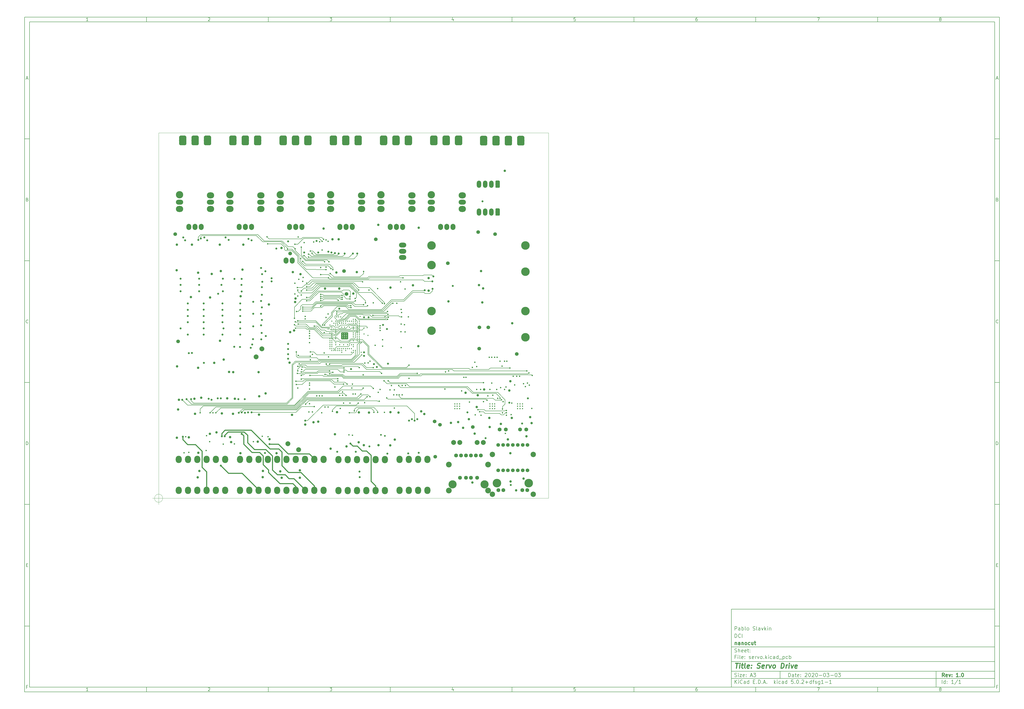
<source format=gbr>
G04 #@! TF.GenerationSoftware,KiCad,Pcbnew,5.0.2+dfsg1-1*
G04 #@! TF.CreationDate,2020-03-23T02:38:37-03:00*
G04 #@! TF.ProjectId,servo,73657276-6f2e-46b6-9963-61645f706362,1.0*
G04 #@! TF.SameCoordinates,Original*
G04 #@! TF.FileFunction,Copper,L3,Inr*
G04 #@! TF.FilePolarity,Positive*
%FSLAX46Y46*%
G04 Gerber Fmt 4.6, Leading zero omitted, Abs format (unit mm)*
G04 Created by KiCad (PCBNEW 5.0.2+dfsg1-1) date Mon 23 Mar 2020 02:38:37 AM -03*
%MOMM*%
%LPD*%
G01*
G04 APERTURE LIST*
%ADD10C,0.100000*%
%ADD11C,0.150000*%
%ADD12C,0.300000*%
%ADD13C,0.400000*%
G04 #@! TA.AperFunction,NonConductor*
%ADD14C,0.100000*%
G04 #@! TD*
G04 #@! TA.AperFunction,ViaPad*
%ADD15O,2.000000X2.500000*%
G04 #@! TD*
G04 #@! TA.AperFunction,ViaPad*
%ADD16O,2.500000X3.000000*%
G04 #@! TD*
G04 #@! TA.AperFunction,ViaPad*
%ADD17O,1.800000X3.000000*%
G04 #@! TD*
G04 #@! TA.AperFunction,Conductor*
%ADD18C,0.100000*%
G04 #@! TD*
G04 #@! TA.AperFunction,ViaPad*
%ADD19C,1.800000*%
G04 #@! TD*
G04 #@! TA.AperFunction,ViaPad*
%ADD20O,3.000000X2.000000*%
G04 #@! TD*
G04 #@! TA.AperFunction,ViaPad*
%ADD21C,2.000000*%
G04 #@! TD*
G04 #@! TA.AperFunction,ViaPad*
%ADD22C,2.200000*%
G04 #@! TD*
G04 #@! TA.AperFunction,ViaPad*
%ADD23C,1.500000*%
G04 #@! TD*
G04 #@! TA.AperFunction,ViaPad*
%ADD24C,1.600000*%
G04 #@! TD*
G04 #@! TA.AperFunction,ViaPad*
%ADD25C,3.500000*%
G04 #@! TD*
G04 #@! TA.AperFunction,ViaPad*
%ADD26O,3.000000X2.500000*%
G04 #@! TD*
G04 #@! TA.AperFunction,ViaPad*
%ADD27O,3.000000X3.000000*%
G04 #@! TD*
G04 #@! TA.AperFunction,ViaPad*
%ADD28C,0.500000*%
G04 #@! TD*
G04 #@! TA.AperFunction,ViaPad*
%ADD29C,3.000000*%
G04 #@! TD*
G04 #@! TA.AperFunction,ViaPad*
%ADD30C,3.326000*%
G04 #@! TD*
G04 #@! TA.AperFunction,ViaPad*
%ADD31C,2.355000*%
G04 #@! TD*
G04 #@! TA.AperFunction,ViaPad*
%ADD32C,0.457000*%
G04 #@! TD*
G04 #@! TA.AperFunction,ViaPad*
%ADD33C,1.000000*%
G04 #@! TD*
G04 #@! TA.AperFunction,ViaPad*
%ADD34C,0.600000*%
G04 #@! TD*
G04 #@! TA.AperFunction,ViaPad*
%ADD35C,0.800000*%
G04 #@! TD*
G04 #@! TA.AperFunction,ViaPad*
%ADD36C,0.700000*%
G04 #@! TD*
G04 #@! TA.AperFunction,Conductor*
%ADD37C,0.500000*%
G04 #@! TD*
G04 #@! TA.AperFunction,Conductor*
%ADD38C,0.200000*%
G04 #@! TD*
G04 #@! TA.AperFunction,Conductor*
%ADD39C,0.152400*%
G04 #@! TD*
G04 #@! TA.AperFunction,Conductor*
%ADD40C,0.400000*%
G04 #@! TD*
G04 APERTURE END LIST*
D10*
D11*
X299989000Y-253002200D02*
X299989000Y-285002200D01*
X407989000Y-285002200D01*
X407989000Y-253002200D01*
X299989000Y-253002200D01*
D10*
D11*
X10000000Y-10000000D02*
X10000000Y-287002200D01*
X409989000Y-287002200D01*
X409989000Y-10000000D01*
X10000000Y-10000000D01*
D10*
D11*
X12000000Y-12000000D02*
X12000000Y-285002200D01*
X407989000Y-285002200D01*
X407989000Y-12000000D01*
X12000000Y-12000000D01*
D10*
D11*
X60000000Y-12000000D02*
X60000000Y-10000000D01*
D10*
D11*
X110000000Y-12000000D02*
X110000000Y-10000000D01*
D10*
D11*
X160000000Y-12000000D02*
X160000000Y-10000000D01*
D10*
D11*
X210000000Y-12000000D02*
X210000000Y-10000000D01*
D10*
D11*
X260000000Y-12000000D02*
X260000000Y-10000000D01*
D10*
D11*
X310000000Y-12000000D02*
X310000000Y-10000000D01*
D10*
D11*
X360000000Y-12000000D02*
X360000000Y-10000000D01*
D10*
D11*
X36065476Y-11588095D02*
X35322619Y-11588095D01*
X35694047Y-11588095D02*
X35694047Y-10288095D01*
X35570238Y-10473809D01*
X35446428Y-10597619D01*
X35322619Y-10659523D01*
D10*
D11*
X85322619Y-10411904D02*
X85384523Y-10350000D01*
X85508333Y-10288095D01*
X85817857Y-10288095D01*
X85941666Y-10350000D01*
X86003571Y-10411904D01*
X86065476Y-10535714D01*
X86065476Y-10659523D01*
X86003571Y-10845238D01*
X85260714Y-11588095D01*
X86065476Y-11588095D01*
D10*
D11*
X135260714Y-10288095D02*
X136065476Y-10288095D01*
X135632142Y-10783333D01*
X135817857Y-10783333D01*
X135941666Y-10845238D01*
X136003571Y-10907142D01*
X136065476Y-11030952D01*
X136065476Y-11340476D01*
X136003571Y-11464285D01*
X135941666Y-11526190D01*
X135817857Y-11588095D01*
X135446428Y-11588095D01*
X135322619Y-11526190D01*
X135260714Y-11464285D01*
D10*
D11*
X185941666Y-10721428D02*
X185941666Y-11588095D01*
X185632142Y-10226190D02*
X185322619Y-11154761D01*
X186127380Y-11154761D01*
D10*
D11*
X236003571Y-10288095D02*
X235384523Y-10288095D01*
X235322619Y-10907142D01*
X235384523Y-10845238D01*
X235508333Y-10783333D01*
X235817857Y-10783333D01*
X235941666Y-10845238D01*
X236003571Y-10907142D01*
X236065476Y-11030952D01*
X236065476Y-11340476D01*
X236003571Y-11464285D01*
X235941666Y-11526190D01*
X235817857Y-11588095D01*
X235508333Y-11588095D01*
X235384523Y-11526190D01*
X235322619Y-11464285D01*
D10*
D11*
X285941666Y-10288095D02*
X285694047Y-10288095D01*
X285570238Y-10350000D01*
X285508333Y-10411904D01*
X285384523Y-10597619D01*
X285322619Y-10845238D01*
X285322619Y-11340476D01*
X285384523Y-11464285D01*
X285446428Y-11526190D01*
X285570238Y-11588095D01*
X285817857Y-11588095D01*
X285941666Y-11526190D01*
X286003571Y-11464285D01*
X286065476Y-11340476D01*
X286065476Y-11030952D01*
X286003571Y-10907142D01*
X285941666Y-10845238D01*
X285817857Y-10783333D01*
X285570238Y-10783333D01*
X285446428Y-10845238D01*
X285384523Y-10907142D01*
X285322619Y-11030952D01*
D10*
D11*
X335260714Y-10288095D02*
X336127380Y-10288095D01*
X335570238Y-11588095D01*
D10*
D11*
X385570238Y-10845238D02*
X385446428Y-10783333D01*
X385384523Y-10721428D01*
X385322619Y-10597619D01*
X385322619Y-10535714D01*
X385384523Y-10411904D01*
X385446428Y-10350000D01*
X385570238Y-10288095D01*
X385817857Y-10288095D01*
X385941666Y-10350000D01*
X386003571Y-10411904D01*
X386065476Y-10535714D01*
X386065476Y-10597619D01*
X386003571Y-10721428D01*
X385941666Y-10783333D01*
X385817857Y-10845238D01*
X385570238Y-10845238D01*
X385446428Y-10907142D01*
X385384523Y-10969047D01*
X385322619Y-11092857D01*
X385322619Y-11340476D01*
X385384523Y-11464285D01*
X385446428Y-11526190D01*
X385570238Y-11588095D01*
X385817857Y-11588095D01*
X385941666Y-11526190D01*
X386003571Y-11464285D01*
X386065476Y-11340476D01*
X386065476Y-11092857D01*
X386003571Y-10969047D01*
X385941666Y-10907142D01*
X385817857Y-10845238D01*
D10*
D11*
X60000000Y-285002200D02*
X60000000Y-287002200D01*
D10*
D11*
X110000000Y-285002200D02*
X110000000Y-287002200D01*
D10*
D11*
X160000000Y-285002200D02*
X160000000Y-287002200D01*
D10*
D11*
X210000000Y-285002200D02*
X210000000Y-287002200D01*
D10*
D11*
X260000000Y-285002200D02*
X260000000Y-287002200D01*
D10*
D11*
X310000000Y-285002200D02*
X310000000Y-287002200D01*
D10*
D11*
X360000000Y-285002200D02*
X360000000Y-287002200D01*
D10*
D11*
X36065476Y-286590295D02*
X35322619Y-286590295D01*
X35694047Y-286590295D02*
X35694047Y-285290295D01*
X35570238Y-285476009D01*
X35446428Y-285599819D01*
X35322619Y-285661723D01*
D10*
D11*
X85322619Y-285414104D02*
X85384523Y-285352200D01*
X85508333Y-285290295D01*
X85817857Y-285290295D01*
X85941666Y-285352200D01*
X86003571Y-285414104D01*
X86065476Y-285537914D01*
X86065476Y-285661723D01*
X86003571Y-285847438D01*
X85260714Y-286590295D01*
X86065476Y-286590295D01*
D10*
D11*
X135260714Y-285290295D02*
X136065476Y-285290295D01*
X135632142Y-285785533D01*
X135817857Y-285785533D01*
X135941666Y-285847438D01*
X136003571Y-285909342D01*
X136065476Y-286033152D01*
X136065476Y-286342676D01*
X136003571Y-286466485D01*
X135941666Y-286528390D01*
X135817857Y-286590295D01*
X135446428Y-286590295D01*
X135322619Y-286528390D01*
X135260714Y-286466485D01*
D10*
D11*
X185941666Y-285723628D02*
X185941666Y-286590295D01*
X185632142Y-285228390D02*
X185322619Y-286156961D01*
X186127380Y-286156961D01*
D10*
D11*
X236003571Y-285290295D02*
X235384523Y-285290295D01*
X235322619Y-285909342D01*
X235384523Y-285847438D01*
X235508333Y-285785533D01*
X235817857Y-285785533D01*
X235941666Y-285847438D01*
X236003571Y-285909342D01*
X236065476Y-286033152D01*
X236065476Y-286342676D01*
X236003571Y-286466485D01*
X235941666Y-286528390D01*
X235817857Y-286590295D01*
X235508333Y-286590295D01*
X235384523Y-286528390D01*
X235322619Y-286466485D01*
D10*
D11*
X285941666Y-285290295D02*
X285694047Y-285290295D01*
X285570238Y-285352200D01*
X285508333Y-285414104D01*
X285384523Y-285599819D01*
X285322619Y-285847438D01*
X285322619Y-286342676D01*
X285384523Y-286466485D01*
X285446428Y-286528390D01*
X285570238Y-286590295D01*
X285817857Y-286590295D01*
X285941666Y-286528390D01*
X286003571Y-286466485D01*
X286065476Y-286342676D01*
X286065476Y-286033152D01*
X286003571Y-285909342D01*
X285941666Y-285847438D01*
X285817857Y-285785533D01*
X285570238Y-285785533D01*
X285446428Y-285847438D01*
X285384523Y-285909342D01*
X285322619Y-286033152D01*
D10*
D11*
X335260714Y-285290295D02*
X336127380Y-285290295D01*
X335570238Y-286590295D01*
D10*
D11*
X385570238Y-285847438D02*
X385446428Y-285785533D01*
X385384523Y-285723628D01*
X385322619Y-285599819D01*
X385322619Y-285537914D01*
X385384523Y-285414104D01*
X385446428Y-285352200D01*
X385570238Y-285290295D01*
X385817857Y-285290295D01*
X385941666Y-285352200D01*
X386003571Y-285414104D01*
X386065476Y-285537914D01*
X386065476Y-285599819D01*
X386003571Y-285723628D01*
X385941666Y-285785533D01*
X385817857Y-285847438D01*
X385570238Y-285847438D01*
X385446428Y-285909342D01*
X385384523Y-285971247D01*
X385322619Y-286095057D01*
X385322619Y-286342676D01*
X385384523Y-286466485D01*
X385446428Y-286528390D01*
X385570238Y-286590295D01*
X385817857Y-286590295D01*
X385941666Y-286528390D01*
X386003571Y-286466485D01*
X386065476Y-286342676D01*
X386065476Y-286095057D01*
X386003571Y-285971247D01*
X385941666Y-285909342D01*
X385817857Y-285847438D01*
D10*
D11*
X10000000Y-60000000D02*
X12000000Y-60000000D01*
D10*
D11*
X10000000Y-110000000D02*
X12000000Y-110000000D01*
D10*
D11*
X10000000Y-160000000D02*
X12000000Y-160000000D01*
D10*
D11*
X10000000Y-210000000D02*
X12000000Y-210000000D01*
D10*
D11*
X10000000Y-260000000D02*
X12000000Y-260000000D01*
D10*
D11*
X10690476Y-35216666D02*
X11309523Y-35216666D01*
X10566666Y-35588095D02*
X11000000Y-34288095D01*
X11433333Y-35588095D01*
D10*
D11*
X11092857Y-84907142D02*
X11278571Y-84969047D01*
X11340476Y-85030952D01*
X11402380Y-85154761D01*
X11402380Y-85340476D01*
X11340476Y-85464285D01*
X11278571Y-85526190D01*
X11154761Y-85588095D01*
X10659523Y-85588095D01*
X10659523Y-84288095D01*
X11092857Y-84288095D01*
X11216666Y-84350000D01*
X11278571Y-84411904D01*
X11340476Y-84535714D01*
X11340476Y-84659523D01*
X11278571Y-84783333D01*
X11216666Y-84845238D01*
X11092857Y-84907142D01*
X10659523Y-84907142D01*
D10*
D11*
X11402380Y-135464285D02*
X11340476Y-135526190D01*
X11154761Y-135588095D01*
X11030952Y-135588095D01*
X10845238Y-135526190D01*
X10721428Y-135402380D01*
X10659523Y-135278571D01*
X10597619Y-135030952D01*
X10597619Y-134845238D01*
X10659523Y-134597619D01*
X10721428Y-134473809D01*
X10845238Y-134350000D01*
X11030952Y-134288095D01*
X11154761Y-134288095D01*
X11340476Y-134350000D01*
X11402380Y-134411904D01*
D10*
D11*
X10659523Y-185588095D02*
X10659523Y-184288095D01*
X10969047Y-184288095D01*
X11154761Y-184350000D01*
X11278571Y-184473809D01*
X11340476Y-184597619D01*
X11402380Y-184845238D01*
X11402380Y-185030952D01*
X11340476Y-185278571D01*
X11278571Y-185402380D01*
X11154761Y-185526190D01*
X10969047Y-185588095D01*
X10659523Y-185588095D01*
D10*
D11*
X10721428Y-234907142D02*
X11154761Y-234907142D01*
X11340476Y-235588095D02*
X10721428Y-235588095D01*
X10721428Y-234288095D01*
X11340476Y-234288095D01*
D10*
D11*
X11185714Y-284907142D02*
X10752380Y-284907142D01*
X10752380Y-285588095D02*
X10752380Y-284288095D01*
X11371428Y-284288095D01*
D10*
D11*
X409989000Y-60000000D02*
X407989000Y-60000000D01*
D10*
D11*
X409989000Y-110000000D02*
X407989000Y-110000000D01*
D10*
D11*
X409989000Y-160000000D02*
X407989000Y-160000000D01*
D10*
D11*
X409989000Y-210000000D02*
X407989000Y-210000000D01*
D10*
D11*
X409989000Y-260000000D02*
X407989000Y-260000000D01*
D10*
D11*
X408679476Y-35216666D02*
X409298523Y-35216666D01*
X408555666Y-35588095D02*
X408989000Y-34288095D01*
X409422333Y-35588095D01*
D10*
D11*
X409081857Y-84907142D02*
X409267571Y-84969047D01*
X409329476Y-85030952D01*
X409391380Y-85154761D01*
X409391380Y-85340476D01*
X409329476Y-85464285D01*
X409267571Y-85526190D01*
X409143761Y-85588095D01*
X408648523Y-85588095D01*
X408648523Y-84288095D01*
X409081857Y-84288095D01*
X409205666Y-84350000D01*
X409267571Y-84411904D01*
X409329476Y-84535714D01*
X409329476Y-84659523D01*
X409267571Y-84783333D01*
X409205666Y-84845238D01*
X409081857Y-84907142D01*
X408648523Y-84907142D01*
D10*
D11*
X409391380Y-135464285D02*
X409329476Y-135526190D01*
X409143761Y-135588095D01*
X409019952Y-135588095D01*
X408834238Y-135526190D01*
X408710428Y-135402380D01*
X408648523Y-135278571D01*
X408586619Y-135030952D01*
X408586619Y-134845238D01*
X408648523Y-134597619D01*
X408710428Y-134473809D01*
X408834238Y-134350000D01*
X409019952Y-134288095D01*
X409143761Y-134288095D01*
X409329476Y-134350000D01*
X409391380Y-134411904D01*
D10*
D11*
X408648523Y-185588095D02*
X408648523Y-184288095D01*
X408958047Y-184288095D01*
X409143761Y-184350000D01*
X409267571Y-184473809D01*
X409329476Y-184597619D01*
X409391380Y-184845238D01*
X409391380Y-185030952D01*
X409329476Y-185278571D01*
X409267571Y-185402380D01*
X409143761Y-185526190D01*
X408958047Y-185588095D01*
X408648523Y-185588095D01*
D10*
D11*
X408710428Y-234907142D02*
X409143761Y-234907142D01*
X409329476Y-235588095D02*
X408710428Y-235588095D01*
X408710428Y-234288095D01*
X409329476Y-234288095D01*
D10*
D11*
X409174714Y-284907142D02*
X408741380Y-284907142D01*
X408741380Y-285588095D02*
X408741380Y-284288095D01*
X409360428Y-284288095D01*
D10*
D11*
X323421142Y-280780771D02*
X323421142Y-279280771D01*
X323778285Y-279280771D01*
X323992571Y-279352200D01*
X324135428Y-279495057D01*
X324206857Y-279637914D01*
X324278285Y-279923628D01*
X324278285Y-280137914D01*
X324206857Y-280423628D01*
X324135428Y-280566485D01*
X323992571Y-280709342D01*
X323778285Y-280780771D01*
X323421142Y-280780771D01*
X325564000Y-280780771D02*
X325564000Y-279995057D01*
X325492571Y-279852200D01*
X325349714Y-279780771D01*
X325064000Y-279780771D01*
X324921142Y-279852200D01*
X325564000Y-280709342D02*
X325421142Y-280780771D01*
X325064000Y-280780771D01*
X324921142Y-280709342D01*
X324849714Y-280566485D01*
X324849714Y-280423628D01*
X324921142Y-280280771D01*
X325064000Y-280209342D01*
X325421142Y-280209342D01*
X325564000Y-280137914D01*
X326064000Y-279780771D02*
X326635428Y-279780771D01*
X326278285Y-279280771D02*
X326278285Y-280566485D01*
X326349714Y-280709342D01*
X326492571Y-280780771D01*
X326635428Y-280780771D01*
X327706857Y-280709342D02*
X327564000Y-280780771D01*
X327278285Y-280780771D01*
X327135428Y-280709342D01*
X327064000Y-280566485D01*
X327064000Y-279995057D01*
X327135428Y-279852200D01*
X327278285Y-279780771D01*
X327564000Y-279780771D01*
X327706857Y-279852200D01*
X327778285Y-279995057D01*
X327778285Y-280137914D01*
X327064000Y-280280771D01*
X328421142Y-280637914D02*
X328492571Y-280709342D01*
X328421142Y-280780771D01*
X328349714Y-280709342D01*
X328421142Y-280637914D01*
X328421142Y-280780771D01*
X328421142Y-279852200D02*
X328492571Y-279923628D01*
X328421142Y-279995057D01*
X328349714Y-279923628D01*
X328421142Y-279852200D01*
X328421142Y-279995057D01*
X330206857Y-279423628D02*
X330278285Y-279352200D01*
X330421142Y-279280771D01*
X330778285Y-279280771D01*
X330921142Y-279352200D01*
X330992571Y-279423628D01*
X331064000Y-279566485D01*
X331064000Y-279709342D01*
X330992571Y-279923628D01*
X330135428Y-280780771D01*
X331064000Y-280780771D01*
X331992571Y-279280771D02*
X332135428Y-279280771D01*
X332278285Y-279352200D01*
X332349714Y-279423628D01*
X332421142Y-279566485D01*
X332492571Y-279852200D01*
X332492571Y-280209342D01*
X332421142Y-280495057D01*
X332349714Y-280637914D01*
X332278285Y-280709342D01*
X332135428Y-280780771D01*
X331992571Y-280780771D01*
X331849714Y-280709342D01*
X331778285Y-280637914D01*
X331706857Y-280495057D01*
X331635428Y-280209342D01*
X331635428Y-279852200D01*
X331706857Y-279566485D01*
X331778285Y-279423628D01*
X331849714Y-279352200D01*
X331992571Y-279280771D01*
X333064000Y-279423628D02*
X333135428Y-279352200D01*
X333278285Y-279280771D01*
X333635428Y-279280771D01*
X333778285Y-279352200D01*
X333849714Y-279423628D01*
X333921142Y-279566485D01*
X333921142Y-279709342D01*
X333849714Y-279923628D01*
X332992571Y-280780771D01*
X333921142Y-280780771D01*
X334849714Y-279280771D02*
X334992571Y-279280771D01*
X335135428Y-279352200D01*
X335206857Y-279423628D01*
X335278285Y-279566485D01*
X335349714Y-279852200D01*
X335349714Y-280209342D01*
X335278285Y-280495057D01*
X335206857Y-280637914D01*
X335135428Y-280709342D01*
X334992571Y-280780771D01*
X334849714Y-280780771D01*
X334706857Y-280709342D01*
X334635428Y-280637914D01*
X334564000Y-280495057D01*
X334492571Y-280209342D01*
X334492571Y-279852200D01*
X334564000Y-279566485D01*
X334635428Y-279423628D01*
X334706857Y-279352200D01*
X334849714Y-279280771D01*
X335992571Y-280209342D02*
X337135428Y-280209342D01*
X338135428Y-279280771D02*
X338278285Y-279280771D01*
X338421142Y-279352200D01*
X338492571Y-279423628D01*
X338564000Y-279566485D01*
X338635428Y-279852200D01*
X338635428Y-280209342D01*
X338564000Y-280495057D01*
X338492571Y-280637914D01*
X338421142Y-280709342D01*
X338278285Y-280780771D01*
X338135428Y-280780771D01*
X337992571Y-280709342D01*
X337921142Y-280637914D01*
X337849714Y-280495057D01*
X337778285Y-280209342D01*
X337778285Y-279852200D01*
X337849714Y-279566485D01*
X337921142Y-279423628D01*
X337992571Y-279352200D01*
X338135428Y-279280771D01*
X339135428Y-279280771D02*
X340064000Y-279280771D01*
X339564000Y-279852200D01*
X339778285Y-279852200D01*
X339921142Y-279923628D01*
X339992571Y-279995057D01*
X340064000Y-280137914D01*
X340064000Y-280495057D01*
X339992571Y-280637914D01*
X339921142Y-280709342D01*
X339778285Y-280780771D01*
X339349714Y-280780771D01*
X339206857Y-280709342D01*
X339135428Y-280637914D01*
X340706857Y-280209342D02*
X341849714Y-280209342D01*
X342849714Y-279280771D02*
X342992571Y-279280771D01*
X343135428Y-279352200D01*
X343206857Y-279423628D01*
X343278285Y-279566485D01*
X343349714Y-279852200D01*
X343349714Y-280209342D01*
X343278285Y-280495057D01*
X343206857Y-280637914D01*
X343135428Y-280709342D01*
X342992571Y-280780771D01*
X342849714Y-280780771D01*
X342706857Y-280709342D01*
X342635428Y-280637914D01*
X342564000Y-280495057D01*
X342492571Y-280209342D01*
X342492571Y-279852200D01*
X342564000Y-279566485D01*
X342635428Y-279423628D01*
X342706857Y-279352200D01*
X342849714Y-279280771D01*
X343849714Y-279280771D02*
X344778285Y-279280771D01*
X344278285Y-279852200D01*
X344492571Y-279852200D01*
X344635428Y-279923628D01*
X344706857Y-279995057D01*
X344778285Y-280137914D01*
X344778285Y-280495057D01*
X344706857Y-280637914D01*
X344635428Y-280709342D01*
X344492571Y-280780771D01*
X344064000Y-280780771D01*
X343921142Y-280709342D01*
X343849714Y-280637914D01*
D10*
D11*
X299989000Y-281502200D02*
X407989000Y-281502200D01*
D10*
D11*
X301421142Y-283580771D02*
X301421142Y-282080771D01*
X302278285Y-283580771D02*
X301635428Y-282723628D01*
X302278285Y-282080771D02*
X301421142Y-282937914D01*
X302921142Y-283580771D02*
X302921142Y-282580771D01*
X302921142Y-282080771D02*
X302849714Y-282152200D01*
X302921142Y-282223628D01*
X302992571Y-282152200D01*
X302921142Y-282080771D01*
X302921142Y-282223628D01*
X304492571Y-283437914D02*
X304421142Y-283509342D01*
X304206857Y-283580771D01*
X304064000Y-283580771D01*
X303849714Y-283509342D01*
X303706857Y-283366485D01*
X303635428Y-283223628D01*
X303564000Y-282937914D01*
X303564000Y-282723628D01*
X303635428Y-282437914D01*
X303706857Y-282295057D01*
X303849714Y-282152200D01*
X304064000Y-282080771D01*
X304206857Y-282080771D01*
X304421142Y-282152200D01*
X304492571Y-282223628D01*
X305778285Y-283580771D02*
X305778285Y-282795057D01*
X305706857Y-282652200D01*
X305564000Y-282580771D01*
X305278285Y-282580771D01*
X305135428Y-282652200D01*
X305778285Y-283509342D02*
X305635428Y-283580771D01*
X305278285Y-283580771D01*
X305135428Y-283509342D01*
X305064000Y-283366485D01*
X305064000Y-283223628D01*
X305135428Y-283080771D01*
X305278285Y-283009342D01*
X305635428Y-283009342D01*
X305778285Y-282937914D01*
X307135428Y-283580771D02*
X307135428Y-282080771D01*
X307135428Y-283509342D02*
X306992571Y-283580771D01*
X306706857Y-283580771D01*
X306564000Y-283509342D01*
X306492571Y-283437914D01*
X306421142Y-283295057D01*
X306421142Y-282866485D01*
X306492571Y-282723628D01*
X306564000Y-282652200D01*
X306706857Y-282580771D01*
X306992571Y-282580771D01*
X307135428Y-282652200D01*
X308992571Y-282795057D02*
X309492571Y-282795057D01*
X309706857Y-283580771D02*
X308992571Y-283580771D01*
X308992571Y-282080771D01*
X309706857Y-282080771D01*
X310349714Y-283437914D02*
X310421142Y-283509342D01*
X310349714Y-283580771D01*
X310278285Y-283509342D01*
X310349714Y-283437914D01*
X310349714Y-283580771D01*
X311064000Y-283580771D02*
X311064000Y-282080771D01*
X311421142Y-282080771D01*
X311635428Y-282152200D01*
X311778285Y-282295057D01*
X311849714Y-282437914D01*
X311921142Y-282723628D01*
X311921142Y-282937914D01*
X311849714Y-283223628D01*
X311778285Y-283366485D01*
X311635428Y-283509342D01*
X311421142Y-283580771D01*
X311064000Y-283580771D01*
X312564000Y-283437914D02*
X312635428Y-283509342D01*
X312564000Y-283580771D01*
X312492571Y-283509342D01*
X312564000Y-283437914D01*
X312564000Y-283580771D01*
X313206857Y-283152200D02*
X313921142Y-283152200D01*
X313064000Y-283580771D02*
X313564000Y-282080771D01*
X314064000Y-283580771D01*
X314564000Y-283437914D02*
X314635428Y-283509342D01*
X314564000Y-283580771D01*
X314492571Y-283509342D01*
X314564000Y-283437914D01*
X314564000Y-283580771D01*
X317564000Y-283580771D02*
X317564000Y-282080771D01*
X317706857Y-283009342D02*
X318135428Y-283580771D01*
X318135428Y-282580771D02*
X317564000Y-283152200D01*
X318778285Y-283580771D02*
X318778285Y-282580771D01*
X318778285Y-282080771D02*
X318706857Y-282152200D01*
X318778285Y-282223628D01*
X318849714Y-282152200D01*
X318778285Y-282080771D01*
X318778285Y-282223628D01*
X320135428Y-283509342D02*
X319992571Y-283580771D01*
X319706857Y-283580771D01*
X319564000Y-283509342D01*
X319492571Y-283437914D01*
X319421142Y-283295057D01*
X319421142Y-282866485D01*
X319492571Y-282723628D01*
X319564000Y-282652200D01*
X319706857Y-282580771D01*
X319992571Y-282580771D01*
X320135428Y-282652200D01*
X321421142Y-283580771D02*
X321421142Y-282795057D01*
X321349714Y-282652200D01*
X321206857Y-282580771D01*
X320921142Y-282580771D01*
X320778285Y-282652200D01*
X321421142Y-283509342D02*
X321278285Y-283580771D01*
X320921142Y-283580771D01*
X320778285Y-283509342D01*
X320706857Y-283366485D01*
X320706857Y-283223628D01*
X320778285Y-283080771D01*
X320921142Y-283009342D01*
X321278285Y-283009342D01*
X321421142Y-282937914D01*
X322778285Y-283580771D02*
X322778285Y-282080771D01*
X322778285Y-283509342D02*
X322635428Y-283580771D01*
X322349714Y-283580771D01*
X322206857Y-283509342D01*
X322135428Y-283437914D01*
X322064000Y-283295057D01*
X322064000Y-282866485D01*
X322135428Y-282723628D01*
X322206857Y-282652200D01*
X322349714Y-282580771D01*
X322635428Y-282580771D01*
X322778285Y-282652200D01*
X325349714Y-282080771D02*
X324635428Y-282080771D01*
X324564000Y-282795057D01*
X324635428Y-282723628D01*
X324778285Y-282652200D01*
X325135428Y-282652200D01*
X325278285Y-282723628D01*
X325349714Y-282795057D01*
X325421142Y-282937914D01*
X325421142Y-283295057D01*
X325349714Y-283437914D01*
X325278285Y-283509342D01*
X325135428Y-283580771D01*
X324778285Y-283580771D01*
X324635428Y-283509342D01*
X324564000Y-283437914D01*
X326064000Y-283437914D02*
X326135428Y-283509342D01*
X326064000Y-283580771D01*
X325992571Y-283509342D01*
X326064000Y-283437914D01*
X326064000Y-283580771D01*
X327064000Y-282080771D02*
X327206857Y-282080771D01*
X327349714Y-282152200D01*
X327421142Y-282223628D01*
X327492571Y-282366485D01*
X327564000Y-282652200D01*
X327564000Y-283009342D01*
X327492571Y-283295057D01*
X327421142Y-283437914D01*
X327349714Y-283509342D01*
X327206857Y-283580771D01*
X327064000Y-283580771D01*
X326921142Y-283509342D01*
X326849714Y-283437914D01*
X326778285Y-283295057D01*
X326706857Y-283009342D01*
X326706857Y-282652200D01*
X326778285Y-282366485D01*
X326849714Y-282223628D01*
X326921142Y-282152200D01*
X327064000Y-282080771D01*
X328206857Y-283437914D02*
X328278285Y-283509342D01*
X328206857Y-283580771D01*
X328135428Y-283509342D01*
X328206857Y-283437914D01*
X328206857Y-283580771D01*
X328849714Y-282223628D02*
X328921142Y-282152200D01*
X329064000Y-282080771D01*
X329421142Y-282080771D01*
X329564000Y-282152200D01*
X329635428Y-282223628D01*
X329706857Y-282366485D01*
X329706857Y-282509342D01*
X329635428Y-282723628D01*
X328778285Y-283580771D01*
X329706857Y-283580771D01*
X330349714Y-283009342D02*
X331492571Y-283009342D01*
X330921142Y-283580771D02*
X330921142Y-282437914D01*
X332849714Y-283580771D02*
X332849714Y-282080771D01*
X332849714Y-283509342D02*
X332706857Y-283580771D01*
X332421142Y-283580771D01*
X332278285Y-283509342D01*
X332206857Y-283437914D01*
X332135428Y-283295057D01*
X332135428Y-282866485D01*
X332206857Y-282723628D01*
X332278285Y-282652200D01*
X332421142Y-282580771D01*
X332706857Y-282580771D01*
X332849714Y-282652200D01*
X333349714Y-282580771D02*
X333921142Y-282580771D01*
X333564000Y-283580771D02*
X333564000Y-282295057D01*
X333635428Y-282152200D01*
X333778285Y-282080771D01*
X333921142Y-282080771D01*
X334349714Y-283509342D02*
X334492571Y-283580771D01*
X334778285Y-283580771D01*
X334921142Y-283509342D01*
X334992571Y-283366485D01*
X334992571Y-283295057D01*
X334921142Y-283152200D01*
X334778285Y-283080771D01*
X334564000Y-283080771D01*
X334421142Y-283009342D01*
X334349714Y-282866485D01*
X334349714Y-282795057D01*
X334421142Y-282652200D01*
X334564000Y-282580771D01*
X334778285Y-282580771D01*
X334921142Y-282652200D01*
X336278285Y-282580771D02*
X336278285Y-283795057D01*
X336206857Y-283937914D01*
X336135428Y-284009342D01*
X335992571Y-284080771D01*
X335778285Y-284080771D01*
X335635428Y-284009342D01*
X336278285Y-283509342D02*
X336135428Y-283580771D01*
X335849714Y-283580771D01*
X335706857Y-283509342D01*
X335635428Y-283437914D01*
X335564000Y-283295057D01*
X335564000Y-282866485D01*
X335635428Y-282723628D01*
X335706857Y-282652200D01*
X335849714Y-282580771D01*
X336135428Y-282580771D01*
X336278285Y-282652200D01*
X337778285Y-283580771D02*
X336921142Y-283580771D01*
X337349714Y-283580771D02*
X337349714Y-282080771D01*
X337206857Y-282295057D01*
X337064000Y-282437914D01*
X336921142Y-282509342D01*
X338421142Y-283009342D02*
X339564000Y-283009342D01*
X341064000Y-283580771D02*
X340206857Y-283580771D01*
X340635428Y-283580771D02*
X340635428Y-282080771D01*
X340492571Y-282295057D01*
X340349714Y-282437914D01*
X340206857Y-282509342D01*
D10*
D11*
X299989000Y-278502200D02*
X407989000Y-278502200D01*
D10*
D12*
X387398285Y-280780771D02*
X386898285Y-280066485D01*
X386541142Y-280780771D02*
X386541142Y-279280771D01*
X387112571Y-279280771D01*
X387255428Y-279352200D01*
X387326857Y-279423628D01*
X387398285Y-279566485D01*
X387398285Y-279780771D01*
X387326857Y-279923628D01*
X387255428Y-279995057D01*
X387112571Y-280066485D01*
X386541142Y-280066485D01*
X388612571Y-280709342D02*
X388469714Y-280780771D01*
X388184000Y-280780771D01*
X388041142Y-280709342D01*
X387969714Y-280566485D01*
X387969714Y-279995057D01*
X388041142Y-279852200D01*
X388184000Y-279780771D01*
X388469714Y-279780771D01*
X388612571Y-279852200D01*
X388684000Y-279995057D01*
X388684000Y-280137914D01*
X387969714Y-280280771D01*
X389184000Y-279780771D02*
X389541142Y-280780771D01*
X389898285Y-279780771D01*
X390469714Y-280637914D02*
X390541142Y-280709342D01*
X390469714Y-280780771D01*
X390398285Y-280709342D01*
X390469714Y-280637914D01*
X390469714Y-280780771D01*
X390469714Y-279852200D02*
X390541142Y-279923628D01*
X390469714Y-279995057D01*
X390398285Y-279923628D01*
X390469714Y-279852200D01*
X390469714Y-279995057D01*
X393112571Y-280780771D02*
X392255428Y-280780771D01*
X392684000Y-280780771D02*
X392684000Y-279280771D01*
X392541142Y-279495057D01*
X392398285Y-279637914D01*
X392255428Y-279709342D01*
X393755428Y-280637914D02*
X393826857Y-280709342D01*
X393755428Y-280780771D01*
X393684000Y-280709342D01*
X393755428Y-280637914D01*
X393755428Y-280780771D01*
X394755428Y-279280771D02*
X394898285Y-279280771D01*
X395041142Y-279352200D01*
X395112571Y-279423628D01*
X395184000Y-279566485D01*
X395255428Y-279852200D01*
X395255428Y-280209342D01*
X395184000Y-280495057D01*
X395112571Y-280637914D01*
X395041142Y-280709342D01*
X394898285Y-280780771D01*
X394755428Y-280780771D01*
X394612571Y-280709342D01*
X394541142Y-280637914D01*
X394469714Y-280495057D01*
X394398285Y-280209342D01*
X394398285Y-279852200D01*
X394469714Y-279566485D01*
X394541142Y-279423628D01*
X394612571Y-279352200D01*
X394755428Y-279280771D01*
D10*
D11*
X301349714Y-280709342D02*
X301564000Y-280780771D01*
X301921142Y-280780771D01*
X302064000Y-280709342D01*
X302135428Y-280637914D01*
X302206857Y-280495057D01*
X302206857Y-280352200D01*
X302135428Y-280209342D01*
X302064000Y-280137914D01*
X301921142Y-280066485D01*
X301635428Y-279995057D01*
X301492571Y-279923628D01*
X301421142Y-279852200D01*
X301349714Y-279709342D01*
X301349714Y-279566485D01*
X301421142Y-279423628D01*
X301492571Y-279352200D01*
X301635428Y-279280771D01*
X301992571Y-279280771D01*
X302206857Y-279352200D01*
X302849714Y-280780771D02*
X302849714Y-279780771D01*
X302849714Y-279280771D02*
X302778285Y-279352200D01*
X302849714Y-279423628D01*
X302921142Y-279352200D01*
X302849714Y-279280771D01*
X302849714Y-279423628D01*
X303421142Y-279780771D02*
X304206857Y-279780771D01*
X303421142Y-280780771D01*
X304206857Y-280780771D01*
X305349714Y-280709342D02*
X305206857Y-280780771D01*
X304921142Y-280780771D01*
X304778285Y-280709342D01*
X304706857Y-280566485D01*
X304706857Y-279995057D01*
X304778285Y-279852200D01*
X304921142Y-279780771D01*
X305206857Y-279780771D01*
X305349714Y-279852200D01*
X305421142Y-279995057D01*
X305421142Y-280137914D01*
X304706857Y-280280771D01*
X306064000Y-280637914D02*
X306135428Y-280709342D01*
X306064000Y-280780771D01*
X305992571Y-280709342D01*
X306064000Y-280637914D01*
X306064000Y-280780771D01*
X306064000Y-279852200D02*
X306135428Y-279923628D01*
X306064000Y-279995057D01*
X305992571Y-279923628D01*
X306064000Y-279852200D01*
X306064000Y-279995057D01*
X307849714Y-280352200D02*
X308564000Y-280352200D01*
X307706857Y-280780771D02*
X308206857Y-279280771D01*
X308706857Y-280780771D01*
X309064000Y-279280771D02*
X309992571Y-279280771D01*
X309492571Y-279852200D01*
X309706857Y-279852200D01*
X309849714Y-279923628D01*
X309921142Y-279995057D01*
X309992571Y-280137914D01*
X309992571Y-280495057D01*
X309921142Y-280637914D01*
X309849714Y-280709342D01*
X309706857Y-280780771D01*
X309278285Y-280780771D01*
X309135428Y-280709342D01*
X309064000Y-280637914D01*
D10*
D11*
X386421142Y-283580771D02*
X386421142Y-282080771D01*
X387778285Y-283580771D02*
X387778285Y-282080771D01*
X387778285Y-283509342D02*
X387635428Y-283580771D01*
X387349714Y-283580771D01*
X387206857Y-283509342D01*
X387135428Y-283437914D01*
X387064000Y-283295057D01*
X387064000Y-282866485D01*
X387135428Y-282723628D01*
X387206857Y-282652200D01*
X387349714Y-282580771D01*
X387635428Y-282580771D01*
X387778285Y-282652200D01*
X388492571Y-283437914D02*
X388564000Y-283509342D01*
X388492571Y-283580771D01*
X388421142Y-283509342D01*
X388492571Y-283437914D01*
X388492571Y-283580771D01*
X388492571Y-282652200D02*
X388564000Y-282723628D01*
X388492571Y-282795057D01*
X388421142Y-282723628D01*
X388492571Y-282652200D01*
X388492571Y-282795057D01*
X391135428Y-283580771D02*
X390278285Y-283580771D01*
X390706857Y-283580771D02*
X390706857Y-282080771D01*
X390564000Y-282295057D01*
X390421142Y-282437914D01*
X390278285Y-282509342D01*
X392849714Y-282009342D02*
X391564000Y-283937914D01*
X394135428Y-283580771D02*
X393278285Y-283580771D01*
X393706857Y-283580771D02*
X393706857Y-282080771D01*
X393564000Y-282295057D01*
X393421142Y-282437914D01*
X393278285Y-282509342D01*
D10*
D11*
X299989000Y-274502200D02*
X407989000Y-274502200D01*
D10*
D13*
X301701380Y-275206961D02*
X302844238Y-275206961D01*
X302022809Y-277206961D02*
X302272809Y-275206961D01*
X303260904Y-277206961D02*
X303427571Y-275873628D01*
X303510904Y-275206961D02*
X303403761Y-275302200D01*
X303487095Y-275397438D01*
X303594238Y-275302200D01*
X303510904Y-275206961D01*
X303487095Y-275397438D01*
X304094238Y-275873628D02*
X304856142Y-275873628D01*
X304463285Y-275206961D02*
X304249000Y-276921247D01*
X304320428Y-277111723D01*
X304499000Y-277206961D01*
X304689476Y-277206961D01*
X305641857Y-277206961D02*
X305463285Y-277111723D01*
X305391857Y-276921247D01*
X305606142Y-275206961D01*
X307177571Y-277111723D02*
X306975190Y-277206961D01*
X306594238Y-277206961D01*
X306415666Y-277111723D01*
X306344238Y-276921247D01*
X306439476Y-276159342D01*
X306558523Y-275968866D01*
X306760904Y-275873628D01*
X307141857Y-275873628D01*
X307320428Y-275968866D01*
X307391857Y-276159342D01*
X307368047Y-276349819D01*
X306391857Y-276540295D01*
X308141857Y-277016485D02*
X308225190Y-277111723D01*
X308118047Y-277206961D01*
X308034714Y-277111723D01*
X308141857Y-277016485D01*
X308118047Y-277206961D01*
X308272809Y-275968866D02*
X308356142Y-276064104D01*
X308249000Y-276159342D01*
X308165666Y-276064104D01*
X308272809Y-275968866D01*
X308249000Y-276159342D01*
X310510904Y-277111723D02*
X310784714Y-277206961D01*
X311260904Y-277206961D01*
X311463285Y-277111723D01*
X311570428Y-277016485D01*
X311689476Y-276826009D01*
X311713285Y-276635533D01*
X311641857Y-276445057D01*
X311558523Y-276349819D01*
X311379952Y-276254580D01*
X311010904Y-276159342D01*
X310832333Y-276064104D01*
X310749000Y-275968866D01*
X310677571Y-275778390D01*
X310701380Y-275587914D01*
X310820428Y-275397438D01*
X310927571Y-275302200D01*
X311129952Y-275206961D01*
X311606142Y-275206961D01*
X311879952Y-275302200D01*
X313272809Y-277111723D02*
X313070428Y-277206961D01*
X312689476Y-277206961D01*
X312510904Y-277111723D01*
X312439476Y-276921247D01*
X312534714Y-276159342D01*
X312653761Y-275968866D01*
X312856142Y-275873628D01*
X313237095Y-275873628D01*
X313415666Y-275968866D01*
X313487095Y-276159342D01*
X313463285Y-276349819D01*
X312487095Y-276540295D01*
X314213285Y-277206961D02*
X314379952Y-275873628D01*
X314332333Y-276254580D02*
X314451380Y-276064104D01*
X314558523Y-275968866D01*
X314760904Y-275873628D01*
X314951380Y-275873628D01*
X315427571Y-275873628D02*
X315737095Y-277206961D01*
X316379952Y-275873628D01*
X317260904Y-277206961D02*
X317082333Y-277111723D01*
X316999000Y-277016485D01*
X316927571Y-276826009D01*
X316999000Y-276254580D01*
X317118047Y-276064104D01*
X317225190Y-275968866D01*
X317427571Y-275873628D01*
X317713285Y-275873628D01*
X317891857Y-275968866D01*
X317975190Y-276064104D01*
X318046619Y-276254580D01*
X317975190Y-276826009D01*
X317856142Y-277016485D01*
X317749000Y-277111723D01*
X317546619Y-277206961D01*
X317260904Y-277206961D01*
X320308523Y-277206961D02*
X320558523Y-275206961D01*
X321034714Y-275206961D01*
X321308523Y-275302200D01*
X321475190Y-275492676D01*
X321546619Y-275683152D01*
X321594238Y-276064104D01*
X321558523Y-276349819D01*
X321415666Y-276730771D01*
X321296619Y-276921247D01*
X321082333Y-277111723D01*
X320784714Y-277206961D01*
X320308523Y-277206961D01*
X322308523Y-277206961D02*
X322475190Y-275873628D01*
X322427571Y-276254580D02*
X322546619Y-276064104D01*
X322653761Y-275968866D01*
X322856142Y-275873628D01*
X323046619Y-275873628D01*
X323546619Y-277206961D02*
X323713285Y-275873628D01*
X323796619Y-275206961D02*
X323689476Y-275302200D01*
X323772809Y-275397438D01*
X323879952Y-275302200D01*
X323796619Y-275206961D01*
X323772809Y-275397438D01*
X324475190Y-275873628D02*
X324784714Y-277206961D01*
X325427571Y-275873628D01*
X326796619Y-277111723D02*
X326594238Y-277206961D01*
X326213285Y-277206961D01*
X326034714Y-277111723D01*
X325963285Y-276921247D01*
X326058523Y-276159342D01*
X326177571Y-275968866D01*
X326379952Y-275873628D01*
X326760904Y-275873628D01*
X326939476Y-275968866D01*
X327010904Y-276159342D01*
X326987095Y-276349819D01*
X326010904Y-276540295D01*
D10*
D11*
X301921142Y-272595057D02*
X301421142Y-272595057D01*
X301421142Y-273380771D02*
X301421142Y-271880771D01*
X302135428Y-271880771D01*
X302706857Y-273380771D02*
X302706857Y-272380771D01*
X302706857Y-271880771D02*
X302635428Y-271952200D01*
X302706857Y-272023628D01*
X302778285Y-271952200D01*
X302706857Y-271880771D01*
X302706857Y-272023628D01*
X303635428Y-273380771D02*
X303492571Y-273309342D01*
X303421142Y-273166485D01*
X303421142Y-271880771D01*
X304778285Y-273309342D02*
X304635428Y-273380771D01*
X304349714Y-273380771D01*
X304206857Y-273309342D01*
X304135428Y-273166485D01*
X304135428Y-272595057D01*
X304206857Y-272452200D01*
X304349714Y-272380771D01*
X304635428Y-272380771D01*
X304778285Y-272452200D01*
X304849714Y-272595057D01*
X304849714Y-272737914D01*
X304135428Y-272880771D01*
X305492571Y-273237914D02*
X305564000Y-273309342D01*
X305492571Y-273380771D01*
X305421142Y-273309342D01*
X305492571Y-273237914D01*
X305492571Y-273380771D01*
X305492571Y-272452200D02*
X305564000Y-272523628D01*
X305492571Y-272595057D01*
X305421142Y-272523628D01*
X305492571Y-272452200D01*
X305492571Y-272595057D01*
X307278285Y-273309342D02*
X307421142Y-273380771D01*
X307706857Y-273380771D01*
X307849714Y-273309342D01*
X307921142Y-273166485D01*
X307921142Y-273095057D01*
X307849714Y-272952200D01*
X307706857Y-272880771D01*
X307492571Y-272880771D01*
X307349714Y-272809342D01*
X307278285Y-272666485D01*
X307278285Y-272595057D01*
X307349714Y-272452200D01*
X307492571Y-272380771D01*
X307706857Y-272380771D01*
X307849714Y-272452200D01*
X309135428Y-273309342D02*
X308992571Y-273380771D01*
X308706857Y-273380771D01*
X308564000Y-273309342D01*
X308492571Y-273166485D01*
X308492571Y-272595057D01*
X308564000Y-272452200D01*
X308706857Y-272380771D01*
X308992571Y-272380771D01*
X309135428Y-272452200D01*
X309206857Y-272595057D01*
X309206857Y-272737914D01*
X308492571Y-272880771D01*
X309849714Y-273380771D02*
X309849714Y-272380771D01*
X309849714Y-272666485D02*
X309921142Y-272523628D01*
X309992571Y-272452200D01*
X310135428Y-272380771D01*
X310278285Y-272380771D01*
X310635428Y-272380771D02*
X310992571Y-273380771D01*
X311349714Y-272380771D01*
X312135428Y-273380771D02*
X311992571Y-273309342D01*
X311921142Y-273237914D01*
X311849714Y-273095057D01*
X311849714Y-272666485D01*
X311921142Y-272523628D01*
X311992571Y-272452200D01*
X312135428Y-272380771D01*
X312349714Y-272380771D01*
X312492571Y-272452200D01*
X312564000Y-272523628D01*
X312635428Y-272666485D01*
X312635428Y-273095057D01*
X312564000Y-273237914D01*
X312492571Y-273309342D01*
X312349714Y-273380771D01*
X312135428Y-273380771D01*
X313278285Y-273237914D02*
X313349714Y-273309342D01*
X313278285Y-273380771D01*
X313206857Y-273309342D01*
X313278285Y-273237914D01*
X313278285Y-273380771D01*
X313992571Y-273380771D02*
X313992571Y-271880771D01*
X314135428Y-272809342D02*
X314564000Y-273380771D01*
X314564000Y-272380771D02*
X313992571Y-272952200D01*
X315206857Y-273380771D02*
X315206857Y-272380771D01*
X315206857Y-271880771D02*
X315135428Y-271952200D01*
X315206857Y-272023628D01*
X315278285Y-271952200D01*
X315206857Y-271880771D01*
X315206857Y-272023628D01*
X316564000Y-273309342D02*
X316421142Y-273380771D01*
X316135428Y-273380771D01*
X315992571Y-273309342D01*
X315921142Y-273237914D01*
X315849714Y-273095057D01*
X315849714Y-272666485D01*
X315921142Y-272523628D01*
X315992571Y-272452200D01*
X316135428Y-272380771D01*
X316421142Y-272380771D01*
X316564000Y-272452200D01*
X317849714Y-273380771D02*
X317849714Y-272595057D01*
X317778285Y-272452200D01*
X317635428Y-272380771D01*
X317349714Y-272380771D01*
X317206857Y-272452200D01*
X317849714Y-273309342D02*
X317706857Y-273380771D01*
X317349714Y-273380771D01*
X317206857Y-273309342D01*
X317135428Y-273166485D01*
X317135428Y-273023628D01*
X317206857Y-272880771D01*
X317349714Y-272809342D01*
X317706857Y-272809342D01*
X317849714Y-272737914D01*
X319206857Y-273380771D02*
X319206857Y-271880771D01*
X319206857Y-273309342D02*
X319064000Y-273380771D01*
X318778285Y-273380771D01*
X318635428Y-273309342D01*
X318564000Y-273237914D01*
X318492571Y-273095057D01*
X318492571Y-272666485D01*
X318564000Y-272523628D01*
X318635428Y-272452200D01*
X318778285Y-272380771D01*
X319064000Y-272380771D01*
X319206857Y-272452200D01*
X319564000Y-273523628D02*
X320706857Y-273523628D01*
X321064000Y-272380771D02*
X321064000Y-273880771D01*
X321064000Y-272452200D02*
X321206857Y-272380771D01*
X321492571Y-272380771D01*
X321635428Y-272452200D01*
X321706857Y-272523628D01*
X321778285Y-272666485D01*
X321778285Y-273095057D01*
X321706857Y-273237914D01*
X321635428Y-273309342D01*
X321492571Y-273380771D01*
X321206857Y-273380771D01*
X321064000Y-273309342D01*
X323064000Y-273309342D02*
X322921142Y-273380771D01*
X322635428Y-273380771D01*
X322492571Y-273309342D01*
X322421142Y-273237914D01*
X322349714Y-273095057D01*
X322349714Y-272666485D01*
X322421142Y-272523628D01*
X322492571Y-272452200D01*
X322635428Y-272380771D01*
X322921142Y-272380771D01*
X323064000Y-272452200D01*
X323706857Y-273380771D02*
X323706857Y-271880771D01*
X323706857Y-272452200D02*
X323849714Y-272380771D01*
X324135428Y-272380771D01*
X324278285Y-272452200D01*
X324349714Y-272523628D01*
X324421142Y-272666485D01*
X324421142Y-273095057D01*
X324349714Y-273237914D01*
X324278285Y-273309342D01*
X324135428Y-273380771D01*
X323849714Y-273380771D01*
X323706857Y-273309342D01*
D10*
D11*
X299989000Y-268502200D02*
X407989000Y-268502200D01*
D10*
D11*
X301349714Y-270609342D02*
X301564000Y-270680771D01*
X301921142Y-270680771D01*
X302064000Y-270609342D01*
X302135428Y-270537914D01*
X302206857Y-270395057D01*
X302206857Y-270252200D01*
X302135428Y-270109342D01*
X302064000Y-270037914D01*
X301921142Y-269966485D01*
X301635428Y-269895057D01*
X301492571Y-269823628D01*
X301421142Y-269752200D01*
X301349714Y-269609342D01*
X301349714Y-269466485D01*
X301421142Y-269323628D01*
X301492571Y-269252200D01*
X301635428Y-269180771D01*
X301992571Y-269180771D01*
X302206857Y-269252200D01*
X302849714Y-270680771D02*
X302849714Y-269180771D01*
X303492571Y-270680771D02*
X303492571Y-269895057D01*
X303421142Y-269752200D01*
X303278285Y-269680771D01*
X303064000Y-269680771D01*
X302921142Y-269752200D01*
X302849714Y-269823628D01*
X304778285Y-270609342D02*
X304635428Y-270680771D01*
X304349714Y-270680771D01*
X304206857Y-270609342D01*
X304135428Y-270466485D01*
X304135428Y-269895057D01*
X304206857Y-269752200D01*
X304349714Y-269680771D01*
X304635428Y-269680771D01*
X304778285Y-269752200D01*
X304849714Y-269895057D01*
X304849714Y-270037914D01*
X304135428Y-270180771D01*
X306064000Y-270609342D02*
X305921142Y-270680771D01*
X305635428Y-270680771D01*
X305492571Y-270609342D01*
X305421142Y-270466485D01*
X305421142Y-269895057D01*
X305492571Y-269752200D01*
X305635428Y-269680771D01*
X305921142Y-269680771D01*
X306064000Y-269752200D01*
X306135428Y-269895057D01*
X306135428Y-270037914D01*
X305421142Y-270180771D01*
X306564000Y-269680771D02*
X307135428Y-269680771D01*
X306778285Y-269180771D02*
X306778285Y-270466485D01*
X306849714Y-270609342D01*
X306992571Y-270680771D01*
X307135428Y-270680771D01*
X307635428Y-270537914D02*
X307706857Y-270609342D01*
X307635428Y-270680771D01*
X307564000Y-270609342D01*
X307635428Y-270537914D01*
X307635428Y-270680771D01*
X307635428Y-269752200D02*
X307706857Y-269823628D01*
X307635428Y-269895057D01*
X307564000Y-269823628D01*
X307635428Y-269752200D01*
X307635428Y-269895057D01*
D10*
D12*
X301541142Y-266680771D02*
X301541142Y-267680771D01*
X301541142Y-266823628D02*
X301612571Y-266752200D01*
X301755428Y-266680771D01*
X301969714Y-266680771D01*
X302112571Y-266752200D01*
X302184000Y-266895057D01*
X302184000Y-267680771D01*
X303541142Y-267680771D02*
X303541142Y-266895057D01*
X303469714Y-266752200D01*
X303326857Y-266680771D01*
X303041142Y-266680771D01*
X302898285Y-266752200D01*
X303541142Y-267609342D02*
X303398285Y-267680771D01*
X303041142Y-267680771D01*
X302898285Y-267609342D01*
X302826857Y-267466485D01*
X302826857Y-267323628D01*
X302898285Y-267180771D01*
X303041142Y-267109342D01*
X303398285Y-267109342D01*
X303541142Y-267037914D01*
X304255428Y-266680771D02*
X304255428Y-267680771D01*
X304255428Y-266823628D02*
X304326857Y-266752200D01*
X304469714Y-266680771D01*
X304684000Y-266680771D01*
X304826857Y-266752200D01*
X304898285Y-266895057D01*
X304898285Y-267680771D01*
X305826857Y-267680771D02*
X305684000Y-267609342D01*
X305612571Y-267537914D01*
X305541142Y-267395057D01*
X305541142Y-266966485D01*
X305612571Y-266823628D01*
X305684000Y-266752200D01*
X305826857Y-266680771D01*
X306041142Y-266680771D01*
X306184000Y-266752200D01*
X306255428Y-266823628D01*
X306326857Y-266966485D01*
X306326857Y-267395057D01*
X306255428Y-267537914D01*
X306184000Y-267609342D01*
X306041142Y-267680771D01*
X305826857Y-267680771D01*
X307612571Y-267609342D02*
X307469714Y-267680771D01*
X307184000Y-267680771D01*
X307041142Y-267609342D01*
X306969714Y-267537914D01*
X306898285Y-267395057D01*
X306898285Y-266966485D01*
X306969714Y-266823628D01*
X307041142Y-266752200D01*
X307184000Y-266680771D01*
X307469714Y-266680771D01*
X307612571Y-266752200D01*
X308898285Y-266680771D02*
X308898285Y-267680771D01*
X308255428Y-266680771D02*
X308255428Y-267466485D01*
X308326857Y-267609342D01*
X308469714Y-267680771D01*
X308684000Y-267680771D01*
X308826857Y-267609342D01*
X308898285Y-267537914D01*
X309398285Y-266680771D02*
X309969714Y-266680771D01*
X309612571Y-266180771D02*
X309612571Y-267466485D01*
X309684000Y-267609342D01*
X309826857Y-267680771D01*
X309969714Y-267680771D01*
D10*
D11*
X301421142Y-264680771D02*
X301421142Y-263180771D01*
X301778285Y-263180771D01*
X301992571Y-263252200D01*
X302135428Y-263395057D01*
X302206857Y-263537914D01*
X302278285Y-263823628D01*
X302278285Y-264037914D01*
X302206857Y-264323628D01*
X302135428Y-264466485D01*
X301992571Y-264609342D01*
X301778285Y-264680771D01*
X301421142Y-264680771D01*
X303778285Y-264537914D02*
X303706857Y-264609342D01*
X303492571Y-264680771D01*
X303349714Y-264680771D01*
X303135428Y-264609342D01*
X302992571Y-264466485D01*
X302921142Y-264323628D01*
X302849714Y-264037914D01*
X302849714Y-263823628D01*
X302921142Y-263537914D01*
X302992571Y-263395057D01*
X303135428Y-263252200D01*
X303349714Y-263180771D01*
X303492571Y-263180771D01*
X303706857Y-263252200D01*
X303778285Y-263323628D01*
X304421142Y-264680771D02*
X304421142Y-263180771D01*
D10*
D11*
X301421142Y-261680771D02*
X301421142Y-260180771D01*
X301992571Y-260180771D01*
X302135428Y-260252200D01*
X302206857Y-260323628D01*
X302278285Y-260466485D01*
X302278285Y-260680771D01*
X302206857Y-260823628D01*
X302135428Y-260895057D01*
X301992571Y-260966485D01*
X301421142Y-260966485D01*
X303564000Y-261680771D02*
X303564000Y-260895057D01*
X303492571Y-260752200D01*
X303349714Y-260680771D01*
X303064000Y-260680771D01*
X302921142Y-260752200D01*
X303564000Y-261609342D02*
X303421142Y-261680771D01*
X303064000Y-261680771D01*
X302921142Y-261609342D01*
X302849714Y-261466485D01*
X302849714Y-261323628D01*
X302921142Y-261180771D01*
X303064000Y-261109342D01*
X303421142Y-261109342D01*
X303564000Y-261037914D01*
X304278285Y-261680771D02*
X304278285Y-260180771D01*
X304278285Y-260752200D02*
X304421142Y-260680771D01*
X304706857Y-260680771D01*
X304849714Y-260752200D01*
X304921142Y-260823628D01*
X304992571Y-260966485D01*
X304992571Y-261395057D01*
X304921142Y-261537914D01*
X304849714Y-261609342D01*
X304706857Y-261680771D01*
X304421142Y-261680771D01*
X304278285Y-261609342D01*
X305849714Y-261680771D02*
X305706857Y-261609342D01*
X305635428Y-261466485D01*
X305635428Y-260180771D01*
X306635428Y-261680771D02*
X306492571Y-261609342D01*
X306421142Y-261537914D01*
X306349714Y-261395057D01*
X306349714Y-260966485D01*
X306421142Y-260823628D01*
X306492571Y-260752200D01*
X306635428Y-260680771D01*
X306849714Y-260680771D01*
X306992571Y-260752200D01*
X307064000Y-260823628D01*
X307135428Y-260966485D01*
X307135428Y-261395057D01*
X307064000Y-261537914D01*
X306992571Y-261609342D01*
X306849714Y-261680771D01*
X306635428Y-261680771D01*
X308849714Y-261609342D02*
X309064000Y-261680771D01*
X309421142Y-261680771D01*
X309564000Y-261609342D01*
X309635428Y-261537914D01*
X309706857Y-261395057D01*
X309706857Y-261252200D01*
X309635428Y-261109342D01*
X309564000Y-261037914D01*
X309421142Y-260966485D01*
X309135428Y-260895057D01*
X308992571Y-260823628D01*
X308921142Y-260752200D01*
X308849714Y-260609342D01*
X308849714Y-260466485D01*
X308921142Y-260323628D01*
X308992571Y-260252200D01*
X309135428Y-260180771D01*
X309492571Y-260180771D01*
X309706857Y-260252200D01*
X310564000Y-261680771D02*
X310421142Y-261609342D01*
X310349714Y-261466485D01*
X310349714Y-260180771D01*
X311778285Y-261680771D02*
X311778285Y-260895057D01*
X311706857Y-260752200D01*
X311564000Y-260680771D01*
X311278285Y-260680771D01*
X311135428Y-260752200D01*
X311778285Y-261609342D02*
X311635428Y-261680771D01*
X311278285Y-261680771D01*
X311135428Y-261609342D01*
X311064000Y-261466485D01*
X311064000Y-261323628D01*
X311135428Y-261180771D01*
X311278285Y-261109342D01*
X311635428Y-261109342D01*
X311778285Y-261037914D01*
X312349714Y-260680771D02*
X312706857Y-261680771D01*
X313064000Y-260680771D01*
X313635428Y-261680771D02*
X313635428Y-260180771D01*
X313778285Y-261109342D02*
X314206857Y-261680771D01*
X314206857Y-260680771D02*
X313635428Y-261252200D01*
X314849714Y-261680771D02*
X314849714Y-260680771D01*
X314849714Y-260180771D02*
X314778285Y-260252200D01*
X314849714Y-260323628D01*
X314921142Y-260252200D01*
X314849714Y-260180771D01*
X314849714Y-260323628D01*
X315564000Y-260680771D02*
X315564000Y-261680771D01*
X315564000Y-260823628D02*
X315635428Y-260752200D01*
X315778285Y-260680771D01*
X315992571Y-260680771D01*
X316135428Y-260752200D01*
X316206857Y-260895057D01*
X316206857Y-261680771D01*
D10*
D11*
X319989000Y-278502200D02*
X319989000Y-281502200D01*
D10*
D11*
X383989000Y-278502200D02*
X383989000Y-285002200D01*
D14*
X66666666Y-207500000D02*
G75*
G03X66666666Y-207500000I-1666666J0D01*
G01*
X62500000Y-207500000D02*
X67500000Y-207500000D01*
X65000000Y-205000000D02*
X65000000Y-210000000D01*
X225000000Y-207500000D02*
X65000000Y-207500000D01*
X225000000Y-57500000D02*
X225000000Y-207500000D01*
X65000000Y-57500000D02*
X225000000Y-57500000D01*
X65000000Y-207500000D02*
X65000000Y-57500000D01*
D15*
G04 #@! TO.N,/ui/speaker-*
G04 #@! TO.C,J1402*
X119800000Y-109900000D03*
G04 #@! TO.N,/ui/speaker+*
X117260000Y-109900000D03*
G04 #@! TD*
D16*
G04 #@! TO.N,GNDI*
G04 #@! TO.C,J1201*
X175303000Y-204292000D03*
X175303000Y-191592000D03*
G04 #@! TO.N,/can rs485/CAN_N_H*
X171493000Y-204292000D03*
G04 #@! TO.N,/can rs485/CAN_P_H*
X167683000Y-204292000D03*
G04 #@! TO.N,5VI*
X163873000Y-204292000D03*
G04 #@! TO.N,/can rs485/RS485_N_H*
X171493000Y-191592000D03*
G04 #@! TO.N,/can rs485/RS485_P_H*
X167683000Y-191592000D03*
G04 #@! TO.N,5VI*
X163873000Y-191592000D03*
G04 #@! TD*
D17*
G04 #@! TO.N,Net-(L1602-Pad1)*
G04 #@! TO.C,U1604*
X196445000Y-90025000D03*
G04 #@! TO.N,VBUS2_N_H*
X198985000Y-90025000D03*
G04 #@! TO.N,Net-(C1610-Pad2)*
X201525000Y-90025000D03*
D18*
G04 #@! TO.N,GNDB*
G36*
X204559108Y-88527167D02*
X204602791Y-88533647D01*
X204645628Y-88544377D01*
X204687208Y-88559254D01*
X204727129Y-88578135D01*
X204765007Y-88600839D01*
X204800477Y-88627145D01*
X204833198Y-88656802D01*
X204862855Y-88689523D01*
X204889161Y-88724993D01*
X204911865Y-88762871D01*
X204930746Y-88802792D01*
X204945623Y-88844372D01*
X204956353Y-88887209D01*
X204962833Y-88930892D01*
X204965000Y-88975000D01*
X204965000Y-91075000D01*
X204962833Y-91119108D01*
X204956353Y-91162791D01*
X204945623Y-91205628D01*
X204930746Y-91247208D01*
X204911865Y-91287129D01*
X204889161Y-91325007D01*
X204862855Y-91360477D01*
X204833198Y-91393198D01*
X204800477Y-91422855D01*
X204765007Y-91449161D01*
X204727129Y-91471865D01*
X204687208Y-91490746D01*
X204645628Y-91505623D01*
X204602791Y-91516353D01*
X204559108Y-91522833D01*
X204515000Y-91525000D01*
X203615000Y-91525000D01*
X203570892Y-91522833D01*
X203527209Y-91516353D01*
X203484372Y-91505623D01*
X203442792Y-91490746D01*
X203402871Y-91471865D01*
X203364993Y-91449161D01*
X203329523Y-91422855D01*
X203296802Y-91393198D01*
X203267145Y-91360477D01*
X203240839Y-91325007D01*
X203218135Y-91287129D01*
X203199254Y-91247208D01*
X203184377Y-91205628D01*
X203173647Y-91162791D01*
X203167167Y-91119108D01*
X203165000Y-91075000D01*
X203165000Y-88975000D01*
X203167167Y-88930892D01*
X203173647Y-88887209D01*
X203184377Y-88844372D01*
X203199254Y-88802792D01*
X203218135Y-88762871D01*
X203240839Y-88724993D01*
X203267145Y-88689523D01*
X203296802Y-88656802D01*
X203329523Y-88627145D01*
X203364993Y-88600839D01*
X203402871Y-88578135D01*
X203442792Y-88559254D01*
X203484372Y-88544377D01*
X203527209Y-88533647D01*
X203570892Y-88527167D01*
X203615000Y-88525000D01*
X204515000Y-88525000D01*
X204559108Y-88527167D01*
X204559108Y-88527167D01*
G37*
D19*
X204065000Y-90025000D03*
G04 #@! TD*
D17*
G04 #@! TO.N,Net-(L1601-Pad1)*
G04 #@! TO.C,U1603*
X196445000Y-78595000D03*
G04 #@! TO.N,VBUS1_N_H*
X198985000Y-78595000D03*
G04 #@! TO.N,Net-(C1609-Pad2)*
X201525000Y-78595000D03*
D18*
G04 #@! TO.N,GNDB*
G36*
X204559108Y-77097167D02*
X204602791Y-77103647D01*
X204645628Y-77114377D01*
X204687208Y-77129254D01*
X204727129Y-77148135D01*
X204765007Y-77170839D01*
X204800477Y-77197145D01*
X204833198Y-77226802D01*
X204862855Y-77259523D01*
X204889161Y-77294993D01*
X204911865Y-77332871D01*
X204930746Y-77372792D01*
X204945623Y-77414372D01*
X204956353Y-77457209D01*
X204962833Y-77500892D01*
X204965000Y-77545000D01*
X204965000Y-79645000D01*
X204962833Y-79689108D01*
X204956353Y-79732791D01*
X204945623Y-79775628D01*
X204930746Y-79817208D01*
X204911865Y-79857129D01*
X204889161Y-79895007D01*
X204862855Y-79930477D01*
X204833198Y-79963198D01*
X204800477Y-79992855D01*
X204765007Y-80019161D01*
X204727129Y-80041865D01*
X204687208Y-80060746D01*
X204645628Y-80075623D01*
X204602791Y-80086353D01*
X204559108Y-80092833D01*
X204515000Y-80095000D01*
X203615000Y-80095000D01*
X203570892Y-80092833D01*
X203527209Y-80086353D01*
X203484372Y-80075623D01*
X203442792Y-80060746D01*
X203402871Y-80041865D01*
X203364993Y-80019161D01*
X203329523Y-79992855D01*
X203296802Y-79963198D01*
X203267145Y-79930477D01*
X203240839Y-79895007D01*
X203218135Y-79857129D01*
X203199254Y-79817208D01*
X203184377Y-79775628D01*
X203173647Y-79732791D01*
X203167167Y-79689108D01*
X203165000Y-79645000D01*
X203165000Y-77545000D01*
X203167167Y-77500892D01*
X203173647Y-77457209D01*
X203184377Y-77414372D01*
X203199254Y-77372792D01*
X203218135Y-77332871D01*
X203240839Y-77294993D01*
X203267145Y-77259523D01*
X203296802Y-77226802D01*
X203329523Y-77197145D01*
X203364993Y-77170839D01*
X203402871Y-77148135D01*
X203442792Y-77129254D01*
X203484372Y-77114377D01*
X203527209Y-77103647D01*
X203570892Y-77097167D01*
X203615000Y-77095000D01*
X204515000Y-77095000D01*
X204559108Y-77097167D01*
X204559108Y-77097167D01*
G37*
D19*
X204065000Y-78595000D03*
G04 #@! TD*
D20*
G04 #@! TO.N,3V3*
G04 #@! TO.C,U702*
X165100977Y-103579917D03*
G04 #@! TO.N,GND*
X165100977Y-106119917D03*
G04 #@! TO.N,5VC*
X165100977Y-108659917D03*
G04 #@! TD*
D21*
G04 #@! TO.N,GNDI*
G04 #@! TO.C,JP703*
X118000977Y-185159919D03*
G04 #@! TO.N,GNDP*
X105004212Y-149451599D03*
G04 #@! TD*
G04 #@! TO.N,5VI*
G04 #@! TO.C,JP704*
X122400977Y-187559917D03*
G04 #@! TO.N,5VP*
X107352091Y-146213442D03*
G04 #@! TD*
D22*
G04 #@! TO.N,Earth*
G04 #@! TO.C,J401*
X201942200Y-205894800D03*
X218731600Y-205894800D03*
X218731600Y-189511800D03*
X201942200Y-189511800D03*
D23*
G04 #@! TO.N,/ethercat/P1_TD_P*
X204294200Y-196062800D03*
G04 #@! TO.N,3V3*
X206304200Y-196062800D03*
G04 #@! TO.N,/ethercat/P1_TD_N*
X208314200Y-196062800D03*
G04 #@! TO.N,/ethercat/P1_RD_P*
X210324200Y-196062800D03*
G04 #@! TO.N,3V3*
X212334200Y-196062800D03*
G04 #@! TO.N,/ethercat/P1_RD_N*
X214344200Y-196062800D03*
G04 #@! TO.N,Earth*
X216354200Y-196062800D03*
G04 #@! TO.N,/ethercat/P0_TD_P*
X204294200Y-185652800D03*
G04 #@! TO.N,3V3*
X206304200Y-185652800D03*
G04 #@! TO.N,/ethercat/P0_TD_N*
X208314200Y-185652800D03*
G04 #@! TO.N,/ethercat/P0_RD_P*
X210324200Y-185652800D03*
G04 #@! TO.N,3V3*
X212334200Y-185652800D03*
G04 #@! TO.N,/ethercat/P0_RD_N*
X214344200Y-185652800D03*
G04 #@! TO.N,Earth*
X216354200Y-185652800D03*
D24*
G04 #@! TO.N,Net-(J401-Pad15)*
X204379200Y-204162800D03*
G04 #@! TO.N,ECAT1_RJ_LED1*
X206414200Y-204162800D03*
G04 #@! TO.N,Net-(J401-Pad17)*
X214234200Y-204162800D03*
G04 #@! TO.N,ECAT1_RJ_LED0*
X216269200Y-204162800D03*
G04 #@! TO.N,Net-(J401-Pad19)*
X204864200Y-179302800D03*
G04 #@! TO.N,ECAT0_RJ_LED0*
X207404200Y-179302800D03*
G04 #@! TO.N,Net-(J401-Pad21)*
X213244200Y-179302800D03*
G04 #@! TO.N,ECAT0_RJ_LED1*
X215784200Y-179302800D03*
D25*
G04 #@! TO.N,Earth*
X203769200Y-201322800D03*
X216879200Y-201322800D03*
G04 #@! TD*
D16*
G04 #@! TO.N,5VI*
G04 #@! TO.C,J1001*
X73275000Y-191592000D03*
G04 #@! TO.N,/step_dir/STEP2_P_H*
X77085000Y-191592000D03*
G04 #@! TO.N,/step_dir/STEP2_N_H*
X80895000Y-191592000D03*
G04 #@! TO.N,/step_dir/DIR2_A_P_H*
X84705000Y-191592000D03*
G04 #@! TO.N,/step_dir/DIR2_A_N_H*
X88515000Y-191592000D03*
G04 #@! TO.N,5VI*
X73275000Y-204292000D03*
G04 #@! TO.N,/step_dir/STEP1_P_H*
X77085000Y-204292000D03*
G04 #@! TO.N,/step_dir/STEP1_N_H*
X80895000Y-204292000D03*
G04 #@! TO.N,/step_dir/DIR1_A_P_H*
X84705000Y-204292000D03*
G04 #@! TO.N,/step_dir/DIR1_A_N_H*
X88515000Y-204292000D03*
G04 #@! TO.N,GNDI*
X92325000Y-204292000D03*
X92325000Y-191592000D03*
G04 #@! TD*
D15*
G04 #@! TO.N,Net-(R1503-Pad1)*
G04 #@! TO.C,U1502*
X123815080Y-96163080D03*
G04 #@! TO.N,5VC*
X118735080Y-96163080D03*
G04 #@! TO.N,GND*
X121275080Y-96163080D03*
D20*
G04 #@! TO.N,/lem/LemA_All_2*
X114920000Y-85998000D03*
D26*
G04 #@! TO.N,/lem/LemA_All_1*
X114920000Y-88788000D03*
D27*
G04 #@! TO.N,/lem/LemA_All_3*
X114920000Y-82958000D03*
D26*
G04 #@! TO.N,/lem/LemA_All_4*
X127620000Y-83208000D03*
G04 #@! TO.N,/lem/LemA_All_6*
X127620000Y-88788000D03*
D20*
G04 #@! TO.N,/lem/LemA_All_5*
X127620000Y-85998000D03*
G04 #@! TD*
D15*
G04 #@! TO.N,Net-(R1501-Pad1)*
G04 #@! TO.C,U1501*
X103161080Y-96163080D03*
G04 #@! TO.N,5VC*
X98081080Y-96163080D03*
G04 #@! TO.N,GND*
X100621080Y-96163080D03*
D20*
G04 #@! TO.N,/lem/LemAV_2*
X94266000Y-85998000D03*
D26*
G04 #@! TO.N,/lem/LemAV_1*
X94266000Y-88788000D03*
D27*
G04 #@! TO.N,/lem/LemAV_3*
X94266000Y-82958000D03*
D26*
G04 #@! TO.N,/lem/LemAV_4*
X106966000Y-83208000D03*
G04 #@! TO.N,/lem/LemAV_6*
X106966000Y-88788000D03*
D20*
G04 #@! TO.N,/lem/LemAV_5*
X106966000Y-85998000D03*
G04 #@! TD*
D15*
G04 #@! TO.N,Net-(R1509-Pad1)*
G04 #@! TO.C,U1505*
X165123080Y-96163080D03*
G04 #@! TO.N,5VC*
X160043080Y-96163080D03*
G04 #@! TO.N,GND*
X162583080Y-96163080D03*
D20*
G04 #@! TO.N,/lem/LemBV_2*
X156228000Y-85998000D03*
D26*
G04 #@! TO.N,/lem/LemBV_1*
X156228000Y-88788000D03*
D27*
G04 #@! TO.N,/lem/LemBV_3*
X156228000Y-82958000D03*
D26*
G04 #@! TO.N,/lem/LemBV_4*
X168928000Y-83208000D03*
G04 #@! TO.N,/lem/LemBV_6*
X168928000Y-88788000D03*
D20*
G04 #@! TO.N,/lem/LemBV_5*
X168928000Y-85998000D03*
G04 #@! TD*
D15*
G04 #@! TO.N,Net-(R1507-Pad1)*
G04 #@! TO.C,U1504*
X144469080Y-96163080D03*
G04 #@! TO.N,5VC*
X139389080Y-96163080D03*
G04 #@! TO.N,GND*
X141929080Y-96163080D03*
D20*
G04 #@! TO.N,/lem/LemBU_2*
X135574000Y-85998000D03*
D26*
G04 #@! TO.N,/lem/LemBU_1*
X135574000Y-88788000D03*
D27*
G04 #@! TO.N,/lem/LemBU_3*
X135574000Y-82958000D03*
D26*
G04 #@! TO.N,/lem/LemBU_4*
X148274000Y-83208000D03*
G04 #@! TO.N,/lem/LemBU_6*
X148274000Y-88788000D03*
D20*
G04 #@! TO.N,/lem/LemBU_5*
X148274000Y-85998000D03*
G04 #@! TD*
D15*
G04 #@! TO.N,Net-(R1505-Pad1)*
G04 #@! TO.C,U1503*
X82507080Y-96163080D03*
G04 #@! TO.N,5VC*
X77427080Y-96163080D03*
G04 #@! TO.N,GND*
X79967080Y-96163080D03*
D20*
G04 #@! TO.N,/lem/LemAU_2*
X73612000Y-85998000D03*
D26*
G04 #@! TO.N,/lem/LemAU_1*
X73612000Y-88788000D03*
D27*
G04 #@! TO.N,/lem/LemAU_3*
X73612000Y-82958000D03*
D26*
G04 #@! TO.N,/lem/LemAU_4*
X86312000Y-83208000D03*
G04 #@! TO.N,/lem/LemAU_6*
X86312000Y-88788000D03*
D20*
G04 #@! TO.N,/lem/LemAU_5*
X86312000Y-85998000D03*
G04 #@! TD*
D15*
G04 #@! TO.N,Net-(R1511-Pad1)*
G04 #@! TO.C,U1506*
X185777080Y-96163080D03*
G04 #@! TO.N,5VC*
X180697080Y-96163080D03*
G04 #@! TO.N,GND*
X183237080Y-96163080D03*
D20*
G04 #@! TO.N,/lem/LemB_All_2*
X176882000Y-85998000D03*
D26*
G04 #@! TO.N,/lem/LemB_All_1*
X176882000Y-88788000D03*
D27*
G04 #@! TO.N,/lem/LemB_All_3*
X176882000Y-82958000D03*
D26*
G04 #@! TO.N,/lem/LemB_All_4*
X189582000Y-83208000D03*
G04 #@! TO.N,/lem/LemB_All_6*
X189582000Y-88788000D03*
D20*
G04 #@! TO.N,/lem/LemB_All_5*
X189582000Y-85998000D03*
G04 #@! TD*
D28*
G04 #@! TO.N,GND*
G04 #@! TO.C,U402*
X200898000Y-170750600D03*
X201898000Y-170750600D03*
X202898000Y-170750600D03*
X200898000Y-169750600D03*
X201898000Y-169750600D03*
X202898000Y-169750600D03*
X200898000Y-168750600D03*
X201898000Y-168750600D03*
X202898000Y-168750600D03*
G04 #@! TD*
G04 #@! TO.N,GND*
G04 #@! TO.C,U201*
X188490400Y-170750600D03*
X187490400Y-170750600D03*
X186490400Y-170750600D03*
X188490400Y-169750600D03*
X187490400Y-169750600D03*
X186490400Y-169750600D03*
X188490400Y-168750600D03*
X187490400Y-168750600D03*
X186490400Y-168750600D03*
G04 #@! TD*
D18*
G04 #@! TO.N,Net-(J701-Pad4a)*
G04 #@! TO.C,J701*
G36*
X199173513Y-58738611D02*
X199246318Y-58749411D01*
X199317714Y-58767295D01*
X199387013Y-58792090D01*
X199453548Y-58823559D01*
X199516678Y-58861398D01*
X199575795Y-58905242D01*
X199630330Y-58954670D01*
X199679758Y-59009205D01*
X199723602Y-59068322D01*
X199761441Y-59131452D01*
X199792910Y-59197987D01*
X199817705Y-59267286D01*
X199835589Y-59338682D01*
X199846389Y-59411487D01*
X199850000Y-59485000D01*
X199850000Y-61985000D01*
X199846389Y-62058513D01*
X199835589Y-62131318D01*
X199817705Y-62202714D01*
X199792910Y-62272013D01*
X199761441Y-62338548D01*
X199723602Y-62401678D01*
X199679758Y-62460795D01*
X199630330Y-62515330D01*
X199575795Y-62564758D01*
X199516678Y-62608602D01*
X199453548Y-62646441D01*
X199387013Y-62677910D01*
X199317714Y-62702705D01*
X199246318Y-62720589D01*
X199173513Y-62731389D01*
X199100000Y-62735000D01*
X197600000Y-62735000D01*
X197526487Y-62731389D01*
X197453682Y-62720589D01*
X197382286Y-62702705D01*
X197312987Y-62677910D01*
X197246452Y-62646441D01*
X197183322Y-62608602D01*
X197124205Y-62564758D01*
X197069670Y-62515330D01*
X197020242Y-62460795D01*
X196976398Y-62401678D01*
X196938559Y-62338548D01*
X196907090Y-62272013D01*
X196882295Y-62202714D01*
X196864411Y-62131318D01*
X196853611Y-62058513D01*
X196850000Y-61985000D01*
X196850000Y-59485000D01*
X196853611Y-59411487D01*
X196864411Y-59338682D01*
X196882295Y-59267286D01*
X196907090Y-59197987D01*
X196938559Y-59131452D01*
X196976398Y-59068322D01*
X197020242Y-59009205D01*
X197069670Y-58954670D01*
X197124205Y-58905242D01*
X197183322Y-58861398D01*
X197246452Y-58823559D01*
X197312987Y-58792090D01*
X197382286Y-58767295D01*
X197453682Y-58749411D01*
X197526487Y-58738611D01*
X197600000Y-58735000D01*
X199100000Y-58735000D01*
X199173513Y-58738611D01*
X199173513Y-58738611D01*
G37*
D29*
X198350000Y-60735000D03*
D18*
G04 #@! TO.N,/ac_in/AC_N*
G36*
X204253513Y-58738611D02*
X204326318Y-58749411D01*
X204397714Y-58767295D01*
X204467013Y-58792090D01*
X204533548Y-58823559D01*
X204596678Y-58861398D01*
X204655795Y-58905242D01*
X204710330Y-58954670D01*
X204759758Y-59009205D01*
X204803602Y-59068322D01*
X204841441Y-59131452D01*
X204872910Y-59197987D01*
X204897705Y-59267286D01*
X204915589Y-59338682D01*
X204926389Y-59411487D01*
X204930000Y-59485000D01*
X204930000Y-61985000D01*
X204926389Y-62058513D01*
X204915589Y-62131318D01*
X204897705Y-62202714D01*
X204872910Y-62272013D01*
X204841441Y-62338548D01*
X204803602Y-62401678D01*
X204759758Y-62460795D01*
X204710330Y-62515330D01*
X204655795Y-62564758D01*
X204596678Y-62608602D01*
X204533548Y-62646441D01*
X204467013Y-62677910D01*
X204397714Y-62702705D01*
X204326318Y-62720589D01*
X204253513Y-62731389D01*
X204180000Y-62735000D01*
X202680000Y-62735000D01*
X202606487Y-62731389D01*
X202533682Y-62720589D01*
X202462286Y-62702705D01*
X202392987Y-62677910D01*
X202326452Y-62646441D01*
X202263322Y-62608602D01*
X202204205Y-62564758D01*
X202149670Y-62515330D01*
X202100242Y-62460795D01*
X202056398Y-62401678D01*
X202018559Y-62338548D01*
X201987090Y-62272013D01*
X201962295Y-62202714D01*
X201944411Y-62131318D01*
X201933611Y-62058513D01*
X201930000Y-61985000D01*
X201930000Y-59485000D01*
X201933611Y-59411487D01*
X201944411Y-59338682D01*
X201962295Y-59267286D01*
X201987090Y-59197987D01*
X202018559Y-59131452D01*
X202056398Y-59068322D01*
X202100242Y-59009205D01*
X202149670Y-58954670D01*
X202204205Y-58905242D01*
X202263322Y-58861398D01*
X202326452Y-58823559D01*
X202392987Y-58792090D01*
X202462286Y-58767295D01*
X202533682Y-58749411D01*
X202606487Y-58738611D01*
X202680000Y-58735000D01*
X204180000Y-58735000D01*
X204253513Y-58738611D01*
X204253513Y-58738611D01*
G37*
D29*
X203430000Y-60735000D03*
D18*
G04 #@! TO.N,/ac_in/AC_L_H*
G36*
X209333513Y-58738611D02*
X209406318Y-58749411D01*
X209477714Y-58767295D01*
X209547013Y-58792090D01*
X209613548Y-58823559D01*
X209676678Y-58861398D01*
X209735795Y-58905242D01*
X209790330Y-58954670D01*
X209839758Y-59009205D01*
X209883602Y-59068322D01*
X209921441Y-59131452D01*
X209952910Y-59197987D01*
X209977705Y-59267286D01*
X209995589Y-59338682D01*
X210006389Y-59411487D01*
X210010000Y-59485000D01*
X210010000Y-61985000D01*
X210006389Y-62058513D01*
X209995589Y-62131318D01*
X209977705Y-62202714D01*
X209952910Y-62272013D01*
X209921441Y-62338548D01*
X209883602Y-62401678D01*
X209839758Y-62460795D01*
X209790330Y-62515330D01*
X209735795Y-62564758D01*
X209676678Y-62608602D01*
X209613548Y-62646441D01*
X209547013Y-62677910D01*
X209477714Y-62702705D01*
X209406318Y-62720589D01*
X209333513Y-62731389D01*
X209260000Y-62735000D01*
X207760000Y-62735000D01*
X207686487Y-62731389D01*
X207613682Y-62720589D01*
X207542286Y-62702705D01*
X207472987Y-62677910D01*
X207406452Y-62646441D01*
X207343322Y-62608602D01*
X207284205Y-62564758D01*
X207229670Y-62515330D01*
X207180242Y-62460795D01*
X207136398Y-62401678D01*
X207098559Y-62338548D01*
X207067090Y-62272013D01*
X207042295Y-62202714D01*
X207024411Y-62131318D01*
X207013611Y-62058513D01*
X207010000Y-61985000D01*
X207010000Y-59485000D01*
X207013611Y-59411487D01*
X207024411Y-59338682D01*
X207042295Y-59267286D01*
X207067090Y-59197987D01*
X207098559Y-59131452D01*
X207136398Y-59068322D01*
X207180242Y-59009205D01*
X207229670Y-58954670D01*
X207284205Y-58905242D01*
X207343322Y-58861398D01*
X207406452Y-58823559D01*
X207472987Y-58792090D01*
X207542286Y-58767295D01*
X207613682Y-58749411D01*
X207686487Y-58738611D01*
X207760000Y-58735000D01*
X209260000Y-58735000D01*
X209333513Y-58738611D01*
X209333513Y-58738611D01*
G37*
D29*
X208510000Y-60735000D03*
D18*
G04 #@! TO.N,/ac_in/AC_L_C*
G36*
X214413513Y-58738611D02*
X214486318Y-58749411D01*
X214557714Y-58767295D01*
X214627013Y-58792090D01*
X214693548Y-58823559D01*
X214756678Y-58861398D01*
X214815795Y-58905242D01*
X214870330Y-58954670D01*
X214919758Y-59009205D01*
X214963602Y-59068322D01*
X215001441Y-59131452D01*
X215032910Y-59197987D01*
X215057705Y-59267286D01*
X215075589Y-59338682D01*
X215086389Y-59411487D01*
X215090000Y-59485000D01*
X215090000Y-61985000D01*
X215086389Y-62058513D01*
X215075589Y-62131318D01*
X215057705Y-62202714D01*
X215032910Y-62272013D01*
X215001441Y-62338548D01*
X214963602Y-62401678D01*
X214919758Y-62460795D01*
X214870330Y-62515330D01*
X214815795Y-62564758D01*
X214756678Y-62608602D01*
X214693548Y-62646441D01*
X214627013Y-62677910D01*
X214557714Y-62702705D01*
X214486318Y-62720589D01*
X214413513Y-62731389D01*
X214340000Y-62735000D01*
X212840000Y-62735000D01*
X212766487Y-62731389D01*
X212693682Y-62720589D01*
X212622286Y-62702705D01*
X212552987Y-62677910D01*
X212486452Y-62646441D01*
X212423322Y-62608602D01*
X212364205Y-62564758D01*
X212309670Y-62515330D01*
X212260242Y-62460795D01*
X212216398Y-62401678D01*
X212178559Y-62338548D01*
X212147090Y-62272013D01*
X212122295Y-62202714D01*
X212104411Y-62131318D01*
X212093611Y-62058513D01*
X212090000Y-61985000D01*
X212090000Y-59485000D01*
X212093611Y-59411487D01*
X212104411Y-59338682D01*
X212122295Y-59267286D01*
X212147090Y-59197987D01*
X212178559Y-59131452D01*
X212216398Y-59068322D01*
X212260242Y-59009205D01*
X212309670Y-58954670D01*
X212364205Y-58905242D01*
X212423322Y-58861398D01*
X212486452Y-58823559D01*
X212552987Y-58792090D01*
X212622286Y-58767295D01*
X212693682Y-58749411D01*
X212766487Y-58738611D01*
X212840000Y-58735000D01*
X214340000Y-58735000D01*
X214413513Y-58738611D01*
X214413513Y-58738611D01*
G37*
D29*
X213590000Y-60735000D03*
G04 #@! TD*
D21*
G04 #@! TO.N,/ethernet/enet_led0*
G04 #@! TO.C,J201*
X198219200Y-184634800D03*
G04 #@! TO.N,Net-(J201-Pad14)*
X195679200Y-184634800D03*
G04 #@! TO.N,Net-(J201-Pad15)*
X188569200Y-184634800D03*
G04 #@! TO.N,/ethernet/enet_led1*
X186029200Y-184634800D03*
D24*
G04 #@! TO.N,3V3*
X187049200Y-189964800D03*
G04 #@! TO.N,/ethernet/P0_RD_N*
X189079200Y-189964800D03*
G04 #@! TO.N,/ethernet/P0_RD_P*
X191109200Y-189964800D03*
G04 #@! TO.N,/ethernet/P0_TD_N*
X193139200Y-189964800D03*
G04 #@! TO.N,/ethernet/P0_TD_P*
X195169200Y-189964800D03*
G04 #@! TO.N,3V3*
X197199200Y-189964800D03*
D30*
G04 #@! TO.N,Earth*
X198689200Y-201804800D03*
X185559200Y-201804800D03*
D31*
X184069200Y-193694800D03*
X200179200Y-193694800D03*
X200189200Y-204314800D03*
X184059200Y-204314800D03*
D24*
G04 #@! TO.N,GND*
X195629200Y-199104800D03*
G04 #@! TO.N,USB_D+*
X193129200Y-199104800D03*
G04 #@! TO.N,USB_D-*
X191119200Y-199104800D03*
G04 #@! TO.N,USB_VBUS*
X188619200Y-199104800D03*
G04 #@! TD*
D16*
G04 #@! TO.N,GNDI*
G04 #@! TO.C,J1101*
X132711000Y-204292000D03*
X132711000Y-191592000D03*
G04 #@! TO.N,/qep/QEP1_S_N_H*
X128901000Y-204292000D03*
G04 #@! TO.N,/qep/QEP2_S_N_H*
X128901000Y-191592000D03*
G04 #@! TO.N,/qep/QEP1_S_P_H*
X125091000Y-204292000D03*
G04 #@! TO.N,/qep/QEP2_S_P_H*
X125091000Y-191592000D03*
G04 #@! TO.N,/qep/QEP1_I_N_H*
X121281000Y-204292000D03*
G04 #@! TO.N,/qep/QEP2_I_N_H*
X121281000Y-191592000D03*
G04 #@! TO.N,/qep/QEP2_I_P_H*
X117471000Y-191592000D03*
G04 #@! TO.N,/qep/QEP1_I_P_H*
X117471000Y-204292000D03*
G04 #@! TO.N,/qep/QEP1_B_N_H*
X113661000Y-204292000D03*
G04 #@! TO.N,/qep/QEP1_B_P_H*
X109851000Y-204292000D03*
G04 #@! TO.N,/qep/QEP1_A_N_H*
X106041000Y-204292000D03*
G04 #@! TO.N,/qep/QEP1_A_P_H*
X102231000Y-204292000D03*
G04 #@! TO.N,5VI*
X98421000Y-204292000D03*
G04 #@! TO.N,/qep/QEP2_B_N_H*
X113661000Y-191592000D03*
G04 #@! TO.N,/qep/QEP2_B_P_H*
X109851000Y-191592000D03*
G04 #@! TO.N,/qep/QEP2_A_N_H*
X106041000Y-191592000D03*
G04 #@! TO.N,/qep/QEP2_A_P_H*
X102231000Y-191592000D03*
G04 #@! TO.N,5VI*
X98421000Y-191592000D03*
G04 #@! TD*
G04 #@! TO.N,5VI*
G04 #@! TO.C,J1901*
X138787000Y-191625000D03*
G04 #@! TO.N,/endat/ENDAT2_CLK_H_P*
X142597000Y-191625000D03*
G04 #@! TO.N,/endat/ENDAT2_CLK_H_N*
X146407000Y-191625000D03*
G04 #@! TO.N,/endat/ENDAT2_DATA_H_P*
X150217000Y-191625000D03*
G04 #@! TO.N,/endat/ENDAT2_DATA_H_N*
X154027000Y-191625000D03*
G04 #@! TO.N,5VI*
X138787000Y-204325000D03*
G04 #@! TO.N,/endat/ENDAT1_CLK_H_P*
X142597000Y-204325000D03*
G04 #@! TO.N,/endat/ENDAT1_CLK_H_N*
X146407000Y-204325000D03*
G04 #@! TO.N,/endat/ENDAT1_DATA_H_P*
X150217000Y-204325000D03*
G04 #@! TO.N,/endat/ENDAT1_DATA_H_N*
X154027000Y-204325000D03*
G04 #@! TO.N,GNDI*
X157837000Y-204325000D03*
X157837000Y-191625000D03*
G04 #@! TD*
D18*
G04 #@! TO.N,/lem/LemB_All_4*
G04 #@! TO.C,J1506*
G36*
X188885513Y-58629611D02*
X188958318Y-58640411D01*
X189029714Y-58658295D01*
X189099013Y-58683090D01*
X189165548Y-58714559D01*
X189228678Y-58752398D01*
X189287795Y-58796242D01*
X189342330Y-58845670D01*
X189391758Y-58900205D01*
X189435602Y-58959322D01*
X189473441Y-59022452D01*
X189504910Y-59088987D01*
X189529705Y-59158286D01*
X189547589Y-59229682D01*
X189558389Y-59302487D01*
X189562000Y-59376000D01*
X189562000Y-61876000D01*
X189558389Y-61949513D01*
X189547589Y-62022318D01*
X189529705Y-62093714D01*
X189504910Y-62163013D01*
X189473441Y-62229548D01*
X189435602Y-62292678D01*
X189391758Y-62351795D01*
X189342330Y-62406330D01*
X189287795Y-62455758D01*
X189228678Y-62499602D01*
X189165548Y-62537441D01*
X189099013Y-62568910D01*
X189029714Y-62593705D01*
X188958318Y-62611589D01*
X188885513Y-62622389D01*
X188812000Y-62626000D01*
X187312000Y-62626000D01*
X187238487Y-62622389D01*
X187165682Y-62611589D01*
X187094286Y-62593705D01*
X187024987Y-62568910D01*
X186958452Y-62537441D01*
X186895322Y-62499602D01*
X186836205Y-62455758D01*
X186781670Y-62406330D01*
X186732242Y-62351795D01*
X186688398Y-62292678D01*
X186650559Y-62229548D01*
X186619090Y-62163013D01*
X186594295Y-62093714D01*
X186576411Y-62022318D01*
X186565611Y-61949513D01*
X186562000Y-61876000D01*
X186562000Y-59376000D01*
X186565611Y-59302487D01*
X186576411Y-59229682D01*
X186594295Y-59158286D01*
X186619090Y-59088987D01*
X186650559Y-59022452D01*
X186688398Y-58959322D01*
X186732242Y-58900205D01*
X186781670Y-58845670D01*
X186836205Y-58796242D01*
X186895322Y-58752398D01*
X186958452Y-58714559D01*
X187024987Y-58683090D01*
X187094286Y-58658295D01*
X187165682Y-58640411D01*
X187238487Y-58629611D01*
X187312000Y-58626000D01*
X188812000Y-58626000D01*
X188885513Y-58629611D01*
X188885513Y-58629611D01*
G37*
D29*
X188062000Y-60626000D03*
D18*
G04 #@! TO.N,/lem/LemB_All_5*
G36*
X183805513Y-58629611D02*
X183878318Y-58640411D01*
X183949714Y-58658295D01*
X184019013Y-58683090D01*
X184085548Y-58714559D01*
X184148678Y-58752398D01*
X184207795Y-58796242D01*
X184262330Y-58845670D01*
X184311758Y-58900205D01*
X184355602Y-58959322D01*
X184393441Y-59022452D01*
X184424910Y-59088987D01*
X184449705Y-59158286D01*
X184467589Y-59229682D01*
X184478389Y-59302487D01*
X184482000Y-59376000D01*
X184482000Y-61876000D01*
X184478389Y-61949513D01*
X184467589Y-62022318D01*
X184449705Y-62093714D01*
X184424910Y-62163013D01*
X184393441Y-62229548D01*
X184355602Y-62292678D01*
X184311758Y-62351795D01*
X184262330Y-62406330D01*
X184207795Y-62455758D01*
X184148678Y-62499602D01*
X184085548Y-62537441D01*
X184019013Y-62568910D01*
X183949714Y-62593705D01*
X183878318Y-62611589D01*
X183805513Y-62622389D01*
X183732000Y-62626000D01*
X182232000Y-62626000D01*
X182158487Y-62622389D01*
X182085682Y-62611589D01*
X182014286Y-62593705D01*
X181944987Y-62568910D01*
X181878452Y-62537441D01*
X181815322Y-62499602D01*
X181756205Y-62455758D01*
X181701670Y-62406330D01*
X181652242Y-62351795D01*
X181608398Y-62292678D01*
X181570559Y-62229548D01*
X181539090Y-62163013D01*
X181514295Y-62093714D01*
X181496411Y-62022318D01*
X181485611Y-61949513D01*
X181482000Y-61876000D01*
X181482000Y-59376000D01*
X181485611Y-59302487D01*
X181496411Y-59229682D01*
X181514295Y-59158286D01*
X181539090Y-59088987D01*
X181570559Y-59022452D01*
X181608398Y-58959322D01*
X181652242Y-58900205D01*
X181701670Y-58845670D01*
X181756205Y-58796242D01*
X181815322Y-58752398D01*
X181878452Y-58714559D01*
X181944987Y-58683090D01*
X182014286Y-58658295D01*
X182085682Y-58640411D01*
X182158487Y-58629611D01*
X182232000Y-58626000D01*
X183732000Y-58626000D01*
X183805513Y-58629611D01*
X183805513Y-58629611D01*
G37*
D29*
X182982000Y-60626000D03*
D18*
G04 #@! TO.N,/lem/LemB_All_1*
G36*
X178725513Y-58629611D02*
X178798318Y-58640411D01*
X178869714Y-58658295D01*
X178939013Y-58683090D01*
X179005548Y-58714559D01*
X179068678Y-58752398D01*
X179127795Y-58796242D01*
X179182330Y-58845670D01*
X179231758Y-58900205D01*
X179275602Y-58959322D01*
X179313441Y-59022452D01*
X179344910Y-59088987D01*
X179369705Y-59158286D01*
X179387589Y-59229682D01*
X179398389Y-59302487D01*
X179402000Y-59376000D01*
X179402000Y-61876000D01*
X179398389Y-61949513D01*
X179387589Y-62022318D01*
X179369705Y-62093714D01*
X179344910Y-62163013D01*
X179313441Y-62229548D01*
X179275602Y-62292678D01*
X179231758Y-62351795D01*
X179182330Y-62406330D01*
X179127795Y-62455758D01*
X179068678Y-62499602D01*
X179005548Y-62537441D01*
X178939013Y-62568910D01*
X178869714Y-62593705D01*
X178798318Y-62611589D01*
X178725513Y-62622389D01*
X178652000Y-62626000D01*
X177152000Y-62626000D01*
X177078487Y-62622389D01*
X177005682Y-62611589D01*
X176934286Y-62593705D01*
X176864987Y-62568910D01*
X176798452Y-62537441D01*
X176735322Y-62499602D01*
X176676205Y-62455758D01*
X176621670Y-62406330D01*
X176572242Y-62351795D01*
X176528398Y-62292678D01*
X176490559Y-62229548D01*
X176459090Y-62163013D01*
X176434295Y-62093714D01*
X176416411Y-62022318D01*
X176405611Y-61949513D01*
X176402000Y-61876000D01*
X176402000Y-59376000D01*
X176405611Y-59302487D01*
X176416411Y-59229682D01*
X176434295Y-59158286D01*
X176459090Y-59088987D01*
X176490559Y-59022452D01*
X176528398Y-58959322D01*
X176572242Y-58900205D01*
X176621670Y-58845670D01*
X176676205Y-58796242D01*
X176735322Y-58752398D01*
X176798452Y-58714559D01*
X176864987Y-58683090D01*
X176934286Y-58658295D01*
X177005682Y-58640411D01*
X177078487Y-58629611D01*
X177152000Y-58626000D01*
X178652000Y-58626000D01*
X178725513Y-58629611D01*
X178725513Y-58629611D01*
G37*
D29*
X177902000Y-60626000D03*
G04 #@! TD*
D18*
G04 #@! TO.N,/lem/LemAV_4*
G04 #@! TO.C,J1501*
G36*
X106469513Y-58629611D02*
X106542318Y-58640411D01*
X106613714Y-58658295D01*
X106683013Y-58683090D01*
X106749548Y-58714559D01*
X106812678Y-58752398D01*
X106871795Y-58796242D01*
X106926330Y-58845670D01*
X106975758Y-58900205D01*
X107019602Y-58959322D01*
X107057441Y-59022452D01*
X107088910Y-59088987D01*
X107113705Y-59158286D01*
X107131589Y-59229682D01*
X107142389Y-59302487D01*
X107146000Y-59376000D01*
X107146000Y-61876000D01*
X107142389Y-61949513D01*
X107131589Y-62022318D01*
X107113705Y-62093714D01*
X107088910Y-62163013D01*
X107057441Y-62229548D01*
X107019602Y-62292678D01*
X106975758Y-62351795D01*
X106926330Y-62406330D01*
X106871795Y-62455758D01*
X106812678Y-62499602D01*
X106749548Y-62537441D01*
X106683013Y-62568910D01*
X106613714Y-62593705D01*
X106542318Y-62611589D01*
X106469513Y-62622389D01*
X106396000Y-62626000D01*
X104896000Y-62626000D01*
X104822487Y-62622389D01*
X104749682Y-62611589D01*
X104678286Y-62593705D01*
X104608987Y-62568910D01*
X104542452Y-62537441D01*
X104479322Y-62499602D01*
X104420205Y-62455758D01*
X104365670Y-62406330D01*
X104316242Y-62351795D01*
X104272398Y-62292678D01*
X104234559Y-62229548D01*
X104203090Y-62163013D01*
X104178295Y-62093714D01*
X104160411Y-62022318D01*
X104149611Y-61949513D01*
X104146000Y-61876000D01*
X104146000Y-59376000D01*
X104149611Y-59302487D01*
X104160411Y-59229682D01*
X104178295Y-59158286D01*
X104203090Y-59088987D01*
X104234559Y-59022452D01*
X104272398Y-58959322D01*
X104316242Y-58900205D01*
X104365670Y-58845670D01*
X104420205Y-58796242D01*
X104479322Y-58752398D01*
X104542452Y-58714559D01*
X104608987Y-58683090D01*
X104678286Y-58658295D01*
X104749682Y-58640411D01*
X104822487Y-58629611D01*
X104896000Y-58626000D01*
X106396000Y-58626000D01*
X106469513Y-58629611D01*
X106469513Y-58629611D01*
G37*
D29*
X105646000Y-60626000D03*
D18*
G04 #@! TO.N,/lem/LemAV_5*
G36*
X101389513Y-58629611D02*
X101462318Y-58640411D01*
X101533714Y-58658295D01*
X101603013Y-58683090D01*
X101669548Y-58714559D01*
X101732678Y-58752398D01*
X101791795Y-58796242D01*
X101846330Y-58845670D01*
X101895758Y-58900205D01*
X101939602Y-58959322D01*
X101977441Y-59022452D01*
X102008910Y-59088987D01*
X102033705Y-59158286D01*
X102051589Y-59229682D01*
X102062389Y-59302487D01*
X102066000Y-59376000D01*
X102066000Y-61876000D01*
X102062389Y-61949513D01*
X102051589Y-62022318D01*
X102033705Y-62093714D01*
X102008910Y-62163013D01*
X101977441Y-62229548D01*
X101939602Y-62292678D01*
X101895758Y-62351795D01*
X101846330Y-62406330D01*
X101791795Y-62455758D01*
X101732678Y-62499602D01*
X101669548Y-62537441D01*
X101603013Y-62568910D01*
X101533714Y-62593705D01*
X101462318Y-62611589D01*
X101389513Y-62622389D01*
X101316000Y-62626000D01*
X99816000Y-62626000D01*
X99742487Y-62622389D01*
X99669682Y-62611589D01*
X99598286Y-62593705D01*
X99528987Y-62568910D01*
X99462452Y-62537441D01*
X99399322Y-62499602D01*
X99340205Y-62455758D01*
X99285670Y-62406330D01*
X99236242Y-62351795D01*
X99192398Y-62292678D01*
X99154559Y-62229548D01*
X99123090Y-62163013D01*
X99098295Y-62093714D01*
X99080411Y-62022318D01*
X99069611Y-61949513D01*
X99066000Y-61876000D01*
X99066000Y-59376000D01*
X99069611Y-59302487D01*
X99080411Y-59229682D01*
X99098295Y-59158286D01*
X99123090Y-59088987D01*
X99154559Y-59022452D01*
X99192398Y-58959322D01*
X99236242Y-58900205D01*
X99285670Y-58845670D01*
X99340205Y-58796242D01*
X99399322Y-58752398D01*
X99462452Y-58714559D01*
X99528987Y-58683090D01*
X99598286Y-58658295D01*
X99669682Y-58640411D01*
X99742487Y-58629611D01*
X99816000Y-58626000D01*
X101316000Y-58626000D01*
X101389513Y-58629611D01*
X101389513Y-58629611D01*
G37*
D29*
X100566000Y-60626000D03*
D18*
G04 #@! TO.N,/lem/LemAV_1*
G36*
X96309513Y-58629611D02*
X96382318Y-58640411D01*
X96453714Y-58658295D01*
X96523013Y-58683090D01*
X96589548Y-58714559D01*
X96652678Y-58752398D01*
X96711795Y-58796242D01*
X96766330Y-58845670D01*
X96815758Y-58900205D01*
X96859602Y-58959322D01*
X96897441Y-59022452D01*
X96928910Y-59088987D01*
X96953705Y-59158286D01*
X96971589Y-59229682D01*
X96982389Y-59302487D01*
X96986000Y-59376000D01*
X96986000Y-61876000D01*
X96982389Y-61949513D01*
X96971589Y-62022318D01*
X96953705Y-62093714D01*
X96928910Y-62163013D01*
X96897441Y-62229548D01*
X96859602Y-62292678D01*
X96815758Y-62351795D01*
X96766330Y-62406330D01*
X96711795Y-62455758D01*
X96652678Y-62499602D01*
X96589548Y-62537441D01*
X96523013Y-62568910D01*
X96453714Y-62593705D01*
X96382318Y-62611589D01*
X96309513Y-62622389D01*
X96236000Y-62626000D01*
X94736000Y-62626000D01*
X94662487Y-62622389D01*
X94589682Y-62611589D01*
X94518286Y-62593705D01*
X94448987Y-62568910D01*
X94382452Y-62537441D01*
X94319322Y-62499602D01*
X94260205Y-62455758D01*
X94205670Y-62406330D01*
X94156242Y-62351795D01*
X94112398Y-62292678D01*
X94074559Y-62229548D01*
X94043090Y-62163013D01*
X94018295Y-62093714D01*
X94000411Y-62022318D01*
X93989611Y-61949513D01*
X93986000Y-61876000D01*
X93986000Y-59376000D01*
X93989611Y-59302487D01*
X94000411Y-59229682D01*
X94018295Y-59158286D01*
X94043090Y-59088987D01*
X94074559Y-59022452D01*
X94112398Y-58959322D01*
X94156242Y-58900205D01*
X94205670Y-58845670D01*
X94260205Y-58796242D01*
X94319322Y-58752398D01*
X94382452Y-58714559D01*
X94448987Y-58683090D01*
X94518286Y-58658295D01*
X94589682Y-58640411D01*
X94662487Y-58629611D01*
X94736000Y-58626000D01*
X96236000Y-58626000D01*
X96309513Y-58629611D01*
X96309513Y-58629611D01*
G37*
D29*
X95486000Y-60626000D03*
G04 #@! TD*
D18*
G04 #@! TO.N,/lem/LemA_All_4*
G04 #@! TO.C,J1502*
G36*
X127073513Y-58629611D02*
X127146318Y-58640411D01*
X127217714Y-58658295D01*
X127287013Y-58683090D01*
X127353548Y-58714559D01*
X127416678Y-58752398D01*
X127475795Y-58796242D01*
X127530330Y-58845670D01*
X127579758Y-58900205D01*
X127623602Y-58959322D01*
X127661441Y-59022452D01*
X127692910Y-59088987D01*
X127717705Y-59158286D01*
X127735589Y-59229682D01*
X127746389Y-59302487D01*
X127750000Y-59376000D01*
X127750000Y-61876000D01*
X127746389Y-61949513D01*
X127735589Y-62022318D01*
X127717705Y-62093714D01*
X127692910Y-62163013D01*
X127661441Y-62229548D01*
X127623602Y-62292678D01*
X127579758Y-62351795D01*
X127530330Y-62406330D01*
X127475795Y-62455758D01*
X127416678Y-62499602D01*
X127353548Y-62537441D01*
X127287013Y-62568910D01*
X127217714Y-62593705D01*
X127146318Y-62611589D01*
X127073513Y-62622389D01*
X127000000Y-62626000D01*
X125500000Y-62626000D01*
X125426487Y-62622389D01*
X125353682Y-62611589D01*
X125282286Y-62593705D01*
X125212987Y-62568910D01*
X125146452Y-62537441D01*
X125083322Y-62499602D01*
X125024205Y-62455758D01*
X124969670Y-62406330D01*
X124920242Y-62351795D01*
X124876398Y-62292678D01*
X124838559Y-62229548D01*
X124807090Y-62163013D01*
X124782295Y-62093714D01*
X124764411Y-62022318D01*
X124753611Y-61949513D01*
X124750000Y-61876000D01*
X124750000Y-59376000D01*
X124753611Y-59302487D01*
X124764411Y-59229682D01*
X124782295Y-59158286D01*
X124807090Y-59088987D01*
X124838559Y-59022452D01*
X124876398Y-58959322D01*
X124920242Y-58900205D01*
X124969670Y-58845670D01*
X125024205Y-58796242D01*
X125083322Y-58752398D01*
X125146452Y-58714559D01*
X125212987Y-58683090D01*
X125282286Y-58658295D01*
X125353682Y-58640411D01*
X125426487Y-58629611D01*
X125500000Y-58626000D01*
X127000000Y-58626000D01*
X127073513Y-58629611D01*
X127073513Y-58629611D01*
G37*
D29*
X126250000Y-60626000D03*
D18*
G04 #@! TO.N,/lem/LemA_All_5*
G36*
X121993513Y-58629611D02*
X122066318Y-58640411D01*
X122137714Y-58658295D01*
X122207013Y-58683090D01*
X122273548Y-58714559D01*
X122336678Y-58752398D01*
X122395795Y-58796242D01*
X122450330Y-58845670D01*
X122499758Y-58900205D01*
X122543602Y-58959322D01*
X122581441Y-59022452D01*
X122612910Y-59088987D01*
X122637705Y-59158286D01*
X122655589Y-59229682D01*
X122666389Y-59302487D01*
X122670000Y-59376000D01*
X122670000Y-61876000D01*
X122666389Y-61949513D01*
X122655589Y-62022318D01*
X122637705Y-62093714D01*
X122612910Y-62163013D01*
X122581441Y-62229548D01*
X122543602Y-62292678D01*
X122499758Y-62351795D01*
X122450330Y-62406330D01*
X122395795Y-62455758D01*
X122336678Y-62499602D01*
X122273548Y-62537441D01*
X122207013Y-62568910D01*
X122137714Y-62593705D01*
X122066318Y-62611589D01*
X121993513Y-62622389D01*
X121920000Y-62626000D01*
X120420000Y-62626000D01*
X120346487Y-62622389D01*
X120273682Y-62611589D01*
X120202286Y-62593705D01*
X120132987Y-62568910D01*
X120066452Y-62537441D01*
X120003322Y-62499602D01*
X119944205Y-62455758D01*
X119889670Y-62406330D01*
X119840242Y-62351795D01*
X119796398Y-62292678D01*
X119758559Y-62229548D01*
X119727090Y-62163013D01*
X119702295Y-62093714D01*
X119684411Y-62022318D01*
X119673611Y-61949513D01*
X119670000Y-61876000D01*
X119670000Y-59376000D01*
X119673611Y-59302487D01*
X119684411Y-59229682D01*
X119702295Y-59158286D01*
X119727090Y-59088987D01*
X119758559Y-59022452D01*
X119796398Y-58959322D01*
X119840242Y-58900205D01*
X119889670Y-58845670D01*
X119944205Y-58796242D01*
X120003322Y-58752398D01*
X120066452Y-58714559D01*
X120132987Y-58683090D01*
X120202286Y-58658295D01*
X120273682Y-58640411D01*
X120346487Y-58629611D01*
X120420000Y-58626000D01*
X121920000Y-58626000D01*
X121993513Y-58629611D01*
X121993513Y-58629611D01*
G37*
D29*
X121170000Y-60626000D03*
D18*
G04 #@! TO.N,/lem/LemA_All_1*
G36*
X116913513Y-58629611D02*
X116986318Y-58640411D01*
X117057714Y-58658295D01*
X117127013Y-58683090D01*
X117193548Y-58714559D01*
X117256678Y-58752398D01*
X117315795Y-58796242D01*
X117370330Y-58845670D01*
X117419758Y-58900205D01*
X117463602Y-58959322D01*
X117501441Y-59022452D01*
X117532910Y-59088987D01*
X117557705Y-59158286D01*
X117575589Y-59229682D01*
X117586389Y-59302487D01*
X117590000Y-59376000D01*
X117590000Y-61876000D01*
X117586389Y-61949513D01*
X117575589Y-62022318D01*
X117557705Y-62093714D01*
X117532910Y-62163013D01*
X117501441Y-62229548D01*
X117463602Y-62292678D01*
X117419758Y-62351795D01*
X117370330Y-62406330D01*
X117315795Y-62455758D01*
X117256678Y-62499602D01*
X117193548Y-62537441D01*
X117127013Y-62568910D01*
X117057714Y-62593705D01*
X116986318Y-62611589D01*
X116913513Y-62622389D01*
X116840000Y-62626000D01*
X115340000Y-62626000D01*
X115266487Y-62622389D01*
X115193682Y-62611589D01*
X115122286Y-62593705D01*
X115052987Y-62568910D01*
X114986452Y-62537441D01*
X114923322Y-62499602D01*
X114864205Y-62455758D01*
X114809670Y-62406330D01*
X114760242Y-62351795D01*
X114716398Y-62292678D01*
X114678559Y-62229548D01*
X114647090Y-62163013D01*
X114622295Y-62093714D01*
X114604411Y-62022318D01*
X114593611Y-61949513D01*
X114590000Y-61876000D01*
X114590000Y-59376000D01*
X114593611Y-59302487D01*
X114604411Y-59229682D01*
X114622295Y-59158286D01*
X114647090Y-59088987D01*
X114678559Y-59022452D01*
X114716398Y-58959322D01*
X114760242Y-58900205D01*
X114809670Y-58845670D01*
X114864205Y-58796242D01*
X114923322Y-58752398D01*
X114986452Y-58714559D01*
X115052987Y-58683090D01*
X115122286Y-58658295D01*
X115193682Y-58640411D01*
X115266487Y-58629611D01*
X115340000Y-58626000D01*
X116840000Y-58626000D01*
X116913513Y-58629611D01*
X116913513Y-58629611D01*
G37*
D29*
X116090000Y-60626000D03*
G04 #@! TD*
D18*
G04 #@! TO.N,/lem/LemBU_4*
G04 #@! TO.C,J1504*
G36*
X147677513Y-58629611D02*
X147750318Y-58640411D01*
X147821714Y-58658295D01*
X147891013Y-58683090D01*
X147957548Y-58714559D01*
X148020678Y-58752398D01*
X148079795Y-58796242D01*
X148134330Y-58845670D01*
X148183758Y-58900205D01*
X148227602Y-58959322D01*
X148265441Y-59022452D01*
X148296910Y-59088987D01*
X148321705Y-59158286D01*
X148339589Y-59229682D01*
X148350389Y-59302487D01*
X148354000Y-59376000D01*
X148354000Y-61876000D01*
X148350389Y-61949513D01*
X148339589Y-62022318D01*
X148321705Y-62093714D01*
X148296910Y-62163013D01*
X148265441Y-62229548D01*
X148227602Y-62292678D01*
X148183758Y-62351795D01*
X148134330Y-62406330D01*
X148079795Y-62455758D01*
X148020678Y-62499602D01*
X147957548Y-62537441D01*
X147891013Y-62568910D01*
X147821714Y-62593705D01*
X147750318Y-62611589D01*
X147677513Y-62622389D01*
X147604000Y-62626000D01*
X146104000Y-62626000D01*
X146030487Y-62622389D01*
X145957682Y-62611589D01*
X145886286Y-62593705D01*
X145816987Y-62568910D01*
X145750452Y-62537441D01*
X145687322Y-62499602D01*
X145628205Y-62455758D01*
X145573670Y-62406330D01*
X145524242Y-62351795D01*
X145480398Y-62292678D01*
X145442559Y-62229548D01*
X145411090Y-62163013D01*
X145386295Y-62093714D01*
X145368411Y-62022318D01*
X145357611Y-61949513D01*
X145354000Y-61876000D01*
X145354000Y-59376000D01*
X145357611Y-59302487D01*
X145368411Y-59229682D01*
X145386295Y-59158286D01*
X145411090Y-59088987D01*
X145442559Y-59022452D01*
X145480398Y-58959322D01*
X145524242Y-58900205D01*
X145573670Y-58845670D01*
X145628205Y-58796242D01*
X145687322Y-58752398D01*
X145750452Y-58714559D01*
X145816987Y-58683090D01*
X145886286Y-58658295D01*
X145957682Y-58640411D01*
X146030487Y-58629611D01*
X146104000Y-58626000D01*
X147604000Y-58626000D01*
X147677513Y-58629611D01*
X147677513Y-58629611D01*
G37*
D29*
X146854000Y-60626000D03*
D18*
G04 #@! TO.N,/lem/LemBU_5*
G36*
X142597513Y-58629611D02*
X142670318Y-58640411D01*
X142741714Y-58658295D01*
X142811013Y-58683090D01*
X142877548Y-58714559D01*
X142940678Y-58752398D01*
X142999795Y-58796242D01*
X143054330Y-58845670D01*
X143103758Y-58900205D01*
X143147602Y-58959322D01*
X143185441Y-59022452D01*
X143216910Y-59088987D01*
X143241705Y-59158286D01*
X143259589Y-59229682D01*
X143270389Y-59302487D01*
X143274000Y-59376000D01*
X143274000Y-61876000D01*
X143270389Y-61949513D01*
X143259589Y-62022318D01*
X143241705Y-62093714D01*
X143216910Y-62163013D01*
X143185441Y-62229548D01*
X143147602Y-62292678D01*
X143103758Y-62351795D01*
X143054330Y-62406330D01*
X142999795Y-62455758D01*
X142940678Y-62499602D01*
X142877548Y-62537441D01*
X142811013Y-62568910D01*
X142741714Y-62593705D01*
X142670318Y-62611589D01*
X142597513Y-62622389D01*
X142524000Y-62626000D01*
X141024000Y-62626000D01*
X140950487Y-62622389D01*
X140877682Y-62611589D01*
X140806286Y-62593705D01*
X140736987Y-62568910D01*
X140670452Y-62537441D01*
X140607322Y-62499602D01*
X140548205Y-62455758D01*
X140493670Y-62406330D01*
X140444242Y-62351795D01*
X140400398Y-62292678D01*
X140362559Y-62229548D01*
X140331090Y-62163013D01*
X140306295Y-62093714D01*
X140288411Y-62022318D01*
X140277611Y-61949513D01*
X140274000Y-61876000D01*
X140274000Y-59376000D01*
X140277611Y-59302487D01*
X140288411Y-59229682D01*
X140306295Y-59158286D01*
X140331090Y-59088987D01*
X140362559Y-59022452D01*
X140400398Y-58959322D01*
X140444242Y-58900205D01*
X140493670Y-58845670D01*
X140548205Y-58796242D01*
X140607322Y-58752398D01*
X140670452Y-58714559D01*
X140736987Y-58683090D01*
X140806286Y-58658295D01*
X140877682Y-58640411D01*
X140950487Y-58629611D01*
X141024000Y-58626000D01*
X142524000Y-58626000D01*
X142597513Y-58629611D01*
X142597513Y-58629611D01*
G37*
D29*
X141774000Y-60626000D03*
D18*
G04 #@! TO.N,/lem/LemBU_1*
G36*
X137517513Y-58629611D02*
X137590318Y-58640411D01*
X137661714Y-58658295D01*
X137731013Y-58683090D01*
X137797548Y-58714559D01*
X137860678Y-58752398D01*
X137919795Y-58796242D01*
X137974330Y-58845670D01*
X138023758Y-58900205D01*
X138067602Y-58959322D01*
X138105441Y-59022452D01*
X138136910Y-59088987D01*
X138161705Y-59158286D01*
X138179589Y-59229682D01*
X138190389Y-59302487D01*
X138194000Y-59376000D01*
X138194000Y-61876000D01*
X138190389Y-61949513D01*
X138179589Y-62022318D01*
X138161705Y-62093714D01*
X138136910Y-62163013D01*
X138105441Y-62229548D01*
X138067602Y-62292678D01*
X138023758Y-62351795D01*
X137974330Y-62406330D01*
X137919795Y-62455758D01*
X137860678Y-62499602D01*
X137797548Y-62537441D01*
X137731013Y-62568910D01*
X137661714Y-62593705D01*
X137590318Y-62611589D01*
X137517513Y-62622389D01*
X137444000Y-62626000D01*
X135944000Y-62626000D01*
X135870487Y-62622389D01*
X135797682Y-62611589D01*
X135726286Y-62593705D01*
X135656987Y-62568910D01*
X135590452Y-62537441D01*
X135527322Y-62499602D01*
X135468205Y-62455758D01*
X135413670Y-62406330D01*
X135364242Y-62351795D01*
X135320398Y-62292678D01*
X135282559Y-62229548D01*
X135251090Y-62163013D01*
X135226295Y-62093714D01*
X135208411Y-62022318D01*
X135197611Y-61949513D01*
X135194000Y-61876000D01*
X135194000Y-59376000D01*
X135197611Y-59302487D01*
X135208411Y-59229682D01*
X135226295Y-59158286D01*
X135251090Y-59088987D01*
X135282559Y-59022452D01*
X135320398Y-58959322D01*
X135364242Y-58900205D01*
X135413670Y-58845670D01*
X135468205Y-58796242D01*
X135527322Y-58752398D01*
X135590452Y-58714559D01*
X135656987Y-58683090D01*
X135726286Y-58658295D01*
X135797682Y-58640411D01*
X135870487Y-58629611D01*
X135944000Y-58626000D01*
X137444000Y-58626000D01*
X137517513Y-58629611D01*
X137517513Y-58629611D01*
G37*
D29*
X136694000Y-60626000D03*
G04 #@! TD*
D18*
G04 #@! TO.N,/lem/LemBV_4*
G04 #@! TO.C,J1505*
G36*
X168281513Y-58629611D02*
X168354318Y-58640411D01*
X168425714Y-58658295D01*
X168495013Y-58683090D01*
X168561548Y-58714559D01*
X168624678Y-58752398D01*
X168683795Y-58796242D01*
X168738330Y-58845670D01*
X168787758Y-58900205D01*
X168831602Y-58959322D01*
X168869441Y-59022452D01*
X168900910Y-59088987D01*
X168925705Y-59158286D01*
X168943589Y-59229682D01*
X168954389Y-59302487D01*
X168958000Y-59376000D01*
X168958000Y-61876000D01*
X168954389Y-61949513D01*
X168943589Y-62022318D01*
X168925705Y-62093714D01*
X168900910Y-62163013D01*
X168869441Y-62229548D01*
X168831602Y-62292678D01*
X168787758Y-62351795D01*
X168738330Y-62406330D01*
X168683795Y-62455758D01*
X168624678Y-62499602D01*
X168561548Y-62537441D01*
X168495013Y-62568910D01*
X168425714Y-62593705D01*
X168354318Y-62611589D01*
X168281513Y-62622389D01*
X168208000Y-62626000D01*
X166708000Y-62626000D01*
X166634487Y-62622389D01*
X166561682Y-62611589D01*
X166490286Y-62593705D01*
X166420987Y-62568910D01*
X166354452Y-62537441D01*
X166291322Y-62499602D01*
X166232205Y-62455758D01*
X166177670Y-62406330D01*
X166128242Y-62351795D01*
X166084398Y-62292678D01*
X166046559Y-62229548D01*
X166015090Y-62163013D01*
X165990295Y-62093714D01*
X165972411Y-62022318D01*
X165961611Y-61949513D01*
X165958000Y-61876000D01*
X165958000Y-59376000D01*
X165961611Y-59302487D01*
X165972411Y-59229682D01*
X165990295Y-59158286D01*
X166015090Y-59088987D01*
X166046559Y-59022452D01*
X166084398Y-58959322D01*
X166128242Y-58900205D01*
X166177670Y-58845670D01*
X166232205Y-58796242D01*
X166291322Y-58752398D01*
X166354452Y-58714559D01*
X166420987Y-58683090D01*
X166490286Y-58658295D01*
X166561682Y-58640411D01*
X166634487Y-58629611D01*
X166708000Y-58626000D01*
X168208000Y-58626000D01*
X168281513Y-58629611D01*
X168281513Y-58629611D01*
G37*
D29*
X167458000Y-60626000D03*
D18*
G04 #@! TO.N,/lem/LemBV_5*
G36*
X163201513Y-58629611D02*
X163274318Y-58640411D01*
X163345714Y-58658295D01*
X163415013Y-58683090D01*
X163481548Y-58714559D01*
X163544678Y-58752398D01*
X163603795Y-58796242D01*
X163658330Y-58845670D01*
X163707758Y-58900205D01*
X163751602Y-58959322D01*
X163789441Y-59022452D01*
X163820910Y-59088987D01*
X163845705Y-59158286D01*
X163863589Y-59229682D01*
X163874389Y-59302487D01*
X163878000Y-59376000D01*
X163878000Y-61876000D01*
X163874389Y-61949513D01*
X163863589Y-62022318D01*
X163845705Y-62093714D01*
X163820910Y-62163013D01*
X163789441Y-62229548D01*
X163751602Y-62292678D01*
X163707758Y-62351795D01*
X163658330Y-62406330D01*
X163603795Y-62455758D01*
X163544678Y-62499602D01*
X163481548Y-62537441D01*
X163415013Y-62568910D01*
X163345714Y-62593705D01*
X163274318Y-62611589D01*
X163201513Y-62622389D01*
X163128000Y-62626000D01*
X161628000Y-62626000D01*
X161554487Y-62622389D01*
X161481682Y-62611589D01*
X161410286Y-62593705D01*
X161340987Y-62568910D01*
X161274452Y-62537441D01*
X161211322Y-62499602D01*
X161152205Y-62455758D01*
X161097670Y-62406330D01*
X161048242Y-62351795D01*
X161004398Y-62292678D01*
X160966559Y-62229548D01*
X160935090Y-62163013D01*
X160910295Y-62093714D01*
X160892411Y-62022318D01*
X160881611Y-61949513D01*
X160878000Y-61876000D01*
X160878000Y-59376000D01*
X160881611Y-59302487D01*
X160892411Y-59229682D01*
X160910295Y-59158286D01*
X160935090Y-59088987D01*
X160966559Y-59022452D01*
X161004398Y-58959322D01*
X161048242Y-58900205D01*
X161097670Y-58845670D01*
X161152205Y-58796242D01*
X161211322Y-58752398D01*
X161274452Y-58714559D01*
X161340987Y-58683090D01*
X161410286Y-58658295D01*
X161481682Y-58640411D01*
X161554487Y-58629611D01*
X161628000Y-58626000D01*
X163128000Y-58626000D01*
X163201513Y-58629611D01*
X163201513Y-58629611D01*
G37*
D29*
X162378000Y-60626000D03*
D18*
G04 #@! TO.N,/lem/LemBV_1*
G36*
X158121513Y-58629611D02*
X158194318Y-58640411D01*
X158265714Y-58658295D01*
X158335013Y-58683090D01*
X158401548Y-58714559D01*
X158464678Y-58752398D01*
X158523795Y-58796242D01*
X158578330Y-58845670D01*
X158627758Y-58900205D01*
X158671602Y-58959322D01*
X158709441Y-59022452D01*
X158740910Y-59088987D01*
X158765705Y-59158286D01*
X158783589Y-59229682D01*
X158794389Y-59302487D01*
X158798000Y-59376000D01*
X158798000Y-61876000D01*
X158794389Y-61949513D01*
X158783589Y-62022318D01*
X158765705Y-62093714D01*
X158740910Y-62163013D01*
X158709441Y-62229548D01*
X158671602Y-62292678D01*
X158627758Y-62351795D01*
X158578330Y-62406330D01*
X158523795Y-62455758D01*
X158464678Y-62499602D01*
X158401548Y-62537441D01*
X158335013Y-62568910D01*
X158265714Y-62593705D01*
X158194318Y-62611589D01*
X158121513Y-62622389D01*
X158048000Y-62626000D01*
X156548000Y-62626000D01*
X156474487Y-62622389D01*
X156401682Y-62611589D01*
X156330286Y-62593705D01*
X156260987Y-62568910D01*
X156194452Y-62537441D01*
X156131322Y-62499602D01*
X156072205Y-62455758D01*
X156017670Y-62406330D01*
X155968242Y-62351795D01*
X155924398Y-62292678D01*
X155886559Y-62229548D01*
X155855090Y-62163013D01*
X155830295Y-62093714D01*
X155812411Y-62022318D01*
X155801611Y-61949513D01*
X155798000Y-61876000D01*
X155798000Y-59376000D01*
X155801611Y-59302487D01*
X155812411Y-59229682D01*
X155830295Y-59158286D01*
X155855090Y-59088987D01*
X155886559Y-59022452D01*
X155924398Y-58959322D01*
X155968242Y-58900205D01*
X156017670Y-58845670D01*
X156072205Y-58796242D01*
X156131322Y-58752398D01*
X156194452Y-58714559D01*
X156260987Y-58683090D01*
X156330286Y-58658295D01*
X156401682Y-58640411D01*
X156474487Y-58629611D01*
X156548000Y-58626000D01*
X158048000Y-58626000D01*
X158121513Y-58629611D01*
X158121513Y-58629611D01*
G37*
D29*
X157298000Y-60626000D03*
G04 #@! TD*
D18*
G04 #@! TO.N,/lem/LemAU_4*
G04 #@! TO.C,J1503*
G36*
X85865513Y-58629611D02*
X85938318Y-58640411D01*
X86009714Y-58658295D01*
X86079013Y-58683090D01*
X86145548Y-58714559D01*
X86208678Y-58752398D01*
X86267795Y-58796242D01*
X86322330Y-58845670D01*
X86371758Y-58900205D01*
X86415602Y-58959322D01*
X86453441Y-59022452D01*
X86484910Y-59088987D01*
X86509705Y-59158286D01*
X86527589Y-59229682D01*
X86538389Y-59302487D01*
X86542000Y-59376000D01*
X86542000Y-61876000D01*
X86538389Y-61949513D01*
X86527589Y-62022318D01*
X86509705Y-62093714D01*
X86484910Y-62163013D01*
X86453441Y-62229548D01*
X86415602Y-62292678D01*
X86371758Y-62351795D01*
X86322330Y-62406330D01*
X86267795Y-62455758D01*
X86208678Y-62499602D01*
X86145548Y-62537441D01*
X86079013Y-62568910D01*
X86009714Y-62593705D01*
X85938318Y-62611589D01*
X85865513Y-62622389D01*
X85792000Y-62626000D01*
X84292000Y-62626000D01*
X84218487Y-62622389D01*
X84145682Y-62611589D01*
X84074286Y-62593705D01*
X84004987Y-62568910D01*
X83938452Y-62537441D01*
X83875322Y-62499602D01*
X83816205Y-62455758D01*
X83761670Y-62406330D01*
X83712242Y-62351795D01*
X83668398Y-62292678D01*
X83630559Y-62229548D01*
X83599090Y-62163013D01*
X83574295Y-62093714D01*
X83556411Y-62022318D01*
X83545611Y-61949513D01*
X83542000Y-61876000D01*
X83542000Y-59376000D01*
X83545611Y-59302487D01*
X83556411Y-59229682D01*
X83574295Y-59158286D01*
X83599090Y-59088987D01*
X83630559Y-59022452D01*
X83668398Y-58959322D01*
X83712242Y-58900205D01*
X83761670Y-58845670D01*
X83816205Y-58796242D01*
X83875322Y-58752398D01*
X83938452Y-58714559D01*
X84004987Y-58683090D01*
X84074286Y-58658295D01*
X84145682Y-58640411D01*
X84218487Y-58629611D01*
X84292000Y-58626000D01*
X85792000Y-58626000D01*
X85865513Y-58629611D01*
X85865513Y-58629611D01*
G37*
D29*
X85042000Y-60626000D03*
D18*
G04 #@! TO.N,/lem/LemAU_5*
G36*
X80785513Y-58629611D02*
X80858318Y-58640411D01*
X80929714Y-58658295D01*
X80999013Y-58683090D01*
X81065548Y-58714559D01*
X81128678Y-58752398D01*
X81187795Y-58796242D01*
X81242330Y-58845670D01*
X81291758Y-58900205D01*
X81335602Y-58959322D01*
X81373441Y-59022452D01*
X81404910Y-59088987D01*
X81429705Y-59158286D01*
X81447589Y-59229682D01*
X81458389Y-59302487D01*
X81462000Y-59376000D01*
X81462000Y-61876000D01*
X81458389Y-61949513D01*
X81447589Y-62022318D01*
X81429705Y-62093714D01*
X81404910Y-62163013D01*
X81373441Y-62229548D01*
X81335602Y-62292678D01*
X81291758Y-62351795D01*
X81242330Y-62406330D01*
X81187795Y-62455758D01*
X81128678Y-62499602D01*
X81065548Y-62537441D01*
X80999013Y-62568910D01*
X80929714Y-62593705D01*
X80858318Y-62611589D01*
X80785513Y-62622389D01*
X80712000Y-62626000D01*
X79212000Y-62626000D01*
X79138487Y-62622389D01*
X79065682Y-62611589D01*
X78994286Y-62593705D01*
X78924987Y-62568910D01*
X78858452Y-62537441D01*
X78795322Y-62499602D01*
X78736205Y-62455758D01*
X78681670Y-62406330D01*
X78632242Y-62351795D01*
X78588398Y-62292678D01*
X78550559Y-62229548D01*
X78519090Y-62163013D01*
X78494295Y-62093714D01*
X78476411Y-62022318D01*
X78465611Y-61949513D01*
X78462000Y-61876000D01*
X78462000Y-59376000D01*
X78465611Y-59302487D01*
X78476411Y-59229682D01*
X78494295Y-59158286D01*
X78519090Y-59088987D01*
X78550559Y-59022452D01*
X78588398Y-58959322D01*
X78632242Y-58900205D01*
X78681670Y-58845670D01*
X78736205Y-58796242D01*
X78795322Y-58752398D01*
X78858452Y-58714559D01*
X78924987Y-58683090D01*
X78994286Y-58658295D01*
X79065682Y-58640411D01*
X79138487Y-58629611D01*
X79212000Y-58626000D01*
X80712000Y-58626000D01*
X80785513Y-58629611D01*
X80785513Y-58629611D01*
G37*
D29*
X79962000Y-60626000D03*
D18*
G04 #@! TO.N,/lem/LemAU_1*
G36*
X75705513Y-58629611D02*
X75778318Y-58640411D01*
X75849714Y-58658295D01*
X75919013Y-58683090D01*
X75985548Y-58714559D01*
X76048678Y-58752398D01*
X76107795Y-58796242D01*
X76162330Y-58845670D01*
X76211758Y-58900205D01*
X76255602Y-58959322D01*
X76293441Y-59022452D01*
X76324910Y-59088987D01*
X76349705Y-59158286D01*
X76367589Y-59229682D01*
X76378389Y-59302487D01*
X76382000Y-59376000D01*
X76382000Y-61876000D01*
X76378389Y-61949513D01*
X76367589Y-62022318D01*
X76349705Y-62093714D01*
X76324910Y-62163013D01*
X76293441Y-62229548D01*
X76255602Y-62292678D01*
X76211758Y-62351795D01*
X76162330Y-62406330D01*
X76107795Y-62455758D01*
X76048678Y-62499602D01*
X75985548Y-62537441D01*
X75919013Y-62568910D01*
X75849714Y-62593705D01*
X75778318Y-62611589D01*
X75705513Y-62622389D01*
X75632000Y-62626000D01*
X74132000Y-62626000D01*
X74058487Y-62622389D01*
X73985682Y-62611589D01*
X73914286Y-62593705D01*
X73844987Y-62568910D01*
X73778452Y-62537441D01*
X73715322Y-62499602D01*
X73656205Y-62455758D01*
X73601670Y-62406330D01*
X73552242Y-62351795D01*
X73508398Y-62292678D01*
X73470559Y-62229548D01*
X73439090Y-62163013D01*
X73414295Y-62093714D01*
X73396411Y-62022318D01*
X73385611Y-61949513D01*
X73382000Y-61876000D01*
X73382000Y-59376000D01*
X73385611Y-59302487D01*
X73396411Y-59229682D01*
X73414295Y-59158286D01*
X73439090Y-59088987D01*
X73470559Y-59022452D01*
X73508398Y-58959322D01*
X73552242Y-58900205D01*
X73601670Y-58845670D01*
X73656205Y-58796242D01*
X73715322Y-58752398D01*
X73778452Y-58714559D01*
X73844987Y-58683090D01*
X73914286Y-58658295D01*
X73985682Y-58640411D01*
X74058487Y-58629611D01*
X74132000Y-58626000D01*
X75632000Y-58626000D01*
X75705513Y-58629611D01*
X75705513Y-58629611D01*
G37*
D29*
X74882000Y-60626000D03*
G04 #@! TD*
D25*
G04 #@! TO.N,GNDH*
G04 #@! TO.C,PS702*
X176995000Y-130710000D03*
G04 #@! TO.N,/ac_in/AC_L_H_FUSE*
X215495000Y-130710000D03*
G04 #@! TO.N,5VH*
X176995000Y-138710000D03*
G04 #@! TO.N,/ac_in/AC_N*
X215495000Y-141460000D03*
G04 #@! TD*
G04 #@! TO.N,GND*
G04 #@! TO.C,PS701*
X176995000Y-103786000D03*
G04 #@! TO.N,/ac_in/AC_L_C_FUSE*
X215495000Y-103786000D03*
G04 #@! TO.N,/ac_in/5VC_IN*
X176995000Y-111786000D03*
G04 #@! TO.N,/ac_in/AC_N*
X215495000Y-114536000D03*
G04 #@! TD*
D28*
G04 #@! TO.N,GND*
G04 #@! TO.C,U403*
X212285200Y-170750600D03*
X213285200Y-170750600D03*
X214285200Y-170750600D03*
X212285200Y-169750600D03*
X213285200Y-169750600D03*
X214285200Y-169750600D03*
X212285200Y-168750600D03*
X213285200Y-168750600D03*
X214285200Y-168750600D03*
G04 #@! TD*
D23*
G04 #@! TO.N,GNDH*
X180400977Y-177359917D03*
D32*
G04 #@! TO.N,GND*
X144100979Y-146059919D03*
D33*
X183913840Y-126686160D03*
X209424400Y-200642000D03*
X155100977Y-95259917D03*
D32*
X140100976Y-142059919D03*
X140900978Y-142059920D03*
X140900978Y-141259918D03*
X140100980Y-141259918D03*
X140100977Y-140459918D03*
X140900979Y-140459919D03*
X140900978Y-139659919D03*
X141700979Y-139659919D03*
X141700978Y-140459919D03*
X142500977Y-140459916D03*
X142500977Y-141259918D03*
X142500977Y-139659918D03*
X141700976Y-141259918D03*
X142500977Y-142059919D03*
X141700977Y-142059917D03*
X140100976Y-139659918D03*
X148100977Y-147659919D03*
X134500977Y-138059920D03*
X138900977Y-133059919D03*
X144900976Y-144459918D03*
X137700977Y-138859919D03*
X137700977Y-144459918D03*
X144900977Y-137259920D03*
X140100976Y-147659919D03*
D33*
X123200977Y-115559917D03*
X120542483Y-138681996D03*
D32*
X137700979Y-136459920D03*
D34*
X133710367Y-133269307D03*
D35*
X118100977Y-102059919D03*
X129800000Y-101900000D03*
X134600000Y-106300000D03*
D33*
X121200977Y-125559917D03*
X175800000Y-117100000D03*
D23*
X154100977Y-101259917D03*
D33*
X169300977Y-120059917D03*
D35*
X216500977Y-166459919D03*
D33*
X218000967Y-176695214D03*
X82500977Y-166259917D03*
X95500977Y-172859917D03*
X79900977Y-172859917D03*
X96300977Y-166659917D03*
X108900977Y-164459917D03*
X147162498Y-172259907D03*
X160148400Y-172212494D03*
X209300977Y-189059917D03*
X125100977Y-177259917D03*
X130500977Y-176059917D03*
D35*
X158700977Y-138059917D03*
D34*
X132900977Y-147859917D03*
D32*
X138100977Y-133059919D03*
D35*
X151100977Y-133259917D03*
D33*
X172700977Y-171859917D03*
X200834875Y-178259917D03*
X189900956Y-178614302D03*
D23*
X71835076Y-99125820D03*
D33*
X132700977Y-96859917D03*
D35*
X124700977Y-106659919D03*
D33*
X171510686Y-145055399D03*
D35*
X149300977Y-149059919D03*
X185650000Y-120378000D03*
D32*
X150900977Y-140659917D03*
D35*
X143900977Y-154459917D03*
D33*
X171700977Y-96459917D03*
X73300977Y-167059917D03*
X193700977Y-201059917D03*
X214734690Y-199417690D03*
X195500977Y-170059917D03*
D35*
X154500977Y-153659917D03*
D33*
X137900977Y-114859917D03*
X146300977Y-114659917D03*
G04 #@! TO.N,5VC*
X115400000Y-104773790D03*
D23*
X196500977Y-146059917D03*
D33*
X136300977Y-101259917D03*
D23*
X193900977Y-178259917D03*
D34*
G04 #@! TO.N,ECAT0_RX_CLK*
X155900977Y-137659919D03*
X199700977Y-167259919D03*
X158558468Y-166292343D03*
G04 #@! TO.N,ECAT_MDIO*
X207700977Y-171459917D03*
X197100977Y-162859919D03*
X195500977Y-153459919D03*
X196002530Y-171158364D03*
G04 #@! TO.N,ECAT1_RJ_LED1*
X193700967Y-153776103D03*
D32*
G04 #@! TO.N,LCD_GPIO4*
X147300976Y-141259918D03*
D34*
X164427262Y-139186204D03*
G04 #@! TO.N,ECAT0_RX_ER*
X198300977Y-160059917D03*
X155900977Y-136659919D03*
X159164932Y-159259909D03*
G04 #@! TO.N,ECAT0_TX_D2*
X155900977Y-138659919D03*
X206100977Y-170859919D03*
X157500977Y-159259919D03*
G04 #@! TO.N,ECAT0_TX_CLK*
X205700977Y-167059919D03*
X165900977Y-136259917D03*
X163700977Y-165059917D03*
D32*
G04 #@! TO.N,LCD_GPIO3*
X146500978Y-141259918D03*
D34*
X166100977Y-139259917D03*
G04 #@! TO.N,ENET_CAT_XI*
X156900977Y-142459917D03*
X155900977Y-162859917D03*
X195500977Y-162859917D03*
G04 #@! TO.N,ECAT_EEPROM_SDA*
X125300977Y-168859919D03*
X155500977Y-167659917D03*
X156900977Y-145059917D03*
D32*
G04 #@! TO.N,ECAT0_RX_D2*
X147300977Y-135659917D03*
D34*
X204100977Y-166459919D03*
X203900977Y-149659917D03*
D32*
G04 #@! TO.N,ECAT0_RX_D0*
X147300977Y-136459917D03*
D34*
X201700977Y-160259919D03*
X201700977Y-149659917D03*
G04 #@! TO.N,LCD_GPIO0*
X152900977Y-132459917D03*
X164700977Y-133059917D03*
D32*
G04 #@! TO.N,ECAT0_TX_D3*
X147300977Y-139659916D03*
D34*
X207500977Y-161859919D03*
X207900977Y-151259917D03*
D32*
G04 #@! TO.N,ECAT0_TX_D0*
X147300978Y-140459919D03*
D34*
X205357663Y-162088427D03*
X205100977Y-151259917D03*
D32*
G04 #@! TO.N,LCD_GPIO2*
X147300978Y-137259920D03*
D34*
X164500977Y-136059917D03*
D32*
G04 #@! TO.N,ECAT_RST*
X147300977Y-142059917D03*
D34*
X207700977Y-172459917D03*
X194700977Y-151659917D03*
X196700977Y-172037432D03*
D32*
G04 #@! TO.N,ECAT_EEPROM_SCL*
X147300978Y-142859920D03*
D34*
X146876712Y-168435641D03*
D35*
X125100977Y-175659917D03*
D34*
G04 #@! TO.N,ENDAT1_N_SKEW_CLK*
X143300977Y-172459917D03*
X153300977Y-172259917D03*
X153100977Y-127259919D03*
D32*
G04 #@! TO.N,ENDAT1_Y_SKEW_CLK*
X145700977Y-134859918D03*
D34*
X143500977Y-168459885D03*
X140900977Y-168459885D03*
D32*
G04 #@! TO.N,ECAT0_RX_D3*
X145700980Y-135659918D03*
D34*
X205100977Y-166459917D03*
X162700977Y-127459917D03*
X163501042Y-161259917D03*
D32*
G04 #@! TO.N,ECAT0_RX_D1*
X146500978Y-136459920D03*
D34*
X203700977Y-162859917D03*
X202900977Y-149659917D03*
D32*
G04 #@! TO.N,LCD_SPI_PDW*
X146500977Y-137259917D03*
D34*
X164480977Y-130029917D03*
D32*
G04 #@! TO.N,ECAT0_RX_DV*
X146500978Y-139659919D03*
D34*
X200900977Y-162859917D03*
X200700977Y-149659917D03*
D32*
G04 #@! TO.N,ECAT0_TX_D1*
X146500977Y-140459916D03*
D34*
X206900977Y-162859919D03*
X206900977Y-151259917D03*
D32*
G04 #@! TO.N,LCD_GPIO1*
X147300977Y-134859918D03*
D34*
X167500977Y-133059917D03*
D32*
G04 #@! TO.N,ECAT0_TX_EN*
X146500978Y-142059920D03*
D34*
X205900977Y-153259917D03*
X206300977Y-167859919D03*
G04 #@! TO.N,ENDAT2_N_SKEW_CLK*
X145703311Y-164683729D03*
D32*
X144900979Y-134859917D03*
G04 #@! TO.N,ENDAT2_Y_SKEW_CLK*
X144891592Y-135669304D03*
D34*
X144788793Y-164683729D03*
G04 #@! TO.N,QEP1_A*
X88500977Y-172459917D03*
X147988793Y-164683729D03*
D32*
X144900977Y-134059919D03*
D34*
G04 #@! TO.N,QEP1_B*
X132100977Y-165459919D03*
D32*
X144100978Y-134859918D03*
D34*
X143890356Y-128476546D03*
X87300977Y-172459917D03*
X131500977Y-128659919D03*
D32*
G04 #@! TO.N,ECAT1_RJ_LED0*
X144900978Y-146859920D03*
D34*
X190276689Y-157864162D03*
D32*
G04 #@! TO.N,ECAT0_RJ_LED0*
X144100979Y-147659919D03*
D34*
X191100967Y-157888427D03*
G04 #@! TO.N,FLASH_SPI_MOSI*
X151300977Y-122059919D03*
X149500977Y-168259919D03*
G04 #@! TO.N,FLASH_SPI_MISO*
X126700977Y-172059917D03*
X125729487Y-126459919D03*
X143500977Y-125659919D03*
D32*
G04 #@! TO.N,FLASH_SPI_CLK*
X142500977Y-134859916D03*
D34*
X131900977Y-172459917D03*
G04 #@! TO.N,FLASH_SPI_CS*
X128100977Y-172059917D03*
X131500977Y-123859919D03*
X140300977Y-124259919D03*
D32*
G04 #@! TO.N,QEP1_S*
X141700977Y-135659919D03*
D34*
X121300977Y-159459919D03*
X142300954Y-160659917D03*
D32*
G04 #@! TO.N,ENDAT2_MOSI*
X142500977Y-146059916D03*
D34*
G04 #@! TO.N,QEP2_I*
X129900977Y-165459919D03*
D35*
X101710977Y-172259919D03*
D34*
X140300977Y-125859919D03*
X131500977Y-125459919D03*
D35*
G04 #@! TO.N,QEP2_B*
X103100977Y-172259919D03*
D34*
X140300977Y-125059919D03*
X131500977Y-124659919D03*
X128900977Y-169859919D03*
D32*
G04 #@! TO.N,QEP2_A*
X140900979Y-134859919D03*
D34*
X140900977Y-160659917D03*
X121501020Y-160859917D03*
D32*
G04 #@! TO.N,QEP1_I*
X140900978Y-135659918D03*
D34*
X86100977Y-172459917D03*
X141925249Y-165284191D03*
D32*
G04 #@! TO.N,ENDAT2_CLK*
X141700978Y-146059919D03*
G04 #@! TO.N,ENDAT2_CS*
X141700977Y-146859919D03*
D34*
X154900977Y-172259917D03*
X145300977Y-171659917D03*
D35*
G04 #@! TO.N,QEP2_S*
X100440977Y-172429919D03*
D34*
X131000977Y-165459919D03*
X131500977Y-126259919D03*
X138700977Y-126259919D03*
G04 #@! TO.N,ENET_MDIO*
X166100977Y-121659919D03*
X166300977Y-161259917D03*
X192500967Y-168059917D03*
D32*
G04 #@! TO.N,ENET_PWDN*
X140100980Y-135659918D03*
D34*
X159300977Y-133259919D03*
X161700977Y-170459917D03*
D32*
G04 #@! TO.N,ENDAT1_CS*
X140900977Y-146059916D03*
D34*
G04 #@! TO.N,ENDAT2_MISO*
X156500977Y-156259917D03*
X157668915Y-172259917D03*
X141100977Y-154859917D03*
G04 #@! TO.N,ECAT1_RX_D3*
X217100977Y-161059917D03*
G04 #@! TO.N,ENET_COL*
X164900977Y-165059917D03*
X164300977Y-118659917D03*
D32*
G04 #@! TO.N,ENET_RX_DV*
X139300977Y-134859917D03*
D34*
X157900977Y-133059917D03*
X159900977Y-163059919D03*
D32*
G04 #@! TO.N,ENET_RX_CLK*
X139300978Y-135659917D03*
D34*
X159100977Y-132059907D03*
X161700977Y-163059887D03*
D32*
G04 #@! TO.N,ENDAT1_MISO*
X140100979Y-146059917D03*
G04 #@! TO.N,ENDAT1_CLK*
X140100978Y-146859919D03*
D34*
G04 #@! TO.N,ECAT1_RX_D2*
X215500977Y-161659919D03*
G04 #@! TO.N,ECAT1_RX_D1*
X216300977Y-160259919D03*
G04 #@! TO.N,ENET_CRS*
X154894187Y-121423062D03*
X155100967Y-164084191D03*
G04 #@! TO.N,ENET_RX_D0*
X161100977Y-127459917D03*
X138100977Y-131059919D03*
X162700977Y-165059917D03*
D32*
G04 #@! TO.N,ENET_RX_ER*
X138500980Y-136459920D03*
D34*
X158900977Y-130859917D03*
X161500977Y-165059917D03*
D32*
G04 #@! TO.N,ENDAT1_MOSI*
X139300978Y-146859920D03*
D34*
G04 #@! TO.N,ECAT1_RX_D0*
X214700977Y-160459919D03*
D32*
G04 #@! TO.N,3V3A*
X137700979Y-138059919D03*
D33*
X139100977Y-121459917D03*
D35*
X139100977Y-129659919D03*
D33*
X133300977Y-121459917D03*
D34*
G04 #@! TO.N,RS485_EN*
X136300977Y-171859917D03*
D32*
X139300978Y-146059916D03*
D35*
X170000977Y-175659917D03*
D34*
G04 #@! TO.N,RS485_TX*
X167700977Y-158259917D03*
D35*
X167700977Y-175659917D03*
D34*
G04 #@! TO.N,RS485_RX*
X138500977Y-159259919D03*
X139500977Y-170659919D03*
D32*
G04 #@! TO.N,ENET_TX_D1*
X136100979Y-139659919D03*
D34*
X134500977Y-170059898D03*
D32*
G04 #@! TO.N,ECAT1_TX_EN*
X136100977Y-141259919D03*
D34*
X133757663Y-152372363D03*
X216100977Y-155259919D03*
D32*
G04 #@! TO.N,CAN_RX*
X136100979Y-142059918D03*
D35*
X168900977Y-175059917D03*
D34*
X167700977Y-152859917D03*
D32*
G04 #@! TO.N,ENET_TX_EN*
X136100979Y-142859919D03*
D34*
X140500977Y-165259919D03*
D32*
G04 #@! TO.N,RUN_LED1*
X136100977Y-144459918D03*
G04 #@! TO.N,ENET_RST*
X136100979Y-145259919D03*
D34*
X137300977Y-161859919D03*
G04 #@! TO.N,ECAT1_RX_DV*
X211109900Y-160967200D03*
D32*
X136900977Y-146859917D03*
D34*
X209100977Y-154059919D03*
G04 #@! TO.N,ECAT1_RX_CLK*
X144500977Y-160659907D03*
G04 #@! TO.N,ECAT1_RX_ER*
X211900977Y-157459917D03*
G04 #@! TO.N,ENET_TX_D2*
X133300977Y-170059919D03*
D32*
X135300978Y-139659919D03*
G04 #@! TO.N,ECAT1_TX_CLK*
X136100978Y-140459919D03*
D34*
X216900977Y-156059919D03*
X133300977Y-156659919D03*
D32*
G04 #@! TO.N,CAN_TX*
X135300979Y-142059920D03*
D34*
X135100977Y-156459917D03*
X171100977Y-156259917D03*
D35*
X171100977Y-175059917D03*
D34*
G04 #@! TO.N,ENET_RX_D3*
X140500977Y-163859909D03*
D32*
X135300977Y-142859917D03*
G04 #@! TO.N,RUN_LED0*
X135300977Y-144459918D03*
G04 #@! TO.N,ENET_TX_CLK*
X135300978Y-145259919D03*
D34*
X139294212Y-165349837D03*
G04 #@! TO.N,ECAT1_TX_D3*
X135100977Y-152459917D03*
X153100977Y-153859917D03*
G04 #@! TO.N,ENET_TX_D3*
X126900977Y-168659919D03*
X126900967Y-139859919D03*
G04 #@! TO.N,ECAT1_TX_D0*
X218300977Y-157059919D03*
X126900967Y-141859919D03*
X127100977Y-157059917D03*
G04 #@! TO.N,ENET_RX_D1*
X126900965Y-143659927D03*
X126900977Y-160259917D03*
D35*
G04 #@! TO.N,/uc_clk_dbg/MCU_TCK*
X137300977Y-106859917D03*
D34*
X127300977Y-106059917D03*
G04 #@! TO.N,ECAT1_TX_D2*
X218100977Y-170659917D03*
G04 #@! TO.N,ENET_RX_D2*
X126900977Y-161100000D03*
X126900967Y-140859919D03*
D35*
G04 #@! TO.N,/uc_clk_dbg/MCU_TDI*
X138900977Y-107059917D03*
D34*
X127900977Y-106859919D03*
G04 #@! TO.N,/uc_clk_dbg/MCU_TMS*
X126472467Y-107290383D03*
D35*
X141300977Y-107059917D03*
D34*
G04 #@! TO.N,/uc_clk_dbg/MCU_TDO*
X124600000Y-107900000D03*
D35*
X146500977Y-107059917D03*
D34*
G04 #@! TO.N,ECAT1_TX_D1*
X144300977Y-162259917D03*
D23*
G04 #@! TO.N,3V3*
X183618000Y-111005500D03*
D33*
X208251800Y-183319200D03*
X200686800Y-174581600D03*
X217469175Y-174161297D03*
X209908504Y-174581600D03*
X194641600Y-180982400D03*
X192279500Y-175064300D03*
D34*
X124706994Y-102555606D03*
D33*
X118921600Y-139342762D03*
X198543162Y-162817256D03*
D23*
X119000000Y-107100000D03*
D34*
X134500977Y-102059919D03*
D33*
X73000000Y-171100000D03*
X209300977Y-159459917D03*
X151300977Y-172316779D03*
X79700977Y-166659917D03*
X93100977Y-166459917D03*
X106300977Y-165659917D03*
X90900977Y-172659917D03*
X184950247Y-176573267D03*
X174006235Y-172938814D03*
X205385800Y-176994600D03*
X215900977Y-182059917D03*
X211700977Y-204259917D03*
X128488477Y-176309907D03*
X106172618Y-173188276D03*
X163400977Y-172359917D03*
X119700977Y-173259917D03*
X120987797Y-126973097D03*
D35*
X214100977Y-176859919D03*
D33*
X187900977Y-176259919D03*
X175800000Y-122300000D03*
X78700977Y-103447419D03*
X72500977Y-103447419D03*
X90100977Y-103447419D03*
X99700977Y-103447419D03*
D35*
X113300977Y-105059919D03*
D33*
X138141748Y-172157549D03*
D35*
X130500977Y-106659919D03*
D33*
X118700977Y-151859917D03*
X190955728Y-164183283D03*
X195900977Y-165259917D03*
D35*
X208900977Y-168259917D03*
D33*
X208900977Y-163259917D03*
X120100977Y-114659917D03*
X160100977Y-121059917D03*
X138900977Y-101259917D03*
D35*
G04 #@! TO.N,Net-(R201-Pad1)*
X191700977Y-172259917D03*
D34*
G04 #@! TO.N,LEM_B_U*
X133700977Y-101459919D03*
X133700977Y-112659917D03*
G04 #@! TO.N,LEM_B_ALL*
X132100977Y-105659919D03*
D32*
G04 #@! TO.N,LEM_A_ALL*
X136100977Y-138059920D03*
D34*
X131500977Y-112848740D03*
X131100977Y-102259917D03*
G04 #@! TO.N,LEM_A_V*
X128600000Y-102300000D03*
D32*
G04 #@! TO.N,LEM_A_U*
X136100978Y-137259920D03*
D34*
G04 #@! TO.N,LCD_AUDIO*
X109700977Y-103059919D03*
X165300977Y-117059919D03*
X164700977Y-131259919D03*
X134700977Y-117059919D03*
D23*
G04 #@! TO.N,5VH*
X178200977Y-175959917D03*
D35*
G04 #@! TO.N,Net-(R902-Pad1)*
X75900977Y-101659919D03*
G04 #@! TO.N,Net-(R901-Pad1)*
X75100977Y-100459917D03*
G04 #@! TO.N,Net-(D402-Pad2)*
X118100977Y-148346700D03*
G04 #@! TO.N,Net-(D401-Pad2)*
X118100977Y-150226300D03*
G04 #@! TO.N,Net-(C823-Pad2)*
X102800977Y-145759917D03*
X111300977Y-118459917D03*
G04 #@! TO.N,Net-(C824-Pad2)*
X103400977Y-144359917D03*
X111300977Y-117259917D03*
D34*
G04 #@! TO.N,Net-(R421-Pad1)*
X197300977Y-173459919D03*
D35*
G04 #@! TO.N,/uc_clk_dbg/MCU_TRSTn*
X144700977Y-107059917D03*
D34*
X126500977Y-108459919D03*
D23*
G04 #@! TO.N,3V3*
X141100977Y-114259917D03*
D35*
G04 #@! TO.N,LEM_B_V*
X135900977Y-106659917D03*
G04 #@! TO.N,Net-(R922-Pad1)*
X101900977Y-101059919D03*
G04 #@! TO.N,Net-(R923-Pad1)*
X103100977Y-101659919D03*
D23*
G04 #@! TO.N,Net-(C1608-Pad2)*
X196064000Y-98280000D03*
D33*
X198096000Y-121394000D03*
G04 #@! TO.N,Net-(C1607-Pad2)*
X197300977Y-114259919D03*
D35*
X197900977Y-85659919D03*
G04 #@! TO.N,Net-(R903-Pad1)*
X83700977Y-100459919D03*
G04 #@! TO.N,Net-(R904-Pad1)*
X84900977Y-101659919D03*
G04 #@! TO.N,Net-(R920-Pad1)*
X92500977Y-100459919D03*
G04 #@! TO.N,Net-(R921-Pad1)*
X93700977Y-101459919D03*
D34*
G04 #@! TO.N,USB_D-*
X182700977Y-155659917D03*
G04 #@! TO.N,USB_D+*
X183974037Y-155259938D03*
D23*
G04 #@! TO.N,Earth*
X211900977Y-148259917D03*
D34*
G04 #@! TO.N,FAN_RPM1*
X141100977Y-155659917D03*
X122100967Y-124476150D03*
X123500977Y-155659917D03*
G04 #@! TO.N,IGBT_ALARM1*
X123500988Y-124059919D03*
X141100977Y-154059917D03*
X123900977Y-153659917D03*
D32*
G04 #@! TO.N,IGBT_ALARM2*
X138500977Y-146859919D03*
D34*
X122500977Y-117659919D03*
X123700977Y-154659917D03*
D32*
G04 #@! TO.N,FAN_RPM2*
X136900977Y-146059916D03*
D34*
X122700987Y-152335181D03*
D35*
G04 #@! TO.N,FAN_RPM2_H*
X98400977Y-145422400D03*
G04 #@! TO.N,IGBT_ALARM2_H*
X96000977Y-145359917D03*
G04 #@! TO.N,DIR2*
X97900977Y-172429919D03*
D34*
X151700977Y-165859919D03*
X151700977Y-151259917D03*
G04 #@! TO.N,STEP2*
X150500977Y-165859919D03*
X150957663Y-151943853D03*
D35*
X99100977Y-172259919D03*
D32*
G04 #@! TO.N,STEP1*
X148300977Y-148659917D03*
D34*
X122087606Y-153356132D03*
G04 #@! TO.N,DIR1*
X149583673Y-151979886D03*
X148900977Y-162259917D03*
X82039849Y-172459917D03*
G04 #@! TO.N,STEP1_H*
X75430977Y-188859917D03*
G04 #@! TO.N,DIR1_H*
X76100977Y-182259917D03*
G04 #@! TO.N,DIR2_H*
X84499990Y-187900000D03*
G04 #@! TO.N,STEP2_H*
X77400000Y-188700000D03*
G04 #@! TO.N,DACB_DBG*
X109440977Y-100229919D03*
X135412879Y-115259917D03*
X132700977Y-101259917D03*
X149100977Y-114459917D03*
G04 #@! TO.N,/endat/ENDAT1_CS_H*
X143100977Y-181459919D03*
D35*
G04 #@! TO.N,/endat/ENDAT1_CLK_H*
X138300977Y-188459919D03*
D34*
G04 #@! TO.N,/endat/ENDAT1_MISO_H*
X144500977Y-181659919D03*
D35*
G04 #@! TO.N,/endat/ENDAT2_MOSI_H*
X158800977Y-189159917D03*
D36*
G04 #@! TO.N,/endat/ENDAT2_CS_H*
X156200000Y-181500000D03*
D35*
G04 #@! TO.N,/endat/ENDAT2_CLK_H*
X151500977Y-186259919D03*
D36*
G04 #@! TO.N,/endat/ENDAT2_MISO_H*
X157800000Y-181900000D03*
D34*
G04 #@! TO.N,ENET_MDCLK*
X158900977Y-134059919D03*
D32*
X141700978Y-134859919D03*
D34*
X160500977Y-161259917D03*
D32*
G04 #@! TO.N,ECAT_MDCLK*
X146500977Y-142859917D03*
D34*
X164900999Y-161259917D03*
X164500977Y-145659917D03*
D32*
G04 #@! TO.N,ECAT_LED_ERR*
X145700978Y-146859920D03*
D34*
X121476705Y-147435645D03*
G04 #@! TO.N,ECAT_LED_RUN*
X147300977Y-153859917D03*
X122087597Y-155260218D03*
D35*
G04 #@! TO.N,/ethernet/enet_led0*
X199100977Y-182859919D03*
D34*
G04 #@! TO.N,/ethernet/enet_led1*
X182500977Y-162659917D03*
G04 #@! TO.N,/ethernet/clk_xi*
X189300977Y-163459917D03*
G04 #@! TO.N,/ethercat/ecat0_col*
X202100977Y-165259917D03*
G04 #@! TO.N,/ethercat/ecat0_crs*
X200100977Y-165459919D03*
G04 #@! TO.N,/ethercat/ecat1_col*
X213100977Y-157459917D03*
G04 #@! TO.N,/ethercat/ecat1_crs*
X210500977Y-157459917D03*
D35*
G04 #@! TO.N,1-WIRE_P_H*
X77400977Y-147959917D03*
G04 #@! TO.N,1-WIRE_N_H*
X78664002Y-147896894D03*
D33*
G04 #@! TO.N,VBUS1_N_H*
X196400977Y-120015958D03*
G04 #@! TO.N,VBUS2_N_H*
X207000000Y-73100000D03*
X197800000Y-127100000D03*
D35*
G04 #@! TO.N,NTC1_2_H*
X81600977Y-119959917D03*
G04 #@! TO.N,NTC1_1_H*
X74000977Y-119959917D03*
G04 #@! TO.N,BRK_RES1_H*
X81600977Y-122559917D03*
G04 #@! TO.N,BRK_MEC1_H*
X74000977Y-122559917D03*
G04 #@! TO.N,IGBT1_WL_H*
X83500977Y-127559917D03*
G04 #@! TO.N,SD_CLK_OUT1_H*
X74000977Y-137759917D03*
G04 #@! TO.N,IGBT1_WH_H*
X83500977Y-130119917D03*
G04 #@! TO.N,SD_CLK_IN1_H*
X76975967Y-140359917D03*
G04 #@! TO.N,IGBT1_VL_H*
X83500977Y-132679917D03*
G04 #@! TO.N,SD1_A_H*
X77000977Y-135237000D03*
G04 #@! TO.N,IGBT1_VH_H*
X83500977Y-135239917D03*
G04 #@! TO.N,SD1_W_H*
X77000977Y-132697000D03*
G04 #@! TO.N,IGBT1_UL_H*
X83500977Y-137799917D03*
G04 #@! TO.N,SD1_V_H*
X77000977Y-130157000D03*
G04 #@! TO.N,IGBT1_UH_H*
X83500977Y-140359917D03*
G04 #@! TO.N,SD1_U_H*
X77000977Y-127559917D03*
G04 #@! TO.N,FREE_OUT1_2_H*
X81600977Y-117359917D03*
G04 #@! TO.N,FREE_OUT1_1_H*
X74000977Y-117359917D03*
G04 #@! TO.N,FREE_OUT2_1_H*
X91400977Y-117359917D03*
G04 #@! TO.N,FREE_OUT2_2_H*
X99100977Y-117459917D03*
G04 #@! TO.N,SD2_U_H*
X91200977Y-127559917D03*
G04 #@! TO.N,IGBT2_UH_H*
X98500977Y-140313300D03*
G04 #@! TO.N,SD2_V_H*
X91200977Y-130159917D03*
G04 #@! TO.N,IGBT2_UL_H*
X98500977Y-137769371D03*
G04 #@! TO.N,SD2_W_H*
X91200977Y-132559917D03*
G04 #@! TO.N,IGBT2_VH_H*
X98500977Y-135225445D03*
G04 #@! TO.N,SD2_A_H*
X91200977Y-135237000D03*
G04 #@! TO.N,IGBT2_VL_H*
X98500977Y-132681519D03*
G04 #@! TO.N,SD_CLK_IN2_H*
X91200977Y-140359917D03*
G04 #@! TO.N,IGBT2_WH_H*
X98500977Y-130137593D03*
G04 #@! TO.N,SD_CLK_OUT2_H*
X91600977Y-137759917D03*
G04 #@! TO.N,IGBT2_WL_H*
X98500977Y-127593667D03*
G04 #@! TO.N,BRK_MEC2_H*
X91400977Y-122559917D03*
G04 #@! TO.N,BRK_RES2_H*
X99100977Y-122659917D03*
G04 #@! TO.N,NTC2_1_H*
X90800977Y-119959917D03*
G04 #@! TO.N,NTC2_2_H*
X99000977Y-119959917D03*
D32*
G04 #@! TO.N,NTC2_1_N*
X137700977Y-134859917D03*
D34*
X123300977Y-109059919D03*
X135700977Y-113259917D03*
G04 #@! TO.N,NTC2_1_P*
X123500977Y-104459919D03*
X134900967Y-110459919D03*
D32*
G04 #@! TO.N,NTC2_2_N*
X137700979Y-135659918D03*
D34*
X124100977Y-110259919D03*
X122300977Y-100259917D03*
X136500977Y-113659917D03*
D32*
G04 #@! TO.N,NTC2_2_P*
X136900978Y-135659919D03*
D34*
G04 #@! TO.N,NTC1_1_N*
X121000000Y-105100000D03*
D35*
X81300977Y-101459919D03*
D34*
X133100977Y-110459917D03*
D35*
G04 #@! TO.N,NTC1_1_P*
X82300977Y-100859919D03*
D34*
X117900977Y-105259919D03*
X133700977Y-113659917D03*
D32*
G04 #@! TO.N,NTC1_2_N*
X136100978Y-134859919D03*
D34*
G04 #@! TO.N,NTC1_2_P*
X120900977Y-103259919D03*
X132100977Y-102059917D03*
D35*
G04 #@! TO.N,VBUS1_N*
X177300977Y-118459917D03*
D34*
X125700967Y-119259919D03*
X126900967Y-138859919D03*
G04 #@! TO.N,VBUS1_P*
X131500977Y-115659917D03*
D32*
X136900977Y-138059919D03*
D35*
X177700977Y-116459917D03*
D34*
G04 #@! TO.N,VBUS2_N*
X132300977Y-136459919D03*
D35*
X174200977Y-122159919D03*
G04 #@! TO.N,VBUS2_P*
X177400000Y-121500000D03*
D34*
X133100977Y-136459919D03*
G04 #@! TO.N,SD1_A*
X126900977Y-162659917D03*
X128100977Y-148459917D03*
G04 #@! TO.N,FREE_OUT1_1*
X124100977Y-118459917D03*
X127300967Y-149259919D03*
X122300977Y-148859917D03*
D32*
G04 #@! TO.N,FREE_OUT1_2*
X136100977Y-146859919D03*
D34*
X127300977Y-150659917D03*
X124300977Y-116859917D03*
D32*
G04 #@! TO.N,SD1_V*
X135300981Y-146059917D03*
D35*
X90520977Y-166459919D03*
D32*
G04 #@! TO.N,BRK_MEC1*
X135300978Y-143659919D03*
G04 #@! TO.N,SD1_W*
X136100979Y-146059918D03*
D35*
X89220977Y-166459919D03*
D32*
G04 #@! TO.N,BRK_MEC2*
X136100977Y-143659920D03*
D34*
X120900977Y-123659919D03*
G04 #@! TO.N,SD2_W*
X136468583Y-155859917D03*
X123500977Y-157059917D03*
G04 #@! TO.N,SD2_V*
X135100977Y-155259917D03*
X121900977Y-156259917D03*
D32*
G04 #@! TO.N,SD2_U*
X137700977Y-146859920D03*
D34*
X122093855Y-162252795D03*
D32*
G04 #@! TO.N,SD2_A*
X138500980Y-146059918D03*
D35*
X100300977Y-166859917D03*
D34*
G04 #@! TO.N,SD_CLK_IN2*
X123500977Y-158659919D03*
X138500977Y-158459919D03*
D32*
G04 #@! TO.N,IGBT2_VL*
X143300980Y-134859919D03*
D34*
X143909434Y-129240763D03*
X124100977Y-130659919D03*
G04 #@! TO.N,IGBT2_VH*
X120710977Y-133679919D03*
X143550967Y-124859919D03*
G04 #@! TO.N,FREE_OUT2_1*
X148900977Y-156859917D03*
X121900977Y-121059917D03*
X148700977Y-118659917D03*
D32*
G04 #@! TO.N,FREE_OUT2_2*
X144900977Y-147659919D03*
D34*
X120900977Y-119259919D03*
X127300967Y-147459917D03*
D32*
G04 #@! TO.N,SD_CLK_IN1*
X145700977Y-134059919D03*
D34*
X122100977Y-134659917D03*
D35*
X86700977Y-167059919D03*
D34*
G04 #@! TO.N,SD_CLK_OUT*
X125729487Y-125059917D03*
X145622104Y-125538792D03*
D35*
X85500977Y-166659917D03*
X97720977Y-166859917D03*
D32*
G04 #@! TO.N,IGBT1_UL*
X146500979Y-138859919D03*
D34*
X120700977Y-136259917D03*
D32*
G04 #@! TO.N,IGBT1_WL*
X146500978Y-138059919D03*
D34*
X121605698Y-130859919D03*
X145697832Y-126463064D03*
G04 #@! TO.N,BRK_RES2*
X147100977Y-122059917D03*
X123500988Y-122459919D03*
D32*
G04 #@! TO.N,1WIRE_OUT*
X147300977Y-143659919D03*
D35*
X78300977Y-166859917D03*
D32*
G04 #@! TO.N,IGBT1_UH*
X147300977Y-138859916D03*
D34*
X121135674Y-137720225D03*
D32*
G04 #@! TO.N,IGBT1_WH*
X147300977Y-138059920D03*
D34*
X128900977Y-136859919D03*
G04 #@! TO.N,BRK_RES1*
X122100977Y-122059917D03*
X149900977Y-127259919D03*
G04 #@! TO.N,IGBT2_WL*
X124100977Y-129059919D03*
X149100977Y-128059919D03*
D32*
G04 #@! TO.N,1WIRE_EN*
X148100977Y-143659919D03*
D35*
X76500977Y-166859917D03*
D34*
G04 #@! TO.N,IGBT1_VL*
X125729487Y-122056725D03*
X156806450Y-127493795D03*
X125101020Y-133859919D03*
G04 #@! TO.N,IGBT2_UL*
X121100977Y-135059919D03*
D32*
X150500977Y-137459917D03*
D34*
G04 #@! TO.N,IGBT2_WH*
X124100977Y-129859917D03*
X150700977Y-128459919D03*
G04 #@! TO.N,1WIRE_IN*
X153852942Y-144754549D03*
X153100977Y-162459919D03*
D35*
X74700977Y-167059917D03*
D34*
G04 #@! TO.N,IGBT1_VH*
X157676706Y-127635646D03*
X125700967Y-120659919D03*
X125101009Y-132859919D03*
D32*
G04 #@! TO.N,IGBT2_UH*
X149300977Y-137659919D03*
D34*
X122300977Y-136059917D03*
D35*
G04 #@! TO.N,/endat/ENDAT1_DATA_H_N*
X143700977Y-185059917D03*
G04 #@! TO.N,/step_dir/DIR1_A_P_H*
X74900977Y-182259917D03*
G04 #@! TO.N,/qep/QEP1_A_N_H*
X90474990Y-194059919D03*
G04 #@! TO.N,/qep/QEP1_I_N_H*
X99100977Y-181059917D03*
G04 #@! TO.N,/qep/QEP1_S_P_H*
X92100977Y-182059917D03*
G04 #@! TO.N,/qep/QEP2_S_N_H*
X110500977Y-185259917D03*
G04 #@! TO.N,/qep/QEP1_S_N_H*
X90900977Y-182059917D03*
D34*
G04 #@! TO.N,/qep/QEP2_S_H*
X107500977Y-182059917D03*
G04 #@! TO.N,/qep/QEP2_I_H*
X109907200Y-182214610D03*
D35*
G04 #@! TO.N,/qep/QEP2_B_H*
X108600977Y-188959917D03*
D34*
G04 #@! TO.N,/qep/QEP2_A_H*
X103900977Y-184259917D03*
G04 #@! TO.N,/qep/QEP1_S_H*
X84700977Y-181859917D03*
G04 #@! TO.N,/qep/QEP1_I_H*
X85900977Y-184259917D03*
G04 #@! TO.N,/qep/QEP1_B_H*
X96081528Y-185184990D03*
G04 #@! TO.N,/qep/QEP1_A_H*
X91500977Y-185259917D03*
G04 #@! TO.N,/ethercat/ecat0_bias*
X206100977Y-172459919D03*
G04 #@! TO.N,/ethercat/ecat1_bias*
X209659443Y-173189923D03*
D35*
G04 #@! TO.N,/can rs485/CAN_N_H*
X171700977Y-188859919D03*
G04 #@! TO.N,/can rs485/CAN_P_H*
X167400000Y-189100000D03*
D34*
G04 #@! TO.N,/uc_adc/ADC_REFH*
X134500977Y-131859919D03*
D32*
X135310365Y-136450534D03*
D34*
X138100977Y-131859919D03*
D32*
G04 #@! TO.N,1V2uC*
X144100977Y-144459917D03*
X137700975Y-143659918D03*
X144900978Y-139659918D03*
X142510366Y-144450531D03*
X144900979Y-141259916D03*
X141300979Y-137259920D03*
X137700979Y-141259918D03*
D35*
X149300977Y-133259917D03*
D33*
X144893863Y-123467033D03*
D35*
G04 #@! TO.N,/endat/ENDAT1_MOSI_H*
X145900977Y-188459919D03*
G04 #@! TO.N,Net-(D1402-Pad1)*
X118100977Y-146289300D03*
G04 #@! TO.N,Net-(D1401-Pad1)*
X118100977Y-144181100D03*
D32*
G04 #@! TO.N,3V3uC*
X137700979Y-142059920D03*
X144900977Y-142859920D03*
X139310365Y-144450529D03*
X140900979Y-144459919D03*
X144900978Y-138059919D03*
X143300980Y-137259920D03*
X137700980Y-139659917D03*
X144900978Y-145259918D03*
X144900979Y-140459917D03*
X140100981Y-137259920D03*
X149300977Y-140059917D03*
X147700978Y-132859917D03*
D34*
X132900977Y-139459919D03*
X134700977Y-149459917D03*
D32*
X143300977Y-146059917D03*
D35*
X149300977Y-147659917D03*
X157100977Y-136359929D03*
D23*
X142100977Y-123659917D03*
D32*
X139700978Y-133059919D03*
D35*
X153300977Y-152459917D03*
X159100977Y-152259917D03*
D33*
G04 #@! TO.N,5VP*
X90171400Y-142857000D03*
X87844670Y-151955873D03*
X90500977Y-114243900D03*
X81200977Y-114917000D03*
X99400977Y-113659919D03*
D35*
X103700977Y-142161040D03*
X103800977Y-131759917D03*
X103800977Y-126859919D03*
X103800977Y-136959917D03*
D33*
X110200977Y-127959917D03*
D35*
X109000977Y-140959917D03*
X108800977Y-114359917D03*
D23*
X73000000Y-143100000D03*
D33*
X72400977Y-113959919D03*
X93900977Y-155659917D03*
X106033600Y-155758400D03*
D35*
X89400977Y-123559917D03*
D33*
G04 #@! TO.N,GNDP*
X81205200Y-153931400D03*
X72594600Y-153404611D03*
X78200977Y-124959917D03*
X95600977Y-155759917D03*
X86818600Y-115450400D03*
D35*
X107100977Y-142247400D03*
X107385764Y-134359917D03*
X107000977Y-131759917D03*
X107400977Y-129159917D03*
X107400977Y-120829325D03*
X107500977Y-118659917D03*
X107000977Y-126559917D03*
X107000977Y-112959917D03*
X107300977Y-139633484D03*
D33*
X98600977Y-124559917D03*
D35*
X107400977Y-123959917D03*
X107431537Y-115559917D03*
D33*
X91657300Y-150559917D03*
D35*
X83600977Y-151962900D03*
X96100977Y-117459919D03*
X106990977Y-136489917D03*
D33*
X86100977Y-125059917D03*
G04 #@! TO.N,5VI*
X94733740Y-184439336D03*
X149175600Y-185681400D03*
X155195400Y-185757600D03*
X159996000Y-185808400D03*
X142035472Y-186200410D03*
X135563243Y-187132361D03*
X72500977Y-182659917D03*
X105700977Y-184259917D03*
X88700977Y-180459917D03*
D23*
X178500977Y-190459917D03*
D33*
G04 #@! TO.N,GNDI*
X98528000Y-189059000D03*
X94346010Y-182389325D03*
X86000000Y-181100000D03*
X77430000Y-182476210D03*
X107800000Y-196300000D03*
D35*
X147430704Y-196523395D03*
D33*
X81000977Y-198959917D03*
X113365974Y-189009927D03*
X147061850Y-184550400D03*
X81300977Y-188859919D03*
X161900977Y-183459919D03*
X110500977Y-183259917D03*
X114900977Y-196459917D03*
X81700977Y-196259917D03*
X115500977Y-199059917D03*
X107700977Y-198859917D03*
X122900977Y-199059917D03*
D35*
X147500977Y-198859917D03*
D33*
X122900977Y-196059917D03*
X137300977Y-181259917D03*
D23*
G04 #@! TO.N,GNDB*
X196600977Y-137359917D03*
G04 #@! TO.N,5VB*
X203000000Y-99100000D03*
X200200977Y-137359917D03*
D34*
G04 #@! TO.N,/ethercat/ecat1_led0*
X207700977Y-173453090D03*
D35*
X209500977Y-202059919D03*
D34*
G04 #@! TO.N,Net-(JP401-Pad1)*
X198300977Y-167859917D03*
G04 #@! TO.N,Net-(JP402-Pad1)*
X209900977Y-168459917D03*
G04 #@! TO.N,Net-(JP405-Pad2)*
X207300977Y-180859917D03*
X194900977Y-173259917D03*
D33*
G04 #@! TO.N,Net-(J701-Pad4a)*
X210100977Y-135659917D03*
G04 #@! TD*
D37*
G04 #@! TO.N,GND*
X140100976Y-139659918D02*
X142500977Y-139659918D01*
X142500975Y-140459918D02*
X142500977Y-140459916D01*
X140100977Y-140459918D02*
X142500975Y-140459918D01*
X140100980Y-141259918D02*
X142500977Y-141259918D01*
X140227188Y-142059919D02*
X140100976Y-141933707D01*
X142500977Y-142059919D02*
X140227188Y-142059919D01*
X140100976Y-142059919D02*
X140100976Y-139659918D01*
X140900978Y-139659919D02*
X140900978Y-142059920D01*
X141700979Y-142059915D02*
X141700977Y-142059917D01*
X141700979Y-139659919D02*
X141700979Y-142059915D01*
X142500977Y-139659918D02*
X142500977Y-142059919D01*
D38*
G04 #@! TO.N,ECAT0_RX_CLK*
X199300975Y-166859917D02*
X159126042Y-166859917D01*
X158858467Y-166592342D02*
X158558468Y-166292343D01*
X199700977Y-167259919D02*
X199300975Y-166859917D01*
X159126042Y-166859917D02*
X158858467Y-166592342D01*
G04 #@! TO.N,ECAT_MDIO*
X196568215Y-171158364D02*
X196002530Y-171158364D01*
X198599424Y-171158364D02*
X196568215Y-171158364D01*
X199100977Y-171659917D02*
X198599424Y-171158364D01*
X206900977Y-171659917D02*
X199100977Y-171659917D01*
X207700977Y-171459917D02*
X207100977Y-171459917D01*
X207100977Y-171459917D02*
X206900977Y-171659917D01*
G04 #@! TO.N,ECAT0_RX_ER*
X159964940Y-160059917D02*
X159164932Y-159259909D01*
X198300977Y-160059917D02*
X159964940Y-160059917D01*
G04 #@! TO.N,ECAT0_TX_D2*
X206100977Y-169859919D02*
X206100977Y-170859919D01*
X207100977Y-168859919D02*
X206100977Y-169859919D01*
X207100977Y-167059919D02*
X207100977Y-168859919D01*
X204100975Y-164059917D02*
X207100977Y-167059919D01*
X158700975Y-160459917D02*
X166700977Y-160459917D01*
X157500977Y-159259919D02*
X158700975Y-160459917D01*
X166700977Y-160459917D02*
X167900977Y-161659917D01*
X167900977Y-161659917D02*
X191700977Y-161659917D01*
X191700977Y-161659917D02*
X194100977Y-164059917D01*
X194100977Y-164059917D02*
X204100975Y-164059917D01*
G04 #@! TO.N,ECAT0_TX_CLK*
X163700977Y-165659917D02*
X163700977Y-165059917D01*
X164500977Y-166459917D02*
X163700977Y-165659917D01*
X202300977Y-166459917D02*
X164500977Y-166459917D01*
X203100977Y-167259917D02*
X202300977Y-166459917D01*
X205700977Y-167059919D02*
X205500979Y-167259917D01*
X205500979Y-167259917D02*
X203100977Y-167259917D01*
G04 #@! TO.N,ECAT_EEPROM_SDA*
X125300977Y-168859919D02*
X126680264Y-167480632D01*
X126680264Y-167480632D02*
X154680262Y-167480632D01*
X154859547Y-167659917D02*
X155500977Y-167659917D01*
X154680262Y-167480632D02*
X154859547Y-167659917D01*
G04 #@! TO.N,LCD_GPIO0*
X158500965Y-132659917D02*
X158300965Y-132459917D01*
X158300965Y-132459917D02*
X152900977Y-132459917D01*
X163500977Y-132659917D02*
X163900977Y-133059917D01*
X163500977Y-132659917D02*
X158500965Y-132659917D01*
X163900977Y-133059917D02*
X164700977Y-133059917D01*
G04 #@! TO.N,ECAT_RST*
X198278492Y-172037432D02*
X196700977Y-172037432D01*
X207300977Y-172459917D02*
X206500977Y-173259917D01*
X205500977Y-173259917D02*
X204900977Y-172659917D01*
X207700977Y-172459917D02*
X207300977Y-172459917D01*
X204900977Y-172659917D02*
X198900977Y-172659917D01*
X206500977Y-173259917D02*
X205500977Y-173259917D01*
X198900977Y-172659917D02*
X198278492Y-172037432D01*
G04 #@! TO.N,ECAT_EEPROM_SCL*
X146052436Y-169259917D02*
X146876712Y-168435641D01*
X132500979Y-169259917D02*
X146052436Y-169259917D01*
X126257797Y-175503099D02*
X132500979Y-169259917D01*
X126257797Y-175503099D02*
X126257795Y-175503099D01*
X126100977Y-175659917D02*
X125100977Y-175659917D01*
X126257795Y-175503099D02*
X126100977Y-175659917D01*
G04 #@! TO.N,ENDAT1_N_SKEW_CLK*
X143725241Y-172459917D02*
X143300977Y-172459917D01*
X145700979Y-172459917D02*
X143725241Y-172459917D01*
X153300977Y-171659919D02*
X152300988Y-170659930D01*
X146100977Y-171659919D02*
X146100977Y-172059919D01*
X146100977Y-172059919D02*
X145700979Y-172459917D01*
X153300977Y-172259917D02*
X153300977Y-171659919D01*
X152300988Y-170659930D02*
X147100966Y-170659930D01*
X147100966Y-170659930D02*
X146100977Y-171659919D01*
G04 #@! TO.N,ECAT0_RX_D3*
X163801041Y-161559916D02*
X163501042Y-161259917D01*
X205100977Y-166059917D02*
X203500977Y-164459917D01*
X203500977Y-164459917D02*
X193700977Y-164459917D01*
X205100977Y-166459917D02*
X205100977Y-166059917D01*
X193700977Y-164459917D02*
X191300977Y-162059917D01*
X164301042Y-162059917D02*
X163801041Y-161559916D01*
X191300977Y-162059917D02*
X164301042Y-162059917D01*
G04 #@! TO.N,QEP1_A*
X88500977Y-172459917D02*
X90500920Y-170459974D01*
X147688794Y-164983728D02*
X147988793Y-164683729D01*
X146412605Y-166259917D02*
X147688794Y-164983728D01*
X125500979Y-166259917D02*
X146412605Y-166259917D01*
X90500920Y-170459974D02*
X121300922Y-170459974D01*
X121300922Y-170459974D02*
X125500979Y-166259917D01*
D39*
G04 #@! TO.N,QEP1_B*
X143466092Y-128476546D02*
X143890356Y-128476546D01*
D38*
X132100977Y-128059919D02*
X131500977Y-128659919D01*
X142877188Y-128459919D02*
X142477188Y-128059919D01*
X142477188Y-128059919D02*
X132100977Y-128059919D01*
X143466092Y-128476546D02*
X143449465Y-128459919D01*
X143449465Y-128459919D02*
X142877188Y-128459919D01*
G04 #@! TO.N,FLASH_SPI_MISO*
X127100975Y-126459919D02*
X125729487Y-126459919D01*
X142100979Y-125659919D02*
X140960977Y-124519917D01*
X140960977Y-124519917D02*
X140960977Y-123849917D01*
X139970979Y-122859919D02*
X130700975Y-122859919D01*
X140960977Y-123849917D02*
X139970979Y-122859919D01*
X143500977Y-125659919D02*
X142100979Y-125659919D01*
X130700975Y-122859919D02*
X127100975Y-126459919D01*
G04 #@! TO.N,FLASH_SPI_CS*
X132300977Y-123859919D02*
X131500977Y-123859919D01*
X140300977Y-124259919D02*
X132700977Y-124259919D01*
X132700977Y-124259919D02*
X132300977Y-123859919D01*
G04 #@! TO.N,QEP1_S*
X124900977Y-158859917D02*
X136100977Y-158859917D01*
X124300975Y-159459919D02*
X124900977Y-158859917D01*
X136100977Y-158859917D02*
X137100979Y-159859919D01*
X141500956Y-159859919D02*
X142000955Y-160359918D01*
X142000955Y-160359918D02*
X142300954Y-160659917D01*
X121300977Y-159459919D02*
X124300975Y-159459919D01*
X137100979Y-159859919D02*
X141500956Y-159859919D01*
G04 #@! TO.N,QEP2_I*
X132565988Y-125194908D02*
X132300977Y-125459919D01*
X132300977Y-125459919D02*
X131500977Y-125459919D01*
X139035966Y-125194908D02*
X132565988Y-125194908D01*
X140300977Y-125859919D02*
X139700977Y-125859919D01*
X139700977Y-125859919D02*
X139035966Y-125194908D01*
G04 #@! TO.N,QEP2_B*
X139300977Y-124659919D02*
X131500977Y-124659919D01*
X139700977Y-125059919D02*
X139300977Y-124659919D01*
X140300977Y-125059919D02*
X139700977Y-125059919D01*
X103666662Y-172259919D02*
X103100977Y-172259919D01*
X128900977Y-169859919D02*
X123700977Y-169859919D01*
X121300977Y-172259919D02*
X103666662Y-172259919D01*
X123700977Y-169859919D02*
X121300977Y-172259919D01*
G04 #@! TO.N,QEP2_A*
X121925284Y-160859917D02*
X121501020Y-160859917D01*
X140900977Y-160659917D02*
X136900977Y-160659917D01*
X136900977Y-160659917D02*
X135500977Y-159259917D01*
X135500977Y-159259917D02*
X125500977Y-159259917D01*
X125500977Y-159259917D02*
X123900977Y-160859917D01*
X123900977Y-160859917D02*
X121925284Y-160859917D01*
G04 #@! TO.N,QEP1_I*
X88500931Y-170059963D02*
X86400976Y-172159918D01*
X141100999Y-164459941D02*
X126666655Y-164459941D01*
X141925249Y-165284191D02*
X141100999Y-164459941D01*
X86400976Y-172159918D02*
X86100977Y-172459917D01*
X121066633Y-170059963D02*
X88500931Y-170059963D01*
X126666655Y-164459941D02*
X121066633Y-170059963D01*
G04 #@! TO.N,ENDAT2_CS*
X154900977Y-171859919D02*
X153300977Y-170259919D01*
X154900977Y-172259917D02*
X154900977Y-171859919D01*
X153300977Y-170259919D02*
X146100977Y-170259919D01*
X145300977Y-171059919D02*
X145300977Y-171659917D01*
X146100977Y-170259919D02*
X145300977Y-171059919D01*
G04 #@! TO.N,QEP2_S*
X132300977Y-126259919D02*
X131500977Y-126259919D01*
X132900977Y-125659919D02*
X132300977Y-126259919D01*
X138700977Y-126259919D02*
X138100977Y-125659919D01*
X138100977Y-125659919D02*
X132900977Y-125659919D01*
G04 #@! TO.N,ENET_PWDN*
X159300975Y-133259917D02*
X159300977Y-133259919D01*
X158700977Y-133259917D02*
X159300975Y-133259917D01*
X147300977Y-133859919D02*
X158100975Y-133859919D01*
X140100980Y-135659918D02*
X140100980Y-134859916D01*
X158100975Y-133859919D02*
X158700977Y-133259917D01*
X140100980Y-134859916D02*
X140700977Y-134259919D01*
X140700977Y-134259919D02*
X141500977Y-134259919D01*
X145900977Y-132459919D02*
X147300977Y-133859919D01*
X141500977Y-134259919D02*
X141500977Y-134259917D01*
X141500977Y-134259917D02*
X143300975Y-132459919D01*
X143300975Y-132459919D02*
X145900977Y-132459919D01*
G04 #@! TO.N,ENDAT2_MISO*
X155700979Y-155459919D02*
X156500977Y-156259917D01*
X142500977Y-155459919D02*
X155700979Y-155459919D01*
X141100977Y-154859917D02*
X141900975Y-154859917D01*
X141900975Y-154859917D02*
X142500977Y-155459919D01*
G04 #@! TO.N,ENET_RX_DV*
X157700975Y-133259919D02*
X157900977Y-133059917D01*
X151700977Y-132259919D02*
X152700977Y-133259919D01*
X140500977Y-133859919D02*
X141300977Y-133859919D01*
X141300977Y-133859919D02*
X143100977Y-132059919D01*
X152700977Y-133259919D02*
X157700975Y-133259919D01*
X148900977Y-132259919D02*
X151700977Y-132259919D01*
X143100977Y-132059919D02*
X148700977Y-132059919D01*
X148700977Y-132059919D02*
X148900977Y-132259919D01*
X139500979Y-134859917D02*
X140500977Y-133859919D01*
X139300977Y-134859917D02*
X139500979Y-134859917D01*
G04 #@! TO.N,ENET_RX_CLK*
X139300978Y-135659917D02*
X139300977Y-135659917D01*
X139500977Y-134259919D02*
X142100977Y-131659919D01*
X158800978Y-131759908D02*
X159100977Y-132059907D01*
X139100977Y-134259919D02*
X139500977Y-134259919D01*
X138700977Y-134659919D02*
X139100977Y-134259919D01*
X158700989Y-131659919D02*
X158800978Y-131759908D01*
X142100977Y-131659919D02*
X158700989Y-131659919D01*
X138700977Y-135059916D02*
X138700977Y-134659919D01*
X139300978Y-135659917D02*
X138700977Y-135059916D01*
G04 #@! TO.N,ENET_RX_D0*
X160700979Y-127459917D02*
X161100977Y-127459917D01*
X157300977Y-130859919D02*
X160700979Y-127459917D01*
X140300977Y-130859919D02*
X157300977Y-130859919D01*
X138100977Y-131059919D02*
X140100977Y-131059919D01*
X140100977Y-131059919D02*
X140300977Y-130859919D01*
G04 #@! TO.N,ENET_RX_ER*
X140700977Y-131259919D02*
X158500975Y-131259919D01*
X140188921Y-131771975D02*
X140700977Y-131259919D01*
X139388921Y-131771975D02*
X140188921Y-131771975D01*
X137561886Y-132520828D02*
X138640068Y-132520828D01*
X138300977Y-135659917D02*
X138300977Y-134459919D01*
X158500975Y-131259919D02*
X158900977Y-130859917D01*
X138500980Y-135859920D02*
X138300977Y-135659917D01*
X138500980Y-136459920D02*
X138500980Y-135859920D01*
X138300977Y-134459919D02*
X137300977Y-133459919D01*
X137300977Y-133459919D02*
X137300977Y-132781737D01*
X138640068Y-132520828D02*
X139388921Y-131771975D01*
X137300977Y-132781737D02*
X137561886Y-132520828D01*
G04 #@! TO.N,RS485_EN*
X136300977Y-171259917D02*
X137900977Y-169659917D01*
X136300977Y-171859917D02*
X136300977Y-171259917D01*
X137900977Y-169659917D02*
X166900975Y-169659917D01*
X166900975Y-169659917D02*
X170000977Y-172759919D01*
D39*
X170000977Y-174459919D02*
X170000977Y-175959917D01*
D38*
X170000977Y-174259919D02*
X170000977Y-175959917D01*
X170000977Y-172759919D02*
X170000977Y-174259919D01*
X170000977Y-174259919D02*
X170000977Y-174459919D01*
G04 #@! TO.N,ECAT1_TX_EN*
X134084766Y-153043706D02*
X133757663Y-152716603D01*
X150300986Y-154659928D02*
X148300977Y-152659919D01*
X133757663Y-152716603D02*
X133757663Y-152372363D01*
X186100968Y-155259919D02*
X185500977Y-154659928D01*
X216100977Y-155259919D02*
X186100968Y-155259919D01*
X185500977Y-154659928D02*
X150300986Y-154659928D01*
X140059564Y-153043706D02*
X134084766Y-153043706D01*
X140443351Y-152659919D02*
X140059564Y-153043706D01*
X148300977Y-152659919D02*
X140443351Y-152659919D01*
D39*
G04 #@! TO.N,CAN_RX*
X148700979Y-142459919D02*
X144100975Y-142459919D01*
D38*
X138861886Y-143020826D02*
X139500977Y-143659917D01*
X142900977Y-143659917D02*
X144100975Y-142459919D01*
X137261885Y-143020826D02*
X138861886Y-143020826D01*
X139500977Y-143659917D02*
X142900977Y-143659917D01*
X136100979Y-142059918D02*
X136300977Y-142059918D01*
X136300977Y-142059918D02*
X137261885Y-143020826D01*
X156900977Y-153859917D02*
X166700977Y-153859917D01*
X151300977Y-145059919D02*
X151300977Y-148259917D01*
X166700977Y-153859917D02*
X167700977Y-152859917D01*
X148700979Y-142459921D02*
X151300977Y-145059919D01*
X151300977Y-148259917D02*
X156900977Y-153859917D01*
X148700979Y-142459919D02*
X148700979Y-142459921D01*
D39*
G04 #@! TO.N,ECAT1_RX_DV*
X148900977Y-143259919D02*
X149100977Y-143459919D01*
X146847933Y-143259919D02*
X148900977Y-143259919D01*
X146447933Y-143659919D02*
X146847933Y-143259919D01*
D38*
X138100975Y-145259919D02*
X142900975Y-145259919D01*
X143300979Y-144859915D02*
X143300979Y-144059917D01*
X142900975Y-145259919D02*
X143300979Y-144859915D01*
X143300979Y-144059917D02*
X143700977Y-143659919D01*
X143700977Y-143659919D02*
X146447933Y-143659919D01*
X138100975Y-145259919D02*
X137700977Y-145659917D01*
X137700977Y-145659917D02*
X137700977Y-146059919D01*
X136900979Y-146859917D02*
X137700977Y-146059919D01*
X136900977Y-146859917D02*
X136900979Y-146859917D01*
X150900977Y-145259919D02*
X149100977Y-143459919D01*
X201100977Y-154059919D02*
X200500977Y-154659919D01*
X209100977Y-154059919D02*
X201100977Y-154059919D01*
X156700979Y-154259919D02*
X150900977Y-148459917D01*
X200500977Y-154659919D02*
X192700979Y-154659919D01*
X192700979Y-154659919D02*
X192300979Y-154259919D01*
X150900977Y-148459917D02*
X150900977Y-145259919D01*
X192300979Y-154259919D02*
X156700979Y-154259919D01*
G04 #@! TO.N,ECAT1_TX_CLK*
X141066677Y-157859919D02*
X140266677Y-157059919D01*
X216900977Y-156059919D02*
X216500977Y-156459919D01*
X163100977Y-157859919D02*
X141066677Y-157859919D01*
X216500977Y-156459919D02*
X172500977Y-156459919D01*
X172500977Y-156459919D02*
X172100979Y-156859917D01*
X172100979Y-156859917D02*
X164100979Y-156859917D01*
X164100979Y-156859917D02*
X163100977Y-157859919D01*
X134300977Y-157059919D02*
X134300977Y-157059917D01*
X140266677Y-157059919D02*
X134300977Y-157059919D01*
X133900979Y-156659919D02*
X133300977Y-156659919D01*
X134300977Y-157059917D02*
X133900979Y-156659919D01*
G04 #@! TO.N,CAN_TX*
X164100979Y-156259917D02*
X162900977Y-157459919D01*
X135700977Y-156459917D02*
X135100977Y-156459917D01*
X171100977Y-156259917D02*
X164100979Y-156259917D01*
X162900977Y-157459919D02*
X141300977Y-157459919D01*
X141300977Y-157459919D02*
X140500975Y-156659917D01*
X140500975Y-156659917D02*
X135900977Y-156659917D01*
X135900977Y-156659917D02*
X135700977Y-156459917D01*
G04 #@! TO.N,ECAT1_TX_D3*
X135100977Y-152459917D02*
X135329476Y-152231418D01*
X135329476Y-152231418D02*
X148672478Y-152231418D01*
X148672478Y-152231418D02*
X149300977Y-152859917D01*
X149300977Y-152859917D02*
X150300977Y-153859917D01*
X150300977Y-153859917D02*
X153100977Y-153859917D01*
G04 #@! TO.N,ECAT1_TX_D0*
X132306333Y-157065275D02*
X132700977Y-157459919D01*
X127100977Y-157059917D02*
X132306333Y-157065275D01*
X164300979Y-157259917D02*
X172700979Y-157259917D01*
X163300977Y-158259919D02*
X164300979Y-157259917D01*
X140100977Y-157459919D02*
X140900977Y-158259919D01*
X172700979Y-157259917D02*
X173100977Y-156859919D01*
X132700977Y-157459919D02*
X140100977Y-157459919D01*
X173100977Y-156859919D02*
X218100977Y-156859919D01*
X218100977Y-156859919D02*
X218300977Y-157059919D01*
X140900977Y-158259919D02*
X163300977Y-158259919D01*
G04 #@! TO.N,/uc_clk_dbg/MCU_TDO*
X124741060Y-107900000D02*
X126100977Y-109259917D01*
X124600000Y-107900000D02*
X124741060Y-107900000D01*
X126100977Y-109259917D02*
X145100977Y-109259917D01*
X146500977Y-107859917D02*
X146500977Y-107059917D01*
X145100977Y-109259917D02*
X146500977Y-107859917D01*
G04 #@! TO.N,LCD_AUDIO*
X115300979Y-103059919D02*
X109700977Y-103059919D01*
X116700977Y-105459917D02*
X116700977Y-104459917D01*
X134700977Y-117059919D02*
X128300977Y-117059919D01*
X122100977Y-110859919D02*
X122100977Y-108259919D01*
X116700977Y-104459917D02*
X115300979Y-103059919D01*
X122100977Y-108259919D02*
X119741058Y-105900000D01*
X128300977Y-117059919D02*
X122100977Y-110859919D01*
X119741058Y-105900000D02*
X117141060Y-105900000D01*
X117141060Y-105900000D02*
X116700977Y-105459917D01*
G04 #@! TO.N,/uc_clk_dbg/MCU_TRSTn*
X143060894Y-108700000D02*
X144700977Y-107059917D01*
X126741058Y-108700000D02*
X142300977Y-108700000D01*
X142300977Y-108700000D02*
X143060894Y-108700000D01*
X126500977Y-108459919D02*
X126741058Y-108700000D01*
G04 #@! TO.N,/uc_clk_dbg/MCU_TCK*
X136660894Y-107500000D02*
X137300977Y-106859917D01*
X129741060Y-107500000D02*
X136660894Y-107500000D01*
X127300977Y-106059917D02*
X128300977Y-106059917D01*
X128300977Y-106059917D02*
X129741060Y-107500000D01*
G04 #@! TO.N,/uc_clk_dbg/MCU_TDI*
X138900977Y-107259917D02*
X138900977Y-107059917D01*
X127900977Y-106859919D02*
X127900977Y-107059917D01*
X138300985Y-107859909D02*
X138900977Y-107259917D01*
X128700969Y-107859909D02*
X138300985Y-107859909D01*
X127900977Y-107059917D02*
X128700969Y-107859909D01*
G04 #@! TO.N,/uc_clk_dbg/MCU_TMS*
X141300977Y-107459917D02*
X141300977Y-107059917D01*
X140500975Y-108259919D02*
X141300977Y-107459917D01*
X127700977Y-108259919D02*
X140500975Y-108259919D01*
X126472467Y-107290383D02*
X126731441Y-107290383D01*
X126731441Y-107290383D02*
X127700977Y-108259919D01*
G04 #@! TO.N,LCD_AUDIO*
X134700977Y-117059919D02*
X134700979Y-117059919D01*
X134700979Y-117059919D02*
X135100977Y-117459917D01*
X151100979Y-117459917D02*
X151500977Y-117059919D01*
X135100977Y-117459917D02*
X151100979Y-117459917D01*
X151500977Y-117059919D02*
X165300977Y-117059919D01*
G04 #@! TO.N,FAN_RPM1*
X139500975Y-155659917D02*
X138500975Y-154659917D01*
X141100977Y-155659917D02*
X139500975Y-155659917D01*
X125100977Y-154659917D02*
X124100977Y-155659917D01*
X138500975Y-154659917D02*
X125100977Y-154659917D01*
X124100977Y-155659917D02*
X123500977Y-155659917D01*
G04 #@! TO.N,IGBT_ALARM1*
X125300977Y-154059917D02*
X124900977Y-153659917D01*
X141100977Y-154059917D02*
X125300977Y-154059917D01*
X124900977Y-153659917D02*
X123900977Y-153659917D01*
G04 #@! TO.N,DIR2*
X147100968Y-166659928D02*
X125700968Y-166659928D01*
X148700977Y-165059919D02*
X147100968Y-166659928D01*
X98300976Y-172029920D02*
X97900977Y-172429919D01*
X99470911Y-170859985D02*
X98300976Y-172029920D01*
X125700968Y-166659928D02*
X121500911Y-170859985D01*
X151700977Y-165859919D02*
X150900977Y-165059919D01*
X121500911Y-170859985D02*
X99470911Y-170859985D01*
X150900977Y-165059919D02*
X148700977Y-165059919D01*
G04 #@! TO.N,STEP2*
X100100900Y-171259996D02*
X121700900Y-171259996D01*
X121700900Y-171259996D02*
X125900957Y-167059939D01*
X125900957Y-167059939D02*
X149300957Y-167059939D01*
X149300957Y-167059939D02*
X150200978Y-166159918D01*
X99100977Y-172259919D02*
X100100900Y-171259996D01*
X150200978Y-166159918D02*
X150500977Y-165859919D01*
G04 #@! TO.N,STEP1*
X122511870Y-153356132D02*
X122087606Y-153356132D01*
X131700942Y-151659952D02*
X131100975Y-152259919D01*
X123664251Y-152259919D02*
X122568038Y-153356132D01*
X145300942Y-151659952D02*
X131700942Y-151659952D01*
X122568038Y-153356132D02*
X122511870Y-153356132D01*
X131100975Y-152259919D02*
X123664251Y-152259919D01*
X148300977Y-148659917D02*
X145300942Y-151659952D01*
G04 #@! TO.N,DIR1*
X139900979Y-163059917D02*
X138900977Y-164059919D01*
X138900977Y-164059919D02*
X126466677Y-164059919D01*
X82039849Y-170921047D02*
X82039849Y-172193862D01*
X83300944Y-169659952D02*
X82039849Y-170921047D01*
X148900977Y-162418707D02*
X148259767Y-163059917D01*
X126466677Y-164059919D02*
X120866644Y-169659952D01*
X148259767Y-163059917D02*
X139900979Y-163059917D01*
X120866644Y-169659952D02*
X83300944Y-169659952D01*
G04 #@! TO.N,DACB_DBG*
X124100977Y-100459917D02*
X131900977Y-100459917D01*
X123500977Y-101059917D02*
X124100977Y-100459917D01*
X131900977Y-100459917D02*
X132700977Y-101259917D01*
X110270975Y-101059917D02*
X123500977Y-101059917D01*
X109440977Y-100229919D02*
X110270975Y-101059917D01*
X135500977Y-115259917D02*
X135412879Y-115259917D01*
X149100977Y-114459917D02*
X149100977Y-115259917D01*
X149100977Y-115259917D02*
X147700977Y-116659917D01*
X147700977Y-116659917D02*
X136900977Y-116659917D01*
X136900977Y-116659917D02*
X135500977Y-115259917D01*
G04 #@! TO.N,ENET_MDCLK*
X141700978Y-134859919D02*
X141700978Y-134659918D01*
X141700978Y-134659918D02*
X143500977Y-132859919D01*
X143500977Y-132859919D02*
X145700977Y-132859919D01*
X145700977Y-132859919D02*
X147100977Y-134259919D01*
X158700977Y-134259919D02*
X158900977Y-134059919D01*
X147100977Y-134259919D02*
X158700977Y-134259919D01*
G04 #@! TO.N,ECAT_LED_ERR*
X121476705Y-147859909D02*
X121476705Y-147435645D01*
X121476705Y-149235645D02*
X121476705Y-147859909D01*
X145700978Y-146859920D02*
X145700978Y-148859916D01*
X144100975Y-150459919D02*
X130500979Y-150459919D01*
X130500979Y-150459919D02*
X129900979Y-149859919D01*
X122100979Y-149859919D02*
X121476705Y-149235645D01*
X145700978Y-148859916D02*
X144100975Y-150459919D01*
X129900979Y-149859919D02*
X122100979Y-149859919D01*
G04 #@! TO.N,ECAT_LED_RUN*
X122087597Y-154835954D02*
X122087597Y-155260218D01*
X146900977Y-153459917D02*
X125900977Y-153459917D01*
X125900977Y-153459917D02*
X125300977Y-152859917D01*
X125300977Y-152859917D02*
X123700977Y-152859917D01*
X123700977Y-152859917D02*
X122087597Y-154473297D01*
X147300977Y-153859917D02*
X146900977Y-153459917D01*
X122087597Y-154473297D02*
X122087597Y-154835954D01*
G04 #@! TO.N,NTC2_1_N*
X134500977Y-112059917D02*
X135700977Y-113259917D01*
X124900977Y-112059917D02*
X134500977Y-112059917D01*
X123300977Y-109059919D02*
X123300977Y-110459917D01*
X123300977Y-110459917D02*
X124900977Y-112059917D01*
G04 #@! TO.N,NTC2_1_P*
X134100965Y-109659917D02*
X134600968Y-110159920D01*
X123500977Y-107659917D02*
X125500977Y-109659917D01*
X134600968Y-110159920D02*
X134900967Y-110459919D01*
X123500977Y-104459919D02*
X123500977Y-107659917D01*
X125500977Y-109659917D02*
X134100965Y-109659917D01*
G04 #@! TO.N,NTC2_2_N*
X136500977Y-112859917D02*
X136500977Y-113659917D01*
X135100977Y-111459917D02*
X136500977Y-112859917D01*
X124100977Y-110259919D02*
X125300975Y-111459917D01*
X125300975Y-111459917D02*
X135100977Y-111459917D01*
G04 #@! TO.N,NTC1_1_N*
X132700977Y-110059917D02*
X133100977Y-110459917D01*
X121000000Y-105758940D02*
X125300977Y-110059917D01*
X125300977Y-110059917D02*
X132700977Y-110059917D01*
X121000000Y-105100000D02*
X121000000Y-105758940D01*
X120159917Y-104259917D02*
X121000000Y-105100000D01*
X118100977Y-104259917D02*
X120159917Y-104259917D01*
X81300977Y-101459919D02*
X81300977Y-100259919D01*
X82300977Y-99259919D02*
X105700977Y-99259919D01*
X105700977Y-99259919D02*
X108300975Y-101859917D01*
X108300975Y-101859917D02*
X115700977Y-101859917D01*
X81300977Y-100259919D02*
X82300977Y-99259919D01*
X115700977Y-101859917D02*
X118100977Y-104259917D01*
G04 #@! TO.N,NTC1_1_P*
X82300977Y-100059919D02*
X82300977Y-100859919D01*
X117900977Y-104859917D02*
X115300977Y-102259917D01*
X117900977Y-105259919D02*
X117900977Y-104859917D01*
X115300977Y-102259917D02*
X107700975Y-102259917D01*
X107700975Y-102259917D02*
X105100977Y-99659919D01*
X105100977Y-99659919D02*
X82700977Y-99659919D01*
X82700977Y-99659919D02*
X82300977Y-100059919D01*
X119700977Y-105259919D02*
X117900977Y-105259919D01*
X122600000Y-108158942D02*
X119700977Y-105259919D01*
X125584911Y-113543853D02*
X122600000Y-110558942D01*
X133700977Y-113659917D02*
X125584911Y-113543853D01*
X122600000Y-110558942D02*
X122600000Y-108158942D01*
G04 #@! TO.N,NTC1_2_P*
X124500979Y-100859917D02*
X122100977Y-103259919D01*
X122100977Y-103259919D02*
X120900977Y-103259919D01*
X130900977Y-100859917D02*
X132100977Y-102059917D01*
X130900977Y-100859917D02*
X124500979Y-100859917D01*
G04 #@! TO.N,VBUS1_N*
X173485746Y-117900000D02*
X174100977Y-118515231D01*
X127500977Y-117900000D02*
X173485746Y-117900000D01*
X177245663Y-118515231D02*
X177300977Y-118459917D01*
X174100977Y-118515231D02*
X177245663Y-118515231D01*
X127500977Y-117900000D02*
X126141058Y-119259919D01*
X126141058Y-119259919D02*
X125700967Y-119259919D01*
G04 #@! TO.N,VBUS1_P*
X177100977Y-115859917D02*
X177700977Y-116459917D01*
X173500977Y-116123799D02*
X173764859Y-115859917D01*
X163964859Y-116123799D02*
X173500977Y-116123799D01*
X131500977Y-115659917D02*
X134700977Y-115659917D01*
X173764859Y-115859917D02*
X177100977Y-115859917D01*
X136100977Y-117059917D02*
X150700977Y-117059917D01*
X134700977Y-115659917D02*
X136100977Y-117059917D01*
X151300977Y-116459917D02*
X163628741Y-116459917D01*
X163628741Y-116459917D02*
X163964859Y-116123799D01*
X150700977Y-117059917D02*
X151300977Y-116459917D01*
G04 #@! TO.N,VBUS2_N*
X132300977Y-136059919D02*
X132300977Y-136459919D01*
X135900977Y-132459919D02*
X132300977Y-136059919D01*
X135900977Y-131259917D02*
X135900977Y-132459919D01*
X138300975Y-128859919D02*
X135900977Y-131259917D01*
X141700977Y-128859919D02*
X138300975Y-128859919D01*
X174017043Y-122343853D02*
X169217041Y-122343853D01*
X160500977Y-126059917D02*
X156500975Y-130059919D01*
X142900977Y-130059919D02*
X141700977Y-128859919D01*
X174200977Y-122159919D02*
X174017043Y-122343853D01*
X169217041Y-122343853D02*
X165500977Y-126059917D01*
X165500977Y-126059917D02*
X160500977Y-126059917D01*
X156500975Y-130059919D02*
X142900977Y-130059919D01*
G04 #@! TO.N,VBUS2_P*
X176300977Y-123459919D02*
X177400000Y-122360896D01*
X174300977Y-123459919D02*
X176300977Y-123459919D01*
X169377188Y-122983706D02*
X173824764Y-122983706D01*
X165700977Y-126659917D02*
X169377188Y-122983706D01*
X139900977Y-130459919D02*
X156900977Y-130459919D01*
X133100977Y-136059917D02*
X136300977Y-132859917D01*
X177400000Y-122360896D02*
X177400000Y-121500000D01*
X156900977Y-130459919D02*
X160700979Y-126659917D01*
X136300977Y-131459917D02*
X137300977Y-130459917D01*
X133100977Y-136459919D02*
X133100977Y-136059917D01*
X136300977Y-132859917D02*
X136300977Y-131459917D01*
X173824764Y-122983706D02*
X174300977Y-123459919D01*
X137300977Y-130459917D02*
X139900975Y-130459917D01*
X160700979Y-126659917D02*
X165700977Y-126659917D01*
X139900975Y-130459917D02*
X139900977Y-130459919D01*
G04 #@! TO.N,FREE_OUT1_1*
X122700979Y-149259919D02*
X122300977Y-148859917D01*
X127300967Y-149259919D02*
X122700979Y-149259919D01*
G04 #@! TO.N,SD2_W*
X130100977Y-156259917D02*
X130500977Y-155859917D01*
X130500977Y-155859917D02*
X136468583Y-155859917D01*
X125100977Y-156259917D02*
X130100977Y-156259917D01*
X123700977Y-156859917D02*
X123500977Y-157059917D01*
X124500977Y-156859917D02*
X123700977Y-156859917D01*
X124500977Y-156859917D02*
X125100977Y-156259917D01*
G04 #@! TO.N,SD2_V*
X124230975Y-156329919D02*
X124700975Y-155859919D01*
X129900975Y-155859919D02*
X130500966Y-155259928D01*
X135100966Y-155259928D02*
X135100977Y-155259917D01*
X124700975Y-155859919D02*
X129900975Y-155859919D01*
X130500966Y-155259928D02*
X135100966Y-155259928D01*
X121970979Y-156329919D02*
X121900977Y-156259917D01*
X124230975Y-156329919D02*
X121970979Y-156329919D01*
G04 #@! TO.N,SD_CLK_IN2*
X123730979Y-158459917D02*
X123530977Y-158659919D01*
X138500977Y-158459919D02*
X138500975Y-158459917D01*
X138500975Y-158459917D02*
X123730979Y-158459917D01*
G04 #@! TO.N,IGBT2_VL*
X127500975Y-130659919D02*
X124100977Y-130659919D01*
X142881821Y-129240763D02*
X142100977Y-128459919D01*
X143909434Y-129240763D02*
X142881821Y-129240763D01*
X142100977Y-128459919D02*
X132700977Y-128459919D01*
X132700977Y-128459919D02*
X131900977Y-129259919D01*
X131900977Y-129259919D02*
X128900975Y-129259919D01*
X128900975Y-129259919D02*
X127500975Y-130659919D01*
G04 #@! TO.N,IGBT2_VH*
X143700977Y-124285645D02*
X143550967Y-124435655D01*
X143700977Y-122659917D02*
X143700977Y-124285645D01*
X143100977Y-122059917D02*
X143700977Y-122659917D01*
X143550967Y-124435655D02*
X143550967Y-124859919D01*
X140700977Y-122059917D02*
X143100977Y-122059917D01*
X120710977Y-129049917D02*
X123900975Y-125859919D01*
X120710977Y-133679919D02*
X120710977Y-129049917D01*
X123900975Y-125859919D02*
X126900975Y-125859919D01*
X126900975Y-125859919D02*
X130300975Y-122459919D01*
X130300975Y-122459919D02*
X140300975Y-122459919D01*
X140300975Y-122459919D02*
X140700977Y-122059917D01*
G04 #@! TO.N,FREE_OUT2_1*
X148500977Y-118459917D02*
X148700977Y-118659917D01*
X126640081Y-119859919D02*
X128040083Y-118459917D01*
X125100977Y-119859919D02*
X126640081Y-119859919D01*
X128040083Y-118459917D02*
X148500977Y-118459917D01*
X121900977Y-121059917D02*
X123900979Y-121059917D01*
X123900979Y-121059917D02*
X125100977Y-119859919D01*
G04 #@! TO.N,FREE_OUT2_2*
X128100977Y-147459917D02*
X127300967Y-147459917D01*
X143900980Y-148659916D02*
X134316976Y-148659916D01*
X134316976Y-148659916D02*
X134316973Y-148659919D01*
X144900977Y-147659919D02*
X143900980Y-148659916D01*
X134316973Y-148659919D02*
X129900979Y-148659919D01*
X129900979Y-148659919D02*
X128700977Y-147459917D01*
X128700977Y-147459917D02*
X128100977Y-147459917D01*
G04 #@! TO.N,SD_CLK_IN1*
X132100975Y-137259917D02*
X135300977Y-137259917D01*
X122100977Y-134659917D02*
X129500975Y-134659917D01*
X129500975Y-134659917D02*
X132100975Y-137259917D01*
D39*
X145900977Y-136259917D02*
X146500977Y-135659917D01*
X144500977Y-136259917D02*
X145900977Y-136259917D01*
X144300977Y-136059917D02*
X144500977Y-136259917D01*
X142700977Y-136059917D02*
X144300977Y-136059917D01*
X146500977Y-134859919D02*
X145700977Y-134059919D01*
X142300975Y-136459919D02*
X142700977Y-136059917D01*
X146500977Y-135659917D02*
X146500977Y-134859919D01*
X135900977Y-136659917D02*
X136700975Y-136659917D01*
X135300977Y-137259917D02*
X135900977Y-136659917D01*
X138900977Y-137259917D02*
X139700977Y-136459919D01*
X136700975Y-136659917D02*
X137300975Y-137259917D01*
X137300975Y-137259917D02*
X138900977Y-137259917D01*
X139700977Y-136459919D02*
X142300975Y-136459919D01*
D38*
G04 #@! TO.N,SD_CLK_OUT*
X145622104Y-125538792D02*
X146100977Y-125059919D01*
X146100977Y-125059919D02*
X146100977Y-123259917D01*
X143500932Y-120659917D02*
X143500977Y-120659962D01*
X146100977Y-123259917D02*
X143500977Y-120659962D01*
X131300977Y-120659917D02*
X143500932Y-120659917D01*
X126900977Y-125059917D02*
X131300977Y-120659917D01*
X143500977Y-120659962D02*
X143500977Y-120659917D01*
X126900977Y-125059917D02*
X125729487Y-125059917D01*
D39*
G04 #@! TO.N,IGBT1_UL*
X145900975Y-138859919D02*
X146500979Y-138859919D01*
X139700977Y-139059917D02*
X145700977Y-139059917D01*
X145700977Y-139059917D02*
X145900975Y-138859919D01*
X136900977Y-140659917D02*
X138100977Y-140659917D01*
X136700977Y-140859919D02*
X136900977Y-140659917D01*
X138100977Y-140659917D02*
X139700977Y-139059917D01*
X135100977Y-140859919D02*
X136700977Y-140859919D01*
D38*
X126500979Y-137859919D02*
X125500977Y-136859917D01*
X129300977Y-137859919D02*
X126500979Y-137859919D01*
X125500977Y-136859917D02*
X121300977Y-136859917D01*
X135100977Y-140859919D02*
X132300977Y-140859919D01*
X121300977Y-136859917D02*
X120700977Y-136259917D01*
X132300977Y-140859919D02*
X129300977Y-137859919D01*
G04 #@! TO.N,IGBT1_WL*
X145300977Y-126859919D02*
X145697832Y-126463064D01*
X129500975Y-126859919D02*
X145300977Y-126859919D01*
X123300977Y-129859917D02*
X123300977Y-128740376D01*
X121605698Y-130859919D02*
X122300975Y-130859919D01*
X122300975Y-130859919D02*
X123300977Y-129859917D01*
X123300977Y-128740376D02*
X123981434Y-128059919D01*
X128300975Y-128059919D02*
X129500975Y-126859919D01*
X123981434Y-128059919D02*
X128300975Y-128059919D01*
G04 #@! TO.N,BRK_RES2*
X124700986Y-121259921D02*
X123800987Y-122159920D01*
X127900975Y-121259921D02*
X124700986Y-121259921D01*
X123800987Y-122159920D02*
X123500988Y-122459919D01*
X144500990Y-119459930D02*
X129700966Y-119459930D01*
X129700966Y-119459930D02*
X127900975Y-121259921D01*
X147100977Y-122059917D02*
X144500990Y-119459930D01*
D39*
G04 #@! TO.N,1WIRE_OUT*
X146500977Y-144491831D02*
X147187201Y-143805607D01*
D38*
X147300977Y-143691831D02*
X146500977Y-144491831D01*
X147300977Y-143659919D02*
X147300977Y-143691831D01*
X130700964Y-150859930D02*
X144300964Y-150859930D01*
X130300977Y-151259917D02*
X130700964Y-150859930D01*
X117500977Y-168459919D02*
X119700977Y-166259919D01*
X78310977Y-167469917D02*
X79300979Y-168459919D01*
X146500977Y-148659917D02*
X146500977Y-144491831D01*
X119700977Y-166259919D02*
X119700977Y-152659917D01*
X79300979Y-168459919D02*
X117500977Y-168459919D01*
X119700977Y-152659917D02*
X121100977Y-151259917D01*
X121100977Y-151259917D02*
X130300977Y-151259917D01*
X78300977Y-166859917D02*
X78310977Y-167469917D01*
X144300964Y-150859930D02*
X146500977Y-148659917D01*
D39*
G04 #@! TO.N,IGBT1_UH*
X147300977Y-138859919D02*
X147300977Y-138859916D01*
X146100977Y-139259919D02*
X146900977Y-139259919D01*
X145700977Y-139659919D02*
X146100977Y-139259919D01*
X146900977Y-139259919D02*
X147300977Y-138859919D01*
X134700977Y-141659919D02*
X138300979Y-141659919D01*
D38*
X138300979Y-141659919D02*
X139700977Y-143059917D01*
X142900977Y-143059917D02*
X143900975Y-142059919D01*
X143900975Y-142059919D02*
X145300977Y-142059919D01*
X145300977Y-142059919D02*
X145700977Y-141659919D01*
X145700977Y-141659919D02*
X145700977Y-139659919D01*
X125300977Y-137659917D02*
X121195982Y-137659917D01*
X125900979Y-138259919D02*
X125300977Y-137659917D01*
X121195982Y-137659917D02*
X121135674Y-137720225D01*
X128900979Y-138259919D02*
X125900979Y-138259919D01*
X134700977Y-141659919D02*
X132300979Y-141659919D01*
X132300979Y-141659919D02*
X128900979Y-138259919D01*
X142900977Y-143059917D02*
X139700977Y-143059917D01*
D39*
G04 #@! TO.N,IGBT1_WH*
X146900976Y-137659919D02*
X147300977Y-138059920D01*
X143500979Y-138259917D02*
X144100977Y-137659919D01*
X139100979Y-138259917D02*
X143500979Y-138259917D01*
X138100977Y-139259919D02*
X139100979Y-138259917D01*
X144100977Y-137659919D02*
X146900976Y-137659919D01*
D38*
X131700977Y-138459917D02*
X133300975Y-138459917D01*
X128900977Y-136859919D02*
X130100979Y-136859919D01*
X130100979Y-136859919D02*
X131700977Y-138459917D01*
D39*
X137100977Y-139259919D02*
X138100977Y-139259919D01*
D38*
X137100977Y-139259919D02*
X136900977Y-139259919D01*
X136900977Y-139259919D02*
X136700977Y-139059919D01*
X136700977Y-139059919D02*
X133900977Y-139059919D01*
X133900977Y-139059919D02*
X133300975Y-138459917D01*
G04 #@! TO.N,BRK_RES1*
X122100977Y-122659919D02*
X122100977Y-122059917D01*
X149900977Y-127259919D02*
X149900977Y-126459917D01*
X149900977Y-126459917D02*
X143701012Y-120259952D01*
X122700977Y-123259919D02*
X122100977Y-122659919D01*
X143701012Y-120259952D02*
X130900942Y-120259952D01*
X130900942Y-120259952D02*
X127900975Y-123259919D01*
X127900975Y-123259919D02*
X122700977Y-123259919D01*
G04 #@! TO.N,IGBT2_WL*
X127900975Y-129059919D02*
X124100977Y-129059919D01*
X129700975Y-127259919D02*
X127900975Y-129059919D01*
X144900977Y-127259919D02*
X129700975Y-127259919D01*
X149100977Y-128059919D02*
X145700977Y-128059919D01*
X145700977Y-128059919D02*
X144900977Y-127259919D01*
G04 #@! TO.N,1WIRE_EN*
X147872478Y-143888418D02*
X148100977Y-143659919D01*
X147300977Y-144459919D02*
X147872478Y-143888418D01*
X144500953Y-151259941D02*
X147300977Y-148459917D01*
X131100953Y-151259941D02*
X144500953Y-151259941D01*
X130700977Y-151659917D02*
X131100953Y-151259941D01*
X78500990Y-168859930D02*
X117666666Y-168859930D01*
X120100988Y-166425608D02*
X120100988Y-152859906D01*
X76500977Y-166859917D02*
X78500990Y-168859930D01*
X117666666Y-168859930D02*
X120100988Y-166425608D01*
X120100988Y-152859906D02*
X121300977Y-151659917D01*
X147300977Y-148459917D02*
X147300977Y-144459919D01*
X121300977Y-151659917D02*
X130700977Y-151659917D01*
G04 #@! TO.N,IGBT1_VL*
X125732677Y-122059915D02*
X125729487Y-122056725D01*
X152372572Y-123059917D02*
X147100977Y-123059917D01*
X143901001Y-119859941D02*
X130300953Y-119859941D01*
X156806450Y-127493795D02*
X152372572Y-123059917D01*
X130300953Y-119859941D02*
X128100979Y-122059915D01*
X147100977Y-123059917D02*
X143901001Y-119859941D01*
X128100979Y-122059915D02*
X125732677Y-122059915D01*
G04 #@! TO.N,IGBT2_UL*
X131900979Y-137659919D02*
X132100977Y-137659919D01*
X129529478Y-135288418D02*
X131900979Y-137659919D01*
X121329476Y-135288418D02*
X129529478Y-135288418D01*
X121100977Y-135059919D02*
X121329476Y-135288418D01*
X132100977Y-137659919D02*
X132900977Y-137659919D01*
D39*
X150500977Y-137136770D02*
X150500977Y-137459917D01*
X143900977Y-136459917D02*
X144100977Y-136659917D01*
X143100977Y-136459917D02*
X143900977Y-136459917D01*
X150224126Y-136859919D02*
X150500977Y-137136770D01*
X145700975Y-136659917D02*
X145900977Y-136859919D01*
X134900977Y-137659919D02*
X135700977Y-138459919D01*
X135700977Y-138459919D02*
X138100977Y-138459919D01*
X138100977Y-138459919D02*
X138700979Y-137859917D01*
X132900977Y-137659919D02*
X134900977Y-137659919D01*
X144100977Y-136659917D02*
X145700975Y-136659917D01*
X138700979Y-137859917D02*
X141700977Y-137859917D01*
X145900977Y-136859919D02*
X150224126Y-136859919D01*
X141700977Y-137859917D02*
X143100977Y-136459917D01*
D38*
G04 #@! TO.N,IGBT2_WH*
X145500977Y-128859919D02*
X150300977Y-128859919D01*
X144300977Y-127659919D02*
X145500977Y-128859919D01*
X129900975Y-127659919D02*
X144300977Y-127659919D01*
X124100977Y-129859917D02*
X127700977Y-129859917D01*
X150300977Y-128859919D02*
X150700977Y-128459919D01*
X127700977Y-129859917D02*
X129900975Y-127659919D01*
G04 #@! TO.N,1WIRE_IN*
X152800978Y-162159920D02*
X153100977Y-162459919D01*
X126300977Y-163659919D02*
X138500977Y-163659919D01*
X140700977Y-161459919D02*
X152100977Y-161459919D01*
X74700977Y-167059917D02*
X76901001Y-169259941D01*
X152100977Y-161459919D02*
X152800978Y-162159920D01*
X120700955Y-169259941D02*
X126300977Y-163659919D01*
X138500977Y-163659919D02*
X140700977Y-161459919D01*
X76901001Y-169259941D02*
X120700955Y-169259941D01*
G04 #@! TO.N,IGBT1_VH*
X127100977Y-120659919D02*
X125700967Y-120659919D01*
X157676706Y-127211382D02*
X151525241Y-121059917D01*
X151525241Y-121059917D02*
X147100975Y-121059917D01*
X157676706Y-127635646D02*
X157676706Y-127211382D01*
X145100977Y-119059919D02*
X128700977Y-119059919D01*
X147100975Y-121059917D02*
X145100977Y-119059919D01*
X128700977Y-119059919D02*
X127100977Y-120659919D01*
D39*
G04 #@! TO.N,IGBT2_UH*
X148500977Y-138459919D02*
X149300977Y-137659919D01*
X145700975Y-138459919D02*
X148500977Y-138459919D01*
X145500977Y-138659917D02*
X145700975Y-138459919D01*
X139500977Y-138659917D02*
X145500977Y-138659917D01*
X136900977Y-140259917D02*
X137900977Y-140259917D01*
X137900977Y-140259917D02*
X139500977Y-138659917D01*
X136700979Y-140059919D02*
X136900977Y-140259917D01*
X134700977Y-140059919D02*
X136700979Y-140059919D01*
D38*
X129716975Y-137459919D02*
X126900979Y-137459919D01*
X126900979Y-137459919D02*
X125500977Y-136059917D01*
X134700977Y-140059919D02*
X132316975Y-140059919D01*
X125500977Y-136059917D02*
X122300977Y-136059917D01*
X132316975Y-140059919D02*
X129716975Y-137459919D01*
D40*
G04 #@! TO.N,/endat/ENDAT1_DATA_H_N*
X152110977Y-200508977D02*
X154027000Y-202425000D01*
X152110977Y-189869919D02*
X152110977Y-200508977D01*
X150300977Y-188059919D02*
X152110977Y-189869919D01*
X148500977Y-188059919D02*
X150300977Y-188059919D01*
X154027000Y-202425000D02*
X154027000Y-204325000D01*
X144700977Y-186059917D02*
X143700977Y-185059917D01*
X146500975Y-186059917D02*
X144700977Y-186059917D01*
X146500975Y-186059917D02*
X148500977Y-188059919D01*
G04 #@! TO.N,/step_dir/DIR1_A_P_H*
X74900977Y-183459917D02*
X74900977Y-182259917D01*
X84705000Y-196663940D02*
X82790977Y-194749917D01*
X84705000Y-204292000D02*
X84705000Y-196663940D01*
X82790977Y-194749917D02*
X82790977Y-188149919D01*
X80100975Y-185459917D02*
X76900977Y-185459917D01*
X82790977Y-188149919D02*
X80100975Y-185459917D01*
X76900977Y-185459917D02*
X74900977Y-183459917D01*
G04 #@! TO.N,/qep/QEP1_A_N_H*
X106041000Y-204042000D02*
X106041000Y-204292000D01*
X99258919Y-197259919D02*
X106041000Y-204042000D01*
X93674990Y-197259919D02*
X99258919Y-197259919D01*
X90474990Y-194059919D02*
X93674990Y-197259919D01*
G04 #@! TO.N,/qep/QEP1_I_N_H*
X121281000Y-202639942D02*
X121281000Y-204292000D01*
X120100977Y-201459919D02*
X121281000Y-202639942D01*
X114700977Y-201459919D02*
X120100977Y-201459919D01*
X110100977Y-196859919D02*
X114700977Y-201459919D01*
X110100977Y-195859919D02*
X110100977Y-196859919D01*
X107900977Y-193659919D02*
X110100977Y-195859919D01*
X99100977Y-181059917D02*
X99900977Y-181859917D01*
X103300977Y-188659919D02*
X106420979Y-188659919D01*
X99900977Y-185259919D02*
X103300977Y-188659919D01*
X106420979Y-188659919D02*
X107900977Y-190139917D01*
X99900977Y-181859917D02*
X99900977Y-185259919D01*
X107900977Y-190139917D02*
X107900977Y-193659919D01*
G04 #@! TO.N,/qep/QEP1_S_P_H*
X92100977Y-181659917D02*
X92100977Y-182059917D01*
X93500975Y-180259919D02*
X92100977Y-181659917D01*
X100100977Y-180259919D02*
X93500975Y-180259919D01*
X101500977Y-181659919D02*
X100100977Y-180259919D01*
X101500977Y-184659919D02*
X101500977Y-181659919D01*
X111700977Y-190159917D02*
X109000979Y-187459919D01*
X125091000Y-204292000D02*
X125091000Y-204042000D01*
X109000979Y-187459919D02*
X104300977Y-187459919D01*
X125091000Y-204042000D02*
X120500977Y-199451977D01*
X120500977Y-199451977D02*
X118493037Y-199451977D01*
X118493037Y-199451977D02*
X116900977Y-197859917D01*
X104300977Y-187459919D02*
X101500977Y-184659919D01*
X111700977Y-195859917D02*
X111700977Y-190159917D01*
X116900977Y-197859917D02*
X113700977Y-197859917D01*
X113700977Y-197859917D02*
X111700977Y-195859917D01*
G04 #@! TO.N,/qep/QEP2_S_N_H*
X114100977Y-185259917D02*
X110500977Y-185259917D01*
X118100975Y-189259917D02*
X114100977Y-185259917D01*
X126818917Y-189259917D02*
X118100975Y-189259917D01*
X128901000Y-191592000D02*
X128901000Y-191342000D01*
X128901000Y-191342000D02*
X126818917Y-189259917D01*
G04 #@! TO.N,/qep/QEP1_S_N_H*
X92200986Y-179559908D02*
X90900977Y-180859917D01*
X102950968Y-179559908D02*
X92200986Y-179559908D01*
X110650979Y-187259919D02*
X102950968Y-179559908D01*
X114300977Y-187259919D02*
X110650979Y-187259919D01*
X128901000Y-202392000D02*
X123368919Y-196859919D01*
X128901000Y-204292000D02*
X128901000Y-202392000D01*
X118300979Y-196859919D02*
X115560977Y-194119917D01*
X115560977Y-194119917D02*
X115560977Y-188519919D01*
X90900977Y-180859917D02*
X90900977Y-182059917D01*
X123368919Y-196859919D02*
X118300979Y-196859919D01*
X115560977Y-188519919D02*
X114300977Y-187259919D01*
G04 #@! TD*
M02*

</source>
